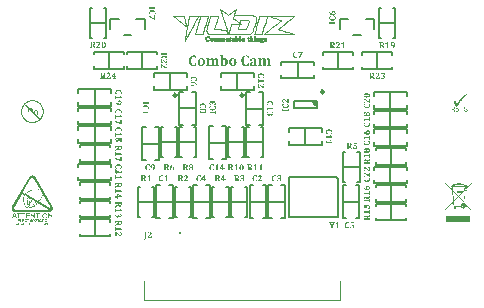
<source format=gto>
G04*
G04 #@! TF.GenerationSoftware,Altium Limited,Altium Designer,19.0.11 (319)*
G04*
G04 Layer_Color=65535*
%FSLAX44Y44*%
%MOMM*%
G71*
G01*
G75*
%ADD10C,0.2000*%
%ADD11C,0.2500*%
%ADD12C,0.1000*%
%ADD13C,0.0640*%
%ADD14C,0.0300*%
%ADD15C,0.1500*%
G36*
X337000Y177250D02*
X333000D01*
Y176454D01*
X333609Y174984D01*
X334734Y173859D01*
X336204Y173250D01*
X337000D01*
D01*
X337000Y177250D01*
D02*
G37*
G36*
X276955Y216089D02*
X277138D01*
X277336Y216075D01*
X277731Y216032D01*
X277759D01*
X277815Y216018D01*
X277928Y216004D01*
X278069Y215976D01*
X278224Y215948D01*
X278407Y215906D01*
X278605Y215849D01*
X278816Y215793D01*
Y213960D01*
X277956D01*
Y213974D01*
Y213988D01*
X277928Y214073D01*
X277885Y214200D01*
X277843Y214369D01*
X277773Y214538D01*
X277688Y214707D01*
X277589Y214876D01*
X277477Y215018D01*
X277463Y215032D01*
X277420Y215074D01*
X277350Y215130D01*
X277251Y215187D01*
X277124Y215243D01*
X276983Y215299D01*
X276814Y215342D01*
X276617Y215356D01*
X276518D01*
X276448Y215342D01*
X276363Y215328D01*
X276278Y215299D01*
X276053Y215243D01*
X275799Y215116D01*
X275672Y215046D01*
X275560Y214947D01*
X275433Y214848D01*
X275306Y214707D01*
X275193Y214566D01*
X275094Y214397D01*
Y214383D01*
X275066Y214355D01*
X275052Y214298D01*
X275010Y214214D01*
X274981Y214115D01*
X274939Y213988D01*
X274883Y213847D01*
X274841Y213678D01*
X274798Y213495D01*
X274742Y213284D01*
X274700Y213044D01*
X274671Y212790D01*
X274629Y212508D01*
X274615Y212212D01*
X274587Y211888D01*
Y211550D01*
Y211535D01*
Y211479D01*
Y211380D01*
X274601Y211268D01*
Y211113D01*
X274615Y210943D01*
X274629Y210760D01*
X274643Y210563D01*
X274700Y210126D01*
X274784Y209689D01*
X274897Y209266D01*
X274967Y209069D01*
X275052Y208885D01*
Y208871D01*
X275080Y208843D01*
X275108Y208801D01*
X275137Y208744D01*
X275249Y208603D01*
X275404Y208434D01*
X275588Y208265D01*
X275827Y208124D01*
X275968Y208068D01*
X276109Y208025D01*
X276264Y207997D01*
X276434Y207983D01*
X276518D01*
X276603Y207997D01*
X276701D01*
X276941Y208053D01*
X277068Y208082D01*
X277181Y208138D01*
X277195Y208152D01*
X277237Y208166D01*
X277279Y208209D01*
X277350Y208251D01*
X277420Y208321D01*
X277505Y208406D01*
X277575Y208491D01*
X277646Y208603D01*
X277660Y208617D01*
X277674Y208660D01*
X277716Y208730D01*
X277759Y208829D01*
X277801Y208956D01*
X277857Y209097D01*
X277914Y209280D01*
X277956Y209477D01*
X278816D01*
Y207560D01*
X278788D01*
X278703Y207532D01*
X278562Y207504D01*
X278393Y207461D01*
X278210Y207433D01*
X277984Y207391D01*
X277547Y207320D01*
X277519D01*
X277449Y207306D01*
X277336Y207292D01*
X277181D01*
X276997Y207278D01*
X276800Y207264D01*
X276574Y207250D01*
X276222D01*
X276123Y207264D01*
X276011D01*
X275884Y207278D01*
X275743Y207292D01*
X275588Y207306D01*
X275235Y207363D01*
X274883Y207447D01*
X274530Y207560D01*
X274192Y207715D01*
X274178D01*
X274150Y207743D01*
X274107Y207772D01*
X274051Y207800D01*
X273910Y207913D01*
X273727Y208082D01*
X273530Y208279D01*
X273318Y208519D01*
X273135Y208815D01*
X272966Y209153D01*
Y209167D01*
X272952Y209195D01*
X272923Y209252D01*
X272909Y209322D01*
X272881Y209421D01*
X272839Y209534D01*
X272811Y209661D01*
X272768Y209816D01*
X272726Y209985D01*
X272698Y210168D01*
X272670Y210365D01*
X272627Y210577D01*
X272613Y210816D01*
X272585Y211056D01*
X272571Y211578D01*
Y211592D01*
Y211634D01*
Y211719D01*
X272585Y211803D01*
Y211930D01*
X272599Y212071D01*
X272613Y212226D01*
X272627Y212395D01*
X272684Y212776D01*
X272768Y213171D01*
X272881Y213580D01*
X273036Y213974D01*
Y213988D01*
X273064Y214017D01*
X273078Y214073D01*
X273121Y214143D01*
X273177Y214228D01*
X273234Y214327D01*
X273389Y214552D01*
X273572Y214806D01*
X273811Y215060D01*
X274079Y215313D01*
X274404Y215539D01*
X274418D01*
X274446Y215567D01*
X274502Y215595D01*
X274573Y215624D01*
X274657Y215666D01*
X274756Y215722D01*
X274883Y215765D01*
X275024Y215821D01*
X275165Y215877D01*
X275334Y215920D01*
X275700Y216018D01*
X276123Y216075D01*
X276574Y216103D01*
X276800D01*
X276955Y216089D01*
D02*
G37*
G36*
X232634D02*
X232817D01*
X233015Y216075D01*
X233410Y216032D01*
X233438D01*
X233494Y216018D01*
X233607Y216004D01*
X233748Y215976D01*
X233903Y215948D01*
X234086Y215906D01*
X234284Y215849D01*
X234495Y215793D01*
Y213960D01*
X233635D01*
Y213974D01*
Y213988D01*
X233607Y214073D01*
X233565Y214200D01*
X233522Y214369D01*
X233452Y214538D01*
X233367Y214707D01*
X233269Y214876D01*
X233156Y215018D01*
X233142Y215032D01*
X233099Y215074D01*
X233029Y215130D01*
X232930Y215187D01*
X232803Y215243D01*
X232662Y215299D01*
X232493Y215342D01*
X232296Y215356D01*
X232197D01*
X232127Y215342D01*
X232042Y215328D01*
X231957Y215299D01*
X231732Y215243D01*
X231478Y215116D01*
X231351Y215046D01*
X231239Y214947D01*
X231112Y214848D01*
X230985Y214707D01*
X230872Y214566D01*
X230773Y214397D01*
Y214383D01*
X230745Y214355D01*
X230731Y214298D01*
X230689Y214214D01*
X230661Y214115D01*
X230618Y213988D01*
X230562Y213847D01*
X230520Y213678D01*
X230477Y213495D01*
X230421Y213284D01*
X230379Y213044D01*
X230350Y212790D01*
X230308Y212508D01*
X230294Y212212D01*
X230266Y211888D01*
Y211550D01*
Y211535D01*
Y211479D01*
Y211380D01*
X230280Y211268D01*
Y211113D01*
X230294Y210943D01*
X230308Y210760D01*
X230322Y210563D01*
X230379Y210126D01*
X230463Y209689D01*
X230576Y209266D01*
X230646Y209069D01*
X230731Y208885D01*
Y208871D01*
X230759Y208843D01*
X230787Y208801D01*
X230816Y208744D01*
X230928Y208603D01*
X231084Y208434D01*
X231267Y208265D01*
X231506Y208124D01*
X231647Y208068D01*
X231788Y208025D01*
X231943Y207997D01*
X232113Y207983D01*
X232197D01*
X232282Y207997D01*
X232380D01*
X232620Y208053D01*
X232747Y208082D01*
X232860Y208138D01*
X232874Y208152D01*
X232916Y208166D01*
X232958Y208209D01*
X233029Y208251D01*
X233099Y208321D01*
X233184Y208406D01*
X233254Y208491D01*
X233325Y208603D01*
X233339Y208617D01*
X233353Y208660D01*
X233395Y208730D01*
X233438Y208829D01*
X233480Y208956D01*
X233536Y209097D01*
X233593Y209280D01*
X233635Y209477D01*
X234495D01*
Y207560D01*
X234467D01*
X234382Y207532D01*
X234241Y207504D01*
X234072Y207461D01*
X233889Y207433D01*
X233663Y207391D01*
X233226Y207320D01*
X233198D01*
X233127Y207306D01*
X233015Y207292D01*
X232860D01*
X232676Y207278D01*
X232479Y207264D01*
X232253Y207250D01*
X231901D01*
X231802Y207264D01*
X231690D01*
X231563Y207278D01*
X231422Y207292D01*
X231267Y207306D01*
X230914Y207363D01*
X230562Y207447D01*
X230210Y207560D01*
X229871Y207715D01*
X229857D01*
X229829Y207743D01*
X229787Y207772D01*
X229730Y207800D01*
X229589Y207913D01*
X229406Y208082D01*
X229209Y208279D01*
X228997Y208519D01*
X228814Y208815D01*
X228645Y209153D01*
Y209167D01*
X228631Y209195D01*
X228602Y209252D01*
X228588Y209322D01*
X228560Y209421D01*
X228518Y209534D01*
X228490Y209661D01*
X228447Y209816D01*
X228405Y209985D01*
X228377Y210168D01*
X228349Y210365D01*
X228306Y210577D01*
X228292Y210816D01*
X228264Y211056D01*
X228250Y211578D01*
Y211592D01*
Y211634D01*
Y211719D01*
X228264Y211803D01*
Y211930D01*
X228278Y212071D01*
X228292Y212226D01*
X228306Y212395D01*
X228363Y212776D01*
X228447Y213171D01*
X228560Y213580D01*
X228715Y213974D01*
Y213988D01*
X228743Y214017D01*
X228757Y214073D01*
X228800Y214143D01*
X228856Y214228D01*
X228913Y214327D01*
X229068Y214552D01*
X229251Y214806D01*
X229491Y215060D01*
X229758Y215313D01*
X230083Y215539D01*
X230097D01*
X230125Y215567D01*
X230181Y215595D01*
X230252Y215624D01*
X230336Y215666D01*
X230435Y215722D01*
X230562Y215765D01*
X230703Y215821D01*
X230844Y215877D01*
X231013Y215920D01*
X231380Y216018D01*
X231802Y216075D01*
X232253Y216103D01*
X232479D01*
X232634Y216089D01*
D02*
G37*
G36*
X295324Y213720D02*
X295450Y213706D01*
X295591Y213678D01*
X295732Y213636D01*
X295859Y213594D01*
X295873D01*
X295916Y213566D01*
X295972Y213537D01*
X296057Y213495D01*
X296240Y213368D01*
X296324Y213284D01*
X296409Y213185D01*
X296423Y213171D01*
X296451Y213129D01*
X296479Y213072D01*
X296536Y212987D01*
X296592Y212889D01*
X296635Y212776D01*
X296691Y212635D01*
X296733Y212480D01*
Y212466D01*
X296747Y212409D01*
X296761Y212325D01*
X296790Y212198D01*
X296804Y212057D01*
X296818Y211888D01*
X296832Y211705D01*
Y211493D01*
Y209167D01*
Y209153D01*
Y209125D01*
Y209069D01*
Y208998D01*
Y208829D01*
Y208646D01*
Y208631D01*
Y208603D01*
Y208561D01*
X296846Y208505D01*
X296860Y208378D01*
X296874Y208251D01*
X296888Y208223D01*
X296902Y208166D01*
X296945Y208096D01*
X296987Y208011D01*
X297001Y207997D01*
X297043Y207955D01*
X297100Y207913D01*
X297170Y207856D01*
X297198Y207842D01*
X297255Y207828D01*
X297353Y207786D01*
X297466Y207757D01*
Y207349D01*
X294407D01*
Y207757D01*
X294421D01*
X294450Y207772D01*
X294506Y207786D01*
X294562Y207814D01*
X294689Y207870D01*
X294760Y207913D01*
X294802Y207955D01*
X294816Y207983D01*
X294858Y208053D01*
X294915Y208166D01*
X294957Y208321D01*
Y208335D01*
X294971Y208364D01*
Y208434D01*
X294985Y208519D01*
Y208631D01*
X294999Y208787D01*
Y208956D01*
Y209167D01*
Y210873D01*
Y210901D01*
Y210972D01*
Y211070D01*
Y211197D01*
X294985Y211338D01*
Y211493D01*
X294971Y211648D01*
X294957Y211789D01*
Y211803D01*
X294943Y211846D01*
Y211916D01*
X294929Y212001D01*
X294872Y212184D01*
X294844Y212269D01*
X294802Y212353D01*
Y212367D01*
X294788Y212381D01*
X294731Y212466D01*
X294647Y212565D01*
X294548Y212649D01*
X294520Y212663D01*
X294450Y212691D01*
X294323Y212720D01*
X294168Y212734D01*
X294069D01*
X293970Y212705D01*
X293857Y212677D01*
X293829Y212663D01*
X293773Y212649D01*
X293674Y212593D01*
X293575Y212522D01*
X293547Y212508D01*
X293491Y212466D01*
X293420Y212395D01*
X293336Y212311D01*
X293322Y212297D01*
X293279Y212240D01*
X293223Y212170D01*
X293167Y212071D01*
X293153Y212043D01*
X293139Y211987D01*
X293110Y211888D01*
X293082Y211775D01*
Y211747D01*
Y211705D01*
Y211648D01*
X293068Y211578D01*
Y211479D01*
Y211366D01*
Y211239D01*
Y209167D01*
Y209153D01*
Y209097D01*
Y209026D01*
Y208927D01*
Y208716D01*
X293082Y208617D01*
Y208519D01*
Y208505D01*
Y208476D01*
X293096Y208392D01*
X293110Y208265D01*
X293139Y208152D01*
X293153Y208124D01*
X293181Y208068D01*
X293237Y207997D01*
X293308Y207913D01*
X293336Y207899D01*
X293392Y207856D01*
X293505Y207814D01*
X293660Y207757D01*
Y207349D01*
X290643D01*
Y207757D01*
X290657D01*
X290686Y207772D01*
X290742Y207786D01*
X290798Y207814D01*
X290925Y207870D01*
X290996Y207913D01*
X291038Y207955D01*
X291052Y207983D01*
X291094Y208053D01*
X291151Y208166D01*
X291179Y208321D01*
Y208335D01*
X291193Y208364D01*
Y208434D01*
X291207Y208519D01*
Y208631D01*
X291221Y208787D01*
Y208956D01*
Y209167D01*
Y210873D01*
Y210887D01*
Y210943D01*
Y211014D01*
Y211113D01*
Y211338D01*
X291207Y211564D01*
Y211578D01*
Y211620D01*
Y211662D01*
X291193Y211733D01*
X291179Y211888D01*
X291151Y212029D01*
Y212043D01*
Y212057D01*
X291123Y212142D01*
X291094Y212240D01*
X291052Y212339D01*
X291038Y212367D01*
X291010Y212424D01*
X290953Y212494D01*
X290897Y212565D01*
X290883Y212579D01*
X290841Y212607D01*
X290784Y212649D01*
X290700Y212691D01*
X290686Y212705D01*
X290615Y212720D01*
X290530Y212734D01*
X290319D01*
X290249Y212720D01*
X290093Y212677D01*
X289910Y212593D01*
X289896D01*
X289868Y212565D01*
X289826Y212536D01*
X289755Y212494D01*
X289614Y212367D01*
X289473Y212184D01*
Y212170D01*
X289445Y212142D01*
X289417Y212085D01*
X289389Y212015D01*
X289332Y211846D01*
X289318Y211747D01*
X289304Y211634D01*
Y209167D01*
Y209139D01*
Y209069D01*
Y208970D01*
Y208843D01*
X289318Y208561D01*
Y208434D01*
X289332Y208335D01*
Y208321D01*
X289346Y208293D01*
Y208251D01*
X289375Y208195D01*
X289417Y208068D01*
X289487Y207955D01*
X289515Y207941D01*
X289586Y207884D01*
X289642Y207856D01*
X289713Y207814D01*
X289797Y207786D01*
X289896Y207757D01*
Y207349D01*
X286851D01*
Y207757D01*
X286865D01*
X286908Y207772D01*
X286950Y207786D01*
X287020Y207814D01*
X287161Y207884D01*
X287218Y207927D01*
X287274Y207969D01*
X287288Y207997D01*
X287330Y208068D01*
X287387Y208180D01*
X287429Y208335D01*
Y208350D01*
X287443Y208378D01*
Y208434D01*
X287457Y208519D01*
Y208631D01*
X287472Y208787D01*
Y208956D01*
Y209167D01*
Y211775D01*
Y211789D01*
Y211846D01*
Y211930D01*
Y212043D01*
Y212269D01*
X287457Y212367D01*
Y212466D01*
Y212480D01*
Y212508D01*
X287443Y212593D01*
X287415Y212705D01*
X287373Y212818D01*
X287359Y212847D01*
X287330Y212903D01*
X287274Y212973D01*
X287190Y213044D01*
X287161Y213058D01*
X287133Y213072D01*
X287091Y213100D01*
X287034Y213129D01*
X286964Y213157D01*
X286879Y213171D01*
X286767Y213199D01*
Y213636D01*
X288515Y213678D01*
X289304D01*
X289205Y212762D01*
X289290Y212748D01*
X289318Y212776D01*
X289389Y212832D01*
X289501Y212931D01*
X289642Y213044D01*
X289797Y213171D01*
X289967Y213298D01*
X290150Y213410D01*
X290319Y213509D01*
X290347Y213523D01*
X290404Y213551D01*
X290488Y213580D01*
X290615Y213622D01*
X290756Y213664D01*
X290925Y213706D01*
X291094Y213720D01*
X291278Y213735D01*
X291447D01*
X291546Y213720D01*
X291672Y213706D01*
X291799Y213678D01*
X291926Y213650D01*
X292053Y213608D01*
X292067D01*
X292109Y213594D01*
X292166Y213566D01*
X292236Y213523D01*
X292405Y213410D01*
X292575Y213255D01*
X292589Y213241D01*
X292617Y213213D01*
X292659Y213171D01*
X292701Y213100D01*
X292758Y213016D01*
X292814Y212903D01*
X292871Y212790D01*
X292927Y212649D01*
X292941Y212663D01*
X292955Y212677D01*
X293040Y212748D01*
X293153Y212861D01*
X293308Y212987D01*
X293477Y213129D01*
X293660Y213255D01*
X293843Y213396D01*
X294027Y213495D01*
X294055Y213509D01*
X294111Y213537D01*
X294210Y213566D01*
X294337Y213622D01*
X294478Y213664D01*
X294647Y213692D01*
X294830Y213720D01*
X295028Y213735D01*
X295211D01*
X295324Y213720D01*
D02*
G37*
G36*
X251440D02*
X251566Y213706D01*
X251707Y213678D01*
X251848Y213636D01*
X251975Y213594D01*
X251989D01*
X252032Y213566D01*
X252088Y213537D01*
X252173Y213495D01*
X252356Y213368D01*
X252440Y213284D01*
X252525Y213185D01*
X252539Y213171D01*
X252567Y213129D01*
X252596Y213072D01*
X252652Y212987D01*
X252708Y212889D01*
X252751Y212776D01*
X252807Y212635D01*
X252849Y212480D01*
Y212466D01*
X252863Y212409D01*
X252877Y212325D01*
X252906Y212198D01*
X252920Y212057D01*
X252934Y211888D01*
X252948Y211705D01*
Y211493D01*
Y209167D01*
Y209153D01*
Y209125D01*
Y209069D01*
Y208998D01*
Y208829D01*
Y208646D01*
Y208631D01*
Y208603D01*
Y208561D01*
X252962Y208505D01*
X252976Y208378D01*
X252990Y208251D01*
X253004Y208223D01*
X253018Y208166D01*
X253061Y208096D01*
X253103Y208011D01*
X253117Y207997D01*
X253159Y207955D01*
X253216Y207913D01*
X253286Y207856D01*
X253314Y207842D01*
X253371Y207828D01*
X253470Y207786D01*
X253582Y207757D01*
Y207349D01*
X250523D01*
Y207757D01*
X250537D01*
X250565Y207772D01*
X250622Y207786D01*
X250678Y207814D01*
X250805Y207870D01*
X250876Y207913D01*
X250918Y207955D01*
X250932Y207983D01*
X250974Y208053D01*
X251031Y208166D01*
X251073Y208321D01*
Y208335D01*
X251087Y208364D01*
Y208434D01*
X251101Y208519D01*
Y208631D01*
X251115Y208787D01*
Y208956D01*
Y209167D01*
Y210873D01*
Y210901D01*
Y210972D01*
Y211070D01*
Y211197D01*
X251101Y211338D01*
Y211493D01*
X251087Y211648D01*
X251073Y211789D01*
Y211803D01*
X251059Y211846D01*
Y211916D01*
X251045Y212001D01*
X250988Y212184D01*
X250960Y212269D01*
X250918Y212353D01*
Y212367D01*
X250904Y212381D01*
X250847Y212466D01*
X250763Y212565D01*
X250664Y212649D01*
X250636Y212663D01*
X250565Y212691D01*
X250439Y212720D01*
X250284Y212734D01*
X250185D01*
X250086Y212705D01*
X249974Y212677D01*
X249945Y212663D01*
X249889Y212649D01*
X249790Y212593D01*
X249692Y212522D01*
X249663Y212508D01*
X249607Y212466D01*
X249536Y212395D01*
X249452Y212311D01*
X249438Y212297D01*
X249396Y212240D01*
X249339Y212170D01*
X249283Y212071D01*
X249269Y212043D01*
X249254Y211987D01*
X249226Y211888D01*
X249198Y211775D01*
Y211747D01*
Y211705D01*
Y211648D01*
X249184Y211578D01*
Y211479D01*
Y211366D01*
Y211239D01*
Y209167D01*
Y209153D01*
Y209097D01*
Y209026D01*
Y208927D01*
Y208716D01*
X249198Y208617D01*
Y208519D01*
Y208505D01*
Y208476D01*
X249212Y208392D01*
X249226Y208265D01*
X249254Y208152D01*
X249269Y208124D01*
X249297Y208068D01*
X249353Y207997D01*
X249424Y207913D01*
X249452Y207899D01*
X249508Y207856D01*
X249621Y207814D01*
X249776Y207757D01*
Y207349D01*
X246759D01*
Y207757D01*
X246773D01*
X246802Y207772D01*
X246858Y207786D01*
X246914Y207814D01*
X247041Y207870D01*
X247112Y207913D01*
X247154Y207955D01*
X247168Y207983D01*
X247211Y208053D01*
X247267Y208166D01*
X247295Y208321D01*
Y208335D01*
X247309Y208364D01*
Y208434D01*
X247323Y208519D01*
Y208631D01*
X247337Y208787D01*
Y208956D01*
Y209167D01*
Y210873D01*
Y210887D01*
Y210943D01*
Y211014D01*
Y211113D01*
Y211338D01*
X247323Y211564D01*
Y211578D01*
Y211620D01*
Y211662D01*
X247309Y211733D01*
X247295Y211888D01*
X247267Y212029D01*
Y212043D01*
Y212057D01*
X247239Y212142D01*
X247211Y212240D01*
X247168Y212339D01*
X247154Y212367D01*
X247126Y212424D01*
X247069Y212494D01*
X247013Y212565D01*
X246999Y212579D01*
X246957Y212607D01*
X246900Y212649D01*
X246816Y212691D01*
X246802Y212705D01*
X246731Y212720D01*
X246647Y212734D01*
X246435D01*
X246365Y212720D01*
X246210Y212677D01*
X246026Y212593D01*
X246012D01*
X245984Y212565D01*
X245942Y212536D01*
X245871Y212494D01*
X245730Y212367D01*
X245589Y212184D01*
Y212170D01*
X245561Y212142D01*
X245533Y212085D01*
X245505Y212015D01*
X245448Y211846D01*
X245434Y211747D01*
X245420Y211634D01*
Y209167D01*
Y209139D01*
Y209069D01*
Y208970D01*
Y208843D01*
X245434Y208561D01*
Y208434D01*
X245448Y208335D01*
Y208321D01*
X245462Y208293D01*
Y208251D01*
X245491Y208195D01*
X245533Y208068D01*
X245603Y207955D01*
X245632Y207941D01*
X245702Y207884D01*
X245758Y207856D01*
X245829Y207814D01*
X245914Y207786D01*
X246012Y207757D01*
Y207349D01*
X242967D01*
Y207757D01*
X242981D01*
X243024Y207772D01*
X243066Y207786D01*
X243136Y207814D01*
X243277Y207884D01*
X243334Y207927D01*
X243390Y207969D01*
X243404Y207997D01*
X243447Y208068D01*
X243503Y208180D01*
X243545Y208335D01*
Y208350D01*
X243559Y208378D01*
Y208434D01*
X243573Y208519D01*
Y208631D01*
X243587Y208787D01*
Y208956D01*
Y209167D01*
Y211775D01*
Y211789D01*
Y211846D01*
Y211930D01*
Y212043D01*
Y212269D01*
X243573Y212367D01*
Y212466D01*
Y212480D01*
Y212508D01*
X243559Y212593D01*
X243531Y212705D01*
X243489Y212818D01*
X243475Y212847D01*
X243447Y212903D01*
X243390Y212973D01*
X243306Y213044D01*
X243277Y213058D01*
X243249Y213072D01*
X243207Y213100D01*
X243151Y213129D01*
X243080Y213157D01*
X242995Y213171D01*
X242883Y213199D01*
Y213636D01*
X244631Y213678D01*
X245420D01*
X245322Y212762D01*
X245406Y212748D01*
X245434Y212776D01*
X245505Y212832D01*
X245618Y212931D01*
X245758Y213044D01*
X245914Y213171D01*
X246083Y213298D01*
X246266Y213410D01*
X246435Y213509D01*
X246463Y213523D01*
X246520Y213551D01*
X246604Y213580D01*
X246731Y213622D01*
X246872Y213664D01*
X247041Y213706D01*
X247211Y213720D01*
X247394Y213735D01*
X247563D01*
X247662Y213720D01*
X247788Y213706D01*
X247915Y213678D01*
X248042Y213650D01*
X248169Y213608D01*
X248183D01*
X248225Y213594D01*
X248282Y213566D01*
X248352Y213523D01*
X248521Y213410D01*
X248691Y213255D01*
X248705Y213241D01*
X248733Y213213D01*
X248775Y213171D01*
X248818Y213100D01*
X248874Y213016D01*
X248930Y212903D01*
X248987Y212790D01*
X249043Y212649D01*
X249057Y212663D01*
X249071Y212677D01*
X249156Y212748D01*
X249269Y212861D01*
X249424Y212987D01*
X249593Y213129D01*
X249776Y213255D01*
X249959Y213396D01*
X250143Y213495D01*
X250171Y213509D01*
X250227Y213537D01*
X250326Y213566D01*
X250453Y213622D01*
X250594Y213664D01*
X250763Y213692D01*
X250946Y213720D01*
X251143Y213735D01*
X251327D01*
X251440Y213720D01*
D02*
G37*
G36*
X283398D02*
X283567Y213706D01*
X283764Y213678D01*
X283961Y213650D01*
X284159Y213594D01*
X284342Y213523D01*
X284356Y213509D01*
X284412Y213481D01*
X284497Y213439D01*
X284610Y213368D01*
X284708Y213269D01*
X284835Y213157D01*
X284934Y213030D01*
X285033Y212861D01*
X285047Y212847D01*
X285075Y212776D01*
X285103Y212677D01*
X285160Y212536D01*
X285202Y212353D01*
X285230Y212142D01*
X285258Y211888D01*
X285272Y211606D01*
Y209139D01*
Y209125D01*
Y209069D01*
Y208998D01*
Y208899D01*
Y208688D01*
X285287Y208589D01*
Y208491D01*
Y208476D01*
Y208448D01*
X285301Y208364D01*
X285315Y208251D01*
X285343Y208152D01*
X285357Y208138D01*
X285371Y208082D01*
X285399Y208025D01*
X285441Y207969D01*
X285456Y207955D01*
X285484Y207941D01*
X285540Y207899D01*
X285597Y207870D01*
X285611Y207856D01*
X285681Y207842D01*
X285794Y207800D01*
X285864Y207786D01*
X285949Y207757D01*
Y207349D01*
X283595D01*
X283651Y208166D01*
X283552Y208209D01*
X283524Y208180D01*
X283468Y208124D01*
X283355Y208039D01*
X283228Y207927D01*
X283073Y207814D01*
X282904Y207687D01*
X282721Y207574D01*
X282537Y207476D01*
X282509Y207461D01*
X282453Y207447D01*
X282354Y207405D01*
X282227Y207363D01*
X282072Y207320D01*
X281903Y207292D01*
X281706Y207264D01*
X281509Y207250D01*
X281410D01*
X281311Y207264D01*
X281184Y207278D01*
X281029Y207292D01*
X280874Y207335D01*
X280705Y207377D01*
X280550Y207447D01*
X280536Y207461D01*
X280479Y207490D01*
X280409Y207532D01*
X280324Y207588D01*
X280226Y207673D01*
X280127Y207757D01*
X280028Y207870D01*
X279944Y207997D01*
X279930Y208011D01*
X279916Y208053D01*
X279873Y208138D01*
X279845Y208237D01*
X279803Y208350D01*
X279760Y208491D01*
X279746Y208646D01*
X279732Y208815D01*
Y208829D01*
Y208857D01*
Y208899D01*
X279746Y208970D01*
X279774Y209139D01*
X279845Y209350D01*
X279958Y209576D01*
X280028Y209703D01*
X280113Y209830D01*
X280226Y209942D01*
X280352Y210069D01*
X280494Y210182D01*
X280648Y210281D01*
X280663D01*
X280691Y210309D01*
X280747Y210337D01*
X280818Y210365D01*
X280916Y210408D01*
X281043Y210464D01*
X281184Y210506D01*
X281339Y210563D01*
X281523Y210619D01*
X281734Y210676D01*
X281960Y210732D01*
X282213Y210788D01*
X282481Y210845D01*
X282777Y210887D01*
X283101Y210929D01*
X283440Y210958D01*
Y211564D01*
Y211592D01*
Y211662D01*
Y211761D01*
X283426Y211888D01*
X283412Y212043D01*
X283383Y212184D01*
X283341Y212339D01*
X283299Y212466D01*
Y212480D01*
X283271Y212522D01*
X283242Y212579D01*
X283214Y212649D01*
X283101Y212790D01*
X283031Y212861D01*
X282960Y212917D01*
X282946D01*
X282918Y212931D01*
X282876Y212959D01*
X282819Y212987D01*
X282664Y213030D01*
X282453Y213044D01*
X282354D01*
X282284Y213030D01*
X282129Y213002D01*
X281960Y212945D01*
X281945D01*
X281917Y212931D01*
X281889Y212903D01*
X281833Y212861D01*
X281776Y212804D01*
X281706Y212748D01*
X281635Y212663D01*
X281565Y212565D01*
Y212551D01*
X281537Y212508D01*
X281509Y212452D01*
X281466Y212367D01*
X281424Y212254D01*
X281382Y212113D01*
X281353Y211958D01*
X281311Y211775D01*
X280113D01*
Y212931D01*
X280141Y212945D01*
X280212Y212973D01*
X280324Y213030D01*
X280451Y213086D01*
X280606Y213143D01*
X280775Y213213D01*
X280931Y213269D01*
X281085Y213326D01*
X281100D01*
X281156Y213354D01*
X281227Y213382D01*
X281325Y213410D01*
X281452Y213439D01*
X281579Y213481D01*
X281847Y213551D01*
X281861D01*
X281917Y213566D01*
X281988Y213580D01*
X282072Y213608D01*
X282298Y213650D01*
X282523Y213692D01*
X282537D01*
X282580Y213706D01*
X282636D01*
X282707Y213720D01*
X282805D01*
X282904Y213735D01*
X283256D01*
X283398Y213720D01*
D02*
G37*
G36*
X265635D02*
X265762Y213706D01*
X265903Y213692D01*
X266072Y213664D01*
X266241Y213636D01*
X266622Y213537D01*
X266819Y213467D01*
X267003Y213396D01*
X267186Y213298D01*
X267369Y213185D01*
X267538Y213058D01*
X267693Y212917D01*
X267708Y212903D01*
X267722Y212875D01*
X267764Y212832D01*
X267820Y212762D01*
X267877Y212677D01*
X267947Y212579D01*
X268018Y212466D01*
X268088Y212325D01*
X268159Y212170D01*
X268229Y211987D01*
X268300Y211803D01*
X268356Y211592D01*
X268412Y211352D01*
X268455Y211113D01*
X268469Y210845D01*
X268483Y210563D01*
Y210549D01*
Y210520D01*
Y210450D01*
Y210380D01*
X268469Y210281D01*
Y210168D01*
X268440Y209914D01*
X268384Y209618D01*
X268314Y209308D01*
X268215Y208998D01*
X268088Y208702D01*
Y208688D01*
X268074Y208674D01*
X268018Y208589D01*
X267933Y208448D01*
X267806Y208293D01*
X267651Y208110D01*
X267468Y207927D01*
X267242Y207757D01*
X266989Y207602D01*
X266974D01*
X266960Y207588D01*
X266918Y207574D01*
X266862Y207546D01*
X266791Y207518D01*
X266707Y207490D01*
X266509Y207433D01*
X266255Y207363D01*
X265959Y207306D01*
X265635Y207264D01*
X265283Y207250D01*
X265128D01*
X265043Y207264D01*
X264959D01*
X264733Y207292D01*
X264479Y207335D01*
X264211Y207391D01*
X263944Y207461D01*
X263676Y207574D01*
X263662D01*
X263648Y207588D01*
X263563Y207631D01*
X263436Y207715D01*
X263295Y207828D01*
X263126Y207969D01*
X262943Y208152D01*
X262773Y208364D01*
X262619Y208617D01*
Y208631D01*
X262604Y208646D01*
X262590Y208688D01*
X262562Y208744D01*
X262534Y208815D01*
X262492Y208899D01*
X262435Y209111D01*
X262365Y209379D01*
X262294Y209689D01*
X262252Y210041D01*
X262238Y210436D01*
Y210450D01*
Y210478D01*
Y210520D01*
Y210577D01*
X262252Y210746D01*
X262266Y210943D01*
X262294Y211169D01*
X262337Y211423D01*
X262393Y211677D01*
X262477Y211916D01*
Y211930D01*
X262492Y211944D01*
X262520Y212015D01*
X262576Y212128D01*
X262647Y212283D01*
X262745Y212438D01*
X262858Y212607D01*
X262985Y212776D01*
X263126Y212931D01*
X263140Y212945D01*
X263197Y213002D01*
X263295Y213072D01*
X263408Y213157D01*
X263563Y213255D01*
X263732Y213354D01*
X263915Y213453D01*
X264127Y213537D01*
X264155Y213551D01*
X264226Y213566D01*
X264352Y213594D01*
X264508Y213636D01*
X264691Y213678D01*
X264902Y213706D01*
X265128Y213720D01*
X265382Y213735D01*
X265522D01*
X265635Y213720D01*
D02*
G37*
G36*
X256825Y212790D02*
Y212776D01*
X256839Y212790D01*
X256895Y212832D01*
X256966Y212903D01*
X257050Y212973D01*
X257262Y213157D01*
X257374Y213241D01*
X257487Y213312D01*
X257501Y213326D01*
X257544Y213340D01*
X257600Y213382D01*
X257670Y213424D01*
X257769Y213481D01*
X257868Y213523D01*
X258107Y213622D01*
X258121D01*
X258164Y213636D01*
X258234Y213664D01*
X258319Y213678D01*
X258418Y213706D01*
X258530Y213720D01*
X258798Y213735D01*
X258911D01*
X258981Y213720D01*
X259080Y213706D01*
X259179Y213692D01*
X259433Y213636D01*
X259700Y213537D01*
X259841Y213481D01*
X259982Y213396D01*
X260123Y213298D01*
X260250Y213199D01*
X260377Y213072D01*
X260490Y212931D01*
Y212917D01*
X260518Y212889D01*
X260546Y212847D01*
X260574Y212790D01*
X260617Y212705D01*
X260673Y212593D01*
X260715Y212480D01*
X260772Y212339D01*
X260828Y212184D01*
X260870Y212001D01*
X260927Y211817D01*
X260969Y211606D01*
X260997Y211366D01*
X261026Y211113D01*
X261054Y210845D01*
Y210563D01*
Y210549D01*
Y210520D01*
Y210450D01*
Y210380D01*
X261040Y210281D01*
Y210182D01*
X261011Y209914D01*
X260969Y209632D01*
X260913Y209322D01*
X260828Y209012D01*
X260715Y208716D01*
Y208702D01*
X260701Y208688D01*
X260659Y208603D01*
X260574Y208462D01*
X260476Y208307D01*
X260335Y208124D01*
X260166Y207941D01*
X259968Y207772D01*
X259729Y207617D01*
X259715D01*
X259700Y207602D01*
X259658Y207588D01*
X259616Y207560D01*
X259475Y207504D01*
X259277Y207433D01*
X259038Y207363D01*
X258770Y207306D01*
X258446Y207264D01*
X258107Y207250D01*
X257938D01*
X257854Y207264D01*
X257741D01*
X257501Y207292D01*
X257219Y207335D01*
X256909Y207405D01*
X256599Y207490D01*
X256275Y207602D01*
X255810Y207250D01*
X254992Y207349D01*
Y214228D01*
Y214242D01*
Y214298D01*
Y214383D01*
Y214496D01*
Y214721D01*
X254978Y214834D01*
Y214933D01*
Y214947D01*
Y214975D01*
Y215018D01*
Y215074D01*
X254964Y215201D01*
X254950Y215342D01*
Y215356D01*
Y215370D01*
X254921Y215440D01*
X254893Y215539D01*
X254851Y215624D01*
X254837Y215638D01*
X254795Y215680D01*
X254738Y215736D01*
X254654Y215779D01*
X254625Y215793D01*
X254569Y215821D01*
X254442Y215863D01*
X254372Y215891D01*
X254273Y215920D01*
Y216329D01*
X256049Y216413D01*
X256825D01*
Y212790D01*
D02*
G37*
G36*
X239006Y213720D02*
X239133Y213706D01*
X239274Y213692D01*
X239443Y213664D01*
X239612Y213636D01*
X239993Y213537D01*
X240190Y213467D01*
X240373Y213396D01*
X240557Y213298D01*
X240740Y213185D01*
X240909Y213058D01*
X241064Y212917D01*
X241078Y212903D01*
X241092Y212875D01*
X241135Y212832D01*
X241191Y212762D01*
X241247Y212677D01*
X241318Y212579D01*
X241388Y212466D01*
X241459Y212325D01*
X241529Y212170D01*
X241600Y211987D01*
X241670Y211803D01*
X241727Y211592D01*
X241783Y211352D01*
X241825Y211113D01*
X241840Y210845D01*
X241854Y210563D01*
Y210549D01*
Y210520D01*
Y210450D01*
Y210380D01*
X241840Y210281D01*
Y210168D01*
X241811Y209914D01*
X241755Y209618D01*
X241684Y209308D01*
X241586Y208998D01*
X241459Y208702D01*
Y208688D01*
X241445Y208674D01*
X241388Y208589D01*
X241304Y208448D01*
X241177Y208293D01*
X241022Y208110D01*
X240839Y207927D01*
X240613Y207757D01*
X240359Y207602D01*
X240345D01*
X240331Y207588D01*
X240289Y207574D01*
X240232Y207546D01*
X240162Y207518D01*
X240077Y207490D01*
X239880Y207433D01*
X239626Y207363D01*
X239330Y207306D01*
X239006Y207264D01*
X238654Y207250D01*
X238498D01*
X238414Y207264D01*
X238329D01*
X238104Y207292D01*
X237850Y207335D01*
X237582Y207391D01*
X237314Y207461D01*
X237047Y207574D01*
X237032D01*
X237018Y207588D01*
X236934Y207631D01*
X236807Y207715D01*
X236666Y207828D01*
X236497Y207969D01*
X236313Y208152D01*
X236144Y208364D01*
X235989Y208617D01*
Y208631D01*
X235975Y208646D01*
X235961Y208688D01*
X235933Y208744D01*
X235905Y208815D01*
X235862Y208899D01*
X235806Y209111D01*
X235735Y209379D01*
X235665Y209689D01*
X235623Y210041D01*
X235609Y210436D01*
Y210450D01*
Y210478D01*
Y210520D01*
Y210577D01*
X235623Y210746D01*
X235637Y210943D01*
X235665Y211169D01*
X235707Y211423D01*
X235764Y211677D01*
X235848Y211916D01*
Y211930D01*
X235862Y211944D01*
X235891Y212015D01*
X235947Y212128D01*
X236017Y212283D01*
X236116Y212438D01*
X236229Y212607D01*
X236356Y212776D01*
X236497Y212931D01*
X236511Y212945D01*
X236567Y213002D01*
X236666Y213072D01*
X236779Y213157D01*
X236934Y213255D01*
X237103Y213354D01*
X237286Y213453D01*
X237498Y213537D01*
X237526Y213551D01*
X237596Y213566D01*
X237723Y213594D01*
X237878Y213636D01*
X238062Y213678D01*
X238273Y213706D01*
X238498Y213720D01*
X238752Y213735D01*
X238893D01*
X239006Y213720D01*
D02*
G37*
G36*
X96066Y178311D02*
X96343Y178288D01*
X96690Y178242D01*
X97084Y178195D01*
X97547Y178103D01*
X98033Y177987D01*
X98541Y177825D01*
X99097Y177640D01*
X99675Y177409D01*
X100231Y177131D01*
X100832Y176807D01*
X101388Y176437D01*
X101966Y175997D01*
X102498Y175488D01*
X102521Y175465D01*
X102614Y175349D01*
X102753Y175210D01*
X102938Y174979D01*
X103169Y174701D01*
X103401Y174377D01*
X103655Y174007D01*
X103933Y173567D01*
X104187Y173081D01*
X104442Y172572D01*
X104697Y171994D01*
X104905Y171392D01*
X105090Y170767D01*
X105229Y170073D01*
X105321Y169379D01*
X105344Y168639D01*
Y168592D01*
Y168454D01*
X105321Y168245D01*
X105298Y167968D01*
X105252Y167621D01*
X105206Y167227D01*
X105113Y166764D01*
X104997Y166278D01*
X104836Y165769D01*
X104650Y165214D01*
X104419Y164636D01*
X104141Y164057D01*
X103817Y163479D01*
X103447Y162900D01*
X103007Y162345D01*
X102498Y161789D01*
X102475Y161766D01*
X102360Y161674D01*
X102221Y161535D01*
X101989Y161350D01*
X101712Y161141D01*
X101388Y160887D01*
X101018Y160632D01*
X100578Y160378D01*
X100115Y160123D01*
X99583Y159869D01*
X99028Y159614D01*
X98426Y159406D01*
X97778Y159221D01*
X97107Y159082D01*
X96413Y158989D01*
X95672Y158966D01*
X95487D01*
X95279Y158989D01*
X95001Y159013D01*
X94654Y159059D01*
X94261Y159105D01*
X93798Y159198D01*
X93312Y159313D01*
X92780Y159475D01*
X92225Y159661D01*
X91669Y159892D01*
X91091Y160170D01*
X90512Y160470D01*
X89934Y160864D01*
X89355Y161304D01*
X88823Y161789D01*
X88800Y161812D01*
X88707Y161928D01*
X88568Y162090D01*
X88383Y162299D01*
X88175Y162576D01*
X87921Y162900D01*
X87666Y163293D01*
X87411Y163710D01*
X87157Y164196D01*
X86902Y164705D01*
X86648Y165283D01*
X86440Y165885D01*
X86255Y166510D01*
X86116Y167204D01*
X86023Y167898D01*
X86000Y168639D01*
Y168662D01*
Y168685D01*
Y168824D01*
X86023Y169032D01*
X86046Y169310D01*
X86093Y169657D01*
X86139Y170050D01*
X86231Y170513D01*
X86347Y170999D01*
X86509Y171531D01*
X86694Y172063D01*
X86926Y172642D01*
X87203Y173220D01*
X87504Y173799D01*
X87897Y174377D01*
X88337Y174933D01*
X88823Y175488D01*
X88846Y175511D01*
X88962Y175604D01*
X89101Y175742D01*
X89332Y175928D01*
X89610Y176159D01*
X89934Y176390D01*
X90304Y176645D01*
X90744Y176923D01*
X91206Y177177D01*
X91739Y177432D01*
X92294Y177686D01*
X92895Y177894D01*
X93543Y178079D01*
X94214Y178218D01*
X94932Y178311D01*
X95672Y178334D01*
X95857D01*
X96066Y178311D01*
D02*
G37*
G36*
X96030Y114467D02*
X96354Y114374D01*
X96724Y114282D01*
X97141Y114096D01*
X97511Y113865D01*
X97928Y113541D01*
X97974Y113495D01*
X98066Y113402D01*
X98298Y113171D01*
X98344Y113125D01*
X98390Y113032D01*
X98575Y112754D01*
X112552Y88551D01*
X112598Y88504D01*
X112644Y88365D01*
X112737Y88088D01*
X112876Y87764D01*
X112968Y87394D01*
X113014Y86931D01*
Y86468D01*
X112968Y85959D01*
Y85913D01*
X112922Y85820D01*
X112876Y85635D01*
X112829Y85450D01*
Y85404D01*
X112783Y85311D01*
X112690Y85172D01*
X112598Y84941D01*
X112552D01*
X112505Y84895D01*
X112413Y84756D01*
X112274Y84524D01*
X112043Y84293D01*
X111765Y84015D01*
X111441Y83738D01*
X111024Y83506D01*
X110562Y83321D01*
X110515D01*
X110377Y83275D01*
X110191Y83229D01*
X110006D01*
X109960Y83182D01*
X109775D01*
X109544Y83136D01*
X81360D01*
X81082Y83182D01*
X80758Y83275D01*
X80342Y83367D01*
X79925Y83553D01*
X79509Y83784D01*
X79092Y84108D01*
X79046Y84154D01*
X78953Y84247D01*
X78722Y84478D01*
X78676Y84524D01*
X78629Y84617D01*
X78444Y84941D01*
X78398Y84987D01*
X78352Y85126D01*
X78259Y85357D01*
X78120Y85681D01*
X78028Y86052D01*
X77981Y86468D01*
Y86931D01*
X78028Y87440D01*
Y87486D01*
X78074Y87625D01*
X78120Y87810D01*
X78166Y87949D01*
Y87995D01*
X78213Y88088D01*
X78305Y88227D01*
X78398Y88412D01*
Y88458D01*
Y88504D01*
X78444D01*
X92374Y112662D01*
Y112708D01*
X92467Y112801D01*
X92652Y113078D01*
X93022Y113495D01*
X93439Y113865D01*
X93531Y113911D01*
X93716Y114004D01*
X93762Y114050D01*
X93855Y114096D01*
X94040Y114189D01*
X94225Y114282D01*
X94503Y114374D01*
X94827Y114420D01*
X95151Y114513D01*
X95752D01*
X96030Y114467D01*
D02*
G37*
G36*
X112552Y78138D02*
X111950D01*
X109636Y81655D01*
Y78138D01*
X109081D01*
Y82581D01*
X109682D01*
X111996Y79110D01*
Y82581D01*
X112552D01*
Y78138D01*
D02*
G37*
G36*
X97789D02*
X97187D01*
X94827Y81655D01*
Y78138D01*
X94271D01*
Y82581D01*
X94873D01*
X97233Y79110D01*
Y82581D01*
X97789D01*
Y78138D01*
D02*
G37*
G36*
X103250D02*
X102648D01*
Y82581D01*
X103250D01*
Y78138D01*
D02*
G37*
G36*
X101954Y82072D02*
X100473D01*
Y78138D01*
X99871D01*
Y82072D01*
X98437D01*
Y82581D01*
X101954D01*
Y82072D01*
D02*
G37*
G36*
X93392D02*
X90754D01*
Y80683D01*
X93207D01*
Y80174D01*
X90754D01*
Y78647D01*
X93485D01*
Y78138D01*
X90153D01*
Y82581D01*
X93392D01*
Y82072D01*
D02*
G37*
G36*
X89551D02*
X88070D01*
Y78138D01*
X87515D01*
Y82072D01*
X86034D01*
Y82581D01*
X89551D01*
Y82072D01*
D02*
G37*
G36*
X85756D02*
X84322D01*
Y78138D01*
X83720D01*
Y82072D01*
X82239D01*
Y82581D01*
X85756D01*
Y82072D01*
D02*
G37*
G36*
X82563Y78138D02*
X81915D01*
X81406Y79480D01*
X79555D01*
X79046Y78138D01*
X78444D01*
X80110Y82581D01*
X80758D01*
X82563Y78138D01*
D02*
G37*
G36*
X106582Y82627D02*
X106952Y82534D01*
X107322Y82349D01*
X107415Y82303D01*
X107600Y82164D01*
X107831Y81887D01*
X108063Y81562D01*
Y81516D01*
X108109Y81470D01*
X108201Y81192D01*
X108294Y80822D01*
X108340Y80359D01*
Y80313D01*
Y80267D01*
X108294Y79943D01*
X108248Y79573D01*
X108063Y79156D01*
X108016Y79064D01*
X107878Y78832D01*
X107600Y78601D01*
X107276Y78369D01*
X107183Y78323D01*
X106952Y78231D01*
X106628Y78138D01*
X106211Y78092D01*
X106119D01*
X105841Y78138D01*
X105471Y78231D01*
X105101Y78369D01*
X105008Y78416D01*
X104823Y78601D01*
X104545Y78832D01*
X104314Y79202D01*
Y79249D01*
X104268Y79295D01*
X104221Y79526D01*
X104129Y79896D01*
X104083Y80313D01*
Y80359D01*
Y80498D01*
X104129Y80683D01*
X104175Y80961D01*
X104360Y81516D01*
X104499Y81794D01*
X104684Y82025D01*
X104731Y82072D01*
X104777Y82118D01*
X104916Y82210D01*
X105101Y82349D01*
X105563Y82581D01*
X105887Y82627D01*
X106211Y82673D01*
X106304D01*
X106582Y82627D01*
D02*
G37*
G36*
X99177Y77397D02*
X99223D01*
X99270Y77351D01*
X99501Y77166D01*
Y77120D01*
X99547Y77073D01*
X99594Y76796D01*
X99316D01*
Y76842D01*
X99270Y76935D01*
X99223Y77027D01*
X99131Y77120D01*
X99038Y77166D01*
X98946Y77212D01*
X98622D01*
X98483Y77166D01*
X98390Y77120D01*
X98344Y77073D01*
X98298Y76981D01*
X98251Y76888D01*
Y76796D01*
X98344Y76657D01*
X98437Y76611D01*
X98575Y76564D01*
X98807Y76518D01*
X98853D01*
X98992Y76472D01*
X99131Y76426D01*
X99270Y76379D01*
X99316D01*
X99362Y76333D01*
X99547Y76148D01*
X99594Y76055D01*
X99640Y75824D01*
Y75731D01*
X99547Y75500D01*
X99455Y75454D01*
X99270Y75315D01*
X99223D01*
X99131Y75269D01*
X98853Y75222D01*
X98668D01*
X98483Y75269D01*
X98344Y75315D01*
X98298D01*
X98251Y75361D01*
X98020Y75546D01*
Y75593D01*
X97974Y75639D01*
X97928Y75778D01*
X97881Y75917D01*
X98159Y75963D01*
Y75870D01*
X98251Y75685D01*
X98298Y75639D01*
X98390Y75593D01*
X98483Y75500D01*
X99131D01*
X99177Y75546D01*
X99316Y75639D01*
X99362Y75685D01*
Y75824D01*
Y75870D01*
X99316Y76009D01*
X99270Y76055D01*
X99131Y76148D01*
X99038D01*
X98899Y76194D01*
X98714Y76241D01*
X98668D01*
X98529Y76287D01*
X98390Y76333D01*
X98298Y76379D01*
X98251D01*
X98205Y76426D01*
X98113Y76518D01*
X98066Y76611D01*
X98020Y76657D01*
X97974Y76842D01*
Y76888D01*
Y76935D01*
X98066Y77166D01*
Y77212D01*
X98159Y77259D01*
X98344Y77397D01*
X98390D01*
X98483Y77444D01*
X98761Y77490D01*
X98899D01*
X99177Y77397D01*
D02*
G37*
G36*
X107646D02*
X107831Y77305D01*
X107878Y77259D01*
X107970Y77166D01*
X108063Y77027D01*
X108155Y76842D01*
X107878Y76750D01*
Y76796D01*
X107831Y76888D01*
X107739Y77027D01*
X107646Y77120D01*
X107600D01*
X107554Y77166D01*
X107276Y77212D01*
X107137D01*
X106813Y77120D01*
Y77073D01*
X106721Y77027D01*
X106582Y76750D01*
Y76703D01*
Y76611D01*
X106535Y76333D01*
Y76287D01*
Y76194D01*
X106582Y75870D01*
Y75824D01*
X106674Y75731D01*
X106721Y75639D01*
X106859Y75546D01*
X106998D01*
X107230Y75500D01*
X107368D01*
X107507Y75546D01*
X107646Y75593D01*
X107692Y75639D01*
X107739Y75685D01*
X107831Y75824D01*
X107878Y76009D01*
X108201Y75917D01*
Y75870D01*
X108109Y75731D01*
X108016Y75546D01*
X107831Y75454D01*
X107785Y75407D01*
X107692Y75361D01*
X107507Y75269D01*
X107276Y75222D01*
X107230D01*
X107044Y75269D01*
X106859Y75315D01*
X106674Y75407D01*
X106628D01*
X106535Y75500D01*
X106443Y75593D01*
X106350Y75731D01*
Y75778D01*
X106304Y75917D01*
X106258Y76102D01*
X106211Y76333D01*
Y76379D01*
Y76564D01*
X106258Y76750D01*
X106350Y76935D01*
X106397Y76981D01*
X106443Y77073D01*
X106582Y77212D01*
X106721Y77351D01*
X106767Y77397D01*
X106906Y77444D01*
X107091Y77490D01*
X107461D01*
X107646Y77397D01*
D02*
G37*
G36*
X90569D02*
X90754Y77305D01*
X90801Y77259D01*
X90847Y77166D01*
X90939Y77027D01*
X91032Y76842D01*
X90754Y76750D01*
Y76796D01*
X90708Y76888D01*
X90662Y77027D01*
X90523Y77120D01*
X90430Y77166D01*
X90199Y77212D01*
X90060D01*
X89736Y77120D01*
Y77073D01*
X89644Y77027D01*
X89505Y76750D01*
Y76703D01*
X89459Y76611D01*
X89412Y76333D01*
Y76287D01*
Y76194D01*
X89505Y75870D01*
Y75824D01*
X89597Y75731D01*
X89644Y75639D01*
X89782Y75546D01*
X89921D01*
X90153Y75500D01*
X90292D01*
X90430Y75546D01*
X90569Y75593D01*
X90616D01*
X90662Y75685D01*
X90708Y75824D01*
X90801Y76009D01*
X91078Y75917D01*
Y75870D01*
X90986Y75731D01*
X90893Y75546D01*
X90754Y75454D01*
X90708Y75407D01*
X90569Y75361D01*
X90384Y75269D01*
X90199Y75222D01*
X90153D01*
X89968Y75269D01*
X89782Y75315D01*
X89597Y75407D01*
X89551D01*
X89459Y75500D01*
X89366Y75593D01*
X89227Y75731D01*
Y75778D01*
X89181Y75917D01*
X89135Y76102D01*
Y76333D01*
Y76379D01*
Y76564D01*
X89181Y76750D01*
X89273Y76935D01*
X89320Y76981D01*
X89366Y77073D01*
X89505Y77212D01*
X89644Y77351D01*
X89690Y77397D01*
X89782Y77444D01*
X89968Y77490D01*
X90384D01*
X90569Y77397D01*
D02*
G37*
G36*
X105795Y75269D02*
X105471D01*
Y77444D01*
X105795D01*
Y75269D01*
D02*
G37*
G36*
X105147Y77166D02*
X104407D01*
Y75269D01*
X104129D01*
Y77166D01*
X103388D01*
Y77444D01*
X105147D01*
Y77166D01*
D02*
G37*
G36*
X103574Y75269D02*
X103203D01*
X102972Y75870D01*
X102046D01*
X101769Y75269D01*
X101491D01*
X102324Y77444D01*
X102648D01*
X103574Y75269D01*
D02*
G37*
G36*
X101630Y77166D02*
X100889D01*
Y75269D01*
X100612D01*
Y77166D01*
X99871D01*
Y77444D01*
X101630D01*
Y77166D01*
D02*
G37*
G36*
X94781Y77397D02*
X94827D01*
X94873Y77351D01*
X94966Y77259D01*
X95012Y77166D01*
Y77120D01*
X95058Y77073D01*
X95105Y76842D01*
Y76796D01*
Y76703D01*
X95058Y76564D01*
X94966Y76426D01*
X94919D01*
X94873Y76333D01*
X94734Y76287D01*
X94503Y76241D01*
X94549Y76194D01*
X94688Y76102D01*
X94734Y76055D01*
X94919Y75824D01*
X95290Y75269D01*
X94919D01*
X94642Y75685D01*
Y75731D01*
X94549Y75824D01*
X94503Y75917D01*
X94410Y76009D01*
X94364Y76055D01*
X94271Y76148D01*
X94225D01*
X94133Y76194D01*
X93670D01*
Y75269D01*
X93346D01*
Y77444D01*
X94503D01*
X94781Y77397D01*
D02*
G37*
G36*
X93068Y77166D02*
X92328D01*
Y75269D01*
X92004D01*
Y77166D01*
X91310D01*
Y77444D01*
X93068D01*
Y77166D01*
D02*
G37*
G36*
X88764D02*
X87469D01*
Y76518D01*
X88672D01*
Y76241D01*
X87469D01*
Y75500D01*
X88811D01*
Y75269D01*
X87145D01*
Y77444D01*
X88764D01*
Y77166D01*
D02*
G37*
G36*
X85710Y75500D02*
X86821D01*
Y75269D01*
X85432D01*
Y77444D01*
X85710D01*
Y75500D01*
D02*
G37*
G36*
X84970Y77166D02*
X83674D01*
Y76518D01*
X84877D01*
Y76241D01*
X83674D01*
Y75500D01*
X85016D01*
Y75269D01*
X83350D01*
Y77444D01*
X84970D01*
Y77166D01*
D02*
G37*
G36*
X96909Y77397D02*
X97094Y77305D01*
X97141D01*
X97233Y77212D01*
X97372Y77120D01*
X97465Y76935D01*
X97511Y76888D01*
X97557Y76750D01*
X97604Y76564D01*
Y76333D01*
Y76287D01*
Y76102D01*
X97557Y75917D01*
X97465Y75731D01*
X97418Y75685D01*
X97372Y75593D01*
X97094Y75361D01*
X97048D01*
X96956Y75315D01*
X96771Y75269D01*
X96539Y75222D01*
X96493D01*
X96354Y75269D01*
X96169Y75315D01*
X95984Y75407D01*
X95938D01*
X95845Y75500D01*
X95706Y75593D01*
X95614Y75731D01*
Y75778D01*
X95567Y75870D01*
X95521Y76055D01*
Y76287D01*
Y76333D01*
Y76379D01*
X95567Y76611D01*
X95660Y76888D01*
X95799Y77166D01*
X95845Y77212D01*
X95984Y77351D01*
X96215Y77444D01*
X96539Y77490D01*
X96724D01*
X96909Y77397D01*
D02*
G37*
G36*
X89227Y74436D02*
X89273D01*
X89320Y74389D01*
X89551Y74204D01*
Y74158D01*
X89597Y74112D01*
X89644Y73834D01*
X89366D01*
Y73880D01*
X89320Y73973D01*
X89273Y74065D01*
X89181Y74158D01*
X89135D01*
X89088Y74204D01*
X88811Y74250D01*
X88672D01*
X88533Y74204D01*
X88440Y74158D01*
X88394Y74112D01*
X88348Y74019D01*
X88302Y73927D01*
Y73834D01*
X88394Y73741D01*
X88487Y73695D01*
X88625Y73649D01*
X88857Y73556D01*
X88903D01*
X88996Y73510D01*
X89320Y73418D01*
X89366D01*
X89412Y73371D01*
X89505Y73325D01*
X89597Y73186D01*
X89644Y73140D01*
X89690Y72908D01*
Y72862D01*
Y72816D01*
X89597Y72538D01*
X89551Y72446D01*
X89320Y72307D01*
X89273D01*
X89181Y72260D01*
X88903Y72214D01*
X88718D01*
X88533Y72260D01*
X88394Y72307D01*
X88348D01*
X88255Y72399D01*
X88163Y72446D01*
X88070Y72584D01*
Y72631D01*
X88024Y72723D01*
X87978Y72862D01*
X87931Y73001D01*
X88209D01*
Y72908D01*
X88302Y72723D01*
X88348Y72677D01*
X88440Y72631D01*
X88533Y72538D01*
X88625D01*
X88857Y72492D01*
X88949D01*
X89181Y72538D01*
X89227Y72584D01*
X89366Y72677D01*
X89412Y72723D01*
Y72862D01*
Y72908D01*
Y72955D01*
X89366Y73047D01*
X89320Y73094D01*
X89135Y73186D01*
X89088D01*
X89042Y73232D01*
X88764Y73279D01*
X88718D01*
X88579Y73325D01*
X88440Y73371D01*
X88348Y73418D01*
X88302D01*
X88255Y73464D01*
X88163Y73556D01*
X88116Y73649D01*
X88070Y73741D01*
X88024Y73927D01*
Y73973D01*
Y74019D01*
X88116Y74204D01*
Y74250D01*
X88209Y74297D01*
X88255Y74389D01*
X88394Y74436D01*
X88440D01*
X88533Y74482D01*
X88811Y74528D01*
X88949D01*
X89227Y74436D01*
D02*
G37*
G36*
X82887D02*
X82933D01*
X82979Y74389D01*
X83165Y74204D01*
Y74158D01*
X83211Y74112D01*
X83257Y73834D01*
X82979D01*
Y73880D01*
Y73973D01*
X82933Y74065D01*
X82841Y74158D01*
X82794D01*
X82748Y74204D01*
X82609Y74250D01*
X82285D01*
X82147Y74204D01*
X82054Y74158D01*
X82008Y74112D01*
X81961Y74019D01*
X81915Y73927D01*
Y73880D01*
X82008Y73741D01*
X82100Y73695D01*
X82239Y73649D01*
X82470Y73556D01*
X82517D01*
X82655Y73510D01*
X82933Y73418D01*
X82979D01*
X83026Y73371D01*
X83165Y73325D01*
X83257Y73186D01*
X83303Y73140D01*
X83350Y72908D01*
Y72862D01*
Y72816D01*
X83257Y72538D01*
X83165Y72446D01*
X82933Y72307D01*
X82887D01*
X82794Y72260D01*
X82517Y72214D01*
X82332D01*
X82008Y72307D01*
X81961D01*
X81915Y72399D01*
X81684Y72584D01*
Y72631D01*
X81637Y72723D01*
X81591Y73001D01*
X81869D01*
Y72955D01*
Y72908D01*
X81961Y72723D01*
X82008Y72677D01*
X82147Y72538D01*
X82285D01*
X82517Y72492D01*
X82609D01*
X82794Y72538D01*
X82841D01*
X82887Y72584D01*
X82979Y72677D01*
X83026Y72723D01*
X83072Y72862D01*
Y72908D01*
X82979Y73047D01*
X82933Y73094D01*
X82794Y73186D01*
X82748D01*
X82655Y73232D01*
X82378Y73279D01*
X82332D01*
X82239Y73325D01*
X82100Y73371D01*
X81961Y73418D01*
X81869Y73464D01*
X81730Y73649D01*
X81684Y73741D01*
X81637Y73927D01*
Y73973D01*
Y74019D01*
X81730Y74204D01*
X81776Y74250D01*
X81823Y74297D01*
X81915Y74389D01*
X82054Y74436D01*
X82100D01*
X82193Y74482D01*
X82424Y74528D01*
X82563D01*
X82887Y74436D01*
D02*
G37*
G36*
X107276D02*
X107461Y74343D01*
X107507Y74297D01*
X107600Y74250D01*
X107692Y74112D01*
X107785Y73880D01*
X107507Y73788D01*
Y73834D01*
X107461Y73927D01*
X107368Y74065D01*
X107276Y74158D01*
X107230Y74204D01*
X107183Y74250D01*
X107044Y74297D01*
X106767D01*
X106628Y74250D01*
X106489Y74158D01*
X106443D01*
X106350Y74065D01*
X106258Y73973D01*
X106211Y73834D01*
Y73788D01*
Y73695D01*
X106165Y73371D01*
Y73325D01*
Y73232D01*
X106258Y72908D01*
Y72862D01*
X106304Y72770D01*
X106397Y72677D01*
X106489Y72584D01*
X106535D01*
X106628Y72538D01*
X106859Y72492D01*
X106998D01*
X107137Y72538D01*
X107276Y72631D01*
X107322Y72677D01*
X107368Y72723D01*
X107461Y72862D01*
X107507Y73047D01*
X107785Y72955D01*
Y72908D01*
X107692Y72770D01*
X107600Y72584D01*
X107461Y72399D01*
X107415Y72353D01*
X107322Y72307D01*
X107137Y72260D01*
X106906Y72214D01*
X106674D01*
X106489Y72260D01*
X106304Y72353D01*
X106258Y72399D01*
X106165Y72492D01*
X106073Y72631D01*
X105980Y72816D01*
Y72862D01*
X105934Y72955D01*
X105887Y73140D01*
X105841Y73371D01*
Y73418D01*
Y73603D01*
X105887Y73788D01*
X105980Y73973D01*
X106026Y74019D01*
X106073Y74112D01*
X106211Y74250D01*
X106350Y74389D01*
X106397Y74436D01*
X106489Y74482D01*
X106674Y74528D01*
X107091D01*
X107276Y74436D01*
D02*
G37*
G36*
X87561Y72260D02*
X87237D01*
X86080Y74019D01*
Y72260D01*
X85802D01*
Y74482D01*
X86080D01*
X87283Y72723D01*
Y74482D01*
X87561D01*
Y72260D01*
D02*
G37*
G36*
X103944D02*
X103666D01*
X102787Y74482D01*
X103111D01*
X103666Y72862D01*
Y72816D01*
X103712Y72723D01*
X103805Y72492D01*
Y72538D01*
Y72631D01*
X103897Y72862D01*
X104499Y74482D01*
X104823D01*
X103944Y72260D01*
D02*
G37*
G36*
X94642D02*
X94364D01*
X93485Y74482D01*
X93809D01*
X94364Y72862D01*
X94410Y72816D01*
X94457Y72677D01*
X94503Y72492D01*
Y72538D01*
X94549Y72631D01*
X94642Y72862D01*
X95197Y74482D01*
X95521D01*
X94642Y72260D01*
D02*
G37*
G36*
X109775Y74204D02*
X108479D01*
Y73556D01*
X109682D01*
Y73279D01*
X108479D01*
Y72538D01*
X109821D01*
Y72260D01*
X108201D01*
Y74482D01*
X109775D01*
Y74204D01*
D02*
G37*
G36*
X105425Y72260D02*
X105147D01*
Y74482D01*
X105425D01*
Y72260D01*
D02*
G37*
G36*
X102555Y74204D02*
X101260D01*
Y73556D01*
X102463D01*
Y73279D01*
X101260D01*
Y72538D01*
X102602D01*
Y72260D01*
X100936D01*
Y74482D01*
X102555D01*
Y74204D01*
D02*
G37*
G36*
X99871Y74436D02*
X99917D01*
X99964Y74389D01*
X100195Y74297D01*
X100241Y74250D01*
X100288Y74204D01*
X100473Y73927D01*
Y73880D01*
X100519Y73788D01*
Y73603D01*
Y73371D01*
Y73325D01*
Y73232D01*
Y73094D01*
X100473Y72955D01*
Y72908D01*
X100427Y72862D01*
X100334Y72631D01*
X100241Y72538D01*
X100149Y72399D01*
X100056Y72353D01*
X99871Y72307D01*
X99779D01*
X99501Y72260D01*
X98714D01*
Y74482D01*
X99594D01*
X99871Y74436D01*
D02*
G37*
G36*
X97372Y74204D02*
X96076D01*
Y73556D01*
X97280D01*
Y73279D01*
X96076D01*
Y72538D01*
X97418D01*
Y72260D01*
X95799D01*
Y74482D01*
X97372D01*
Y74204D01*
D02*
G37*
G36*
X93207Y72260D02*
X92883D01*
Y74482D01*
X93207D01*
Y72260D01*
D02*
G37*
G36*
X92559Y74204D02*
X91819D01*
Y72260D01*
X91541D01*
Y74204D01*
X90801D01*
Y74482D01*
X92559D01*
Y74204D01*
D02*
G37*
G36*
X90430Y72260D02*
X90153D01*
Y74482D01*
X90430D01*
Y72260D01*
D02*
G37*
G36*
X85340Y74204D02*
X84044D01*
Y73556D01*
X85247D01*
Y73279D01*
X84044D01*
Y72538D01*
X85386D01*
Y72260D01*
X83766D01*
Y74482D01*
X85340D01*
Y74204D01*
D02*
G37*
G36*
X463091Y183479D02*
X463128Y183405D01*
X463202Y183293D01*
X463239Y183256D01*
X463276Y183219D01*
X463313Y183182D01*
Y183145D01*
X463202Y183071D01*
X463128Y182960D01*
X462980Y182849D01*
X462795Y182664D01*
X462536Y182405D01*
X462499Y182368D01*
X462388Y182294D01*
X462239Y182146D01*
X462054Y181923D01*
X461573Y181442D01*
X461017Y180886D01*
Y180849D01*
X460943Y180812D01*
X460721Y180590D01*
X460425Y180220D01*
X460018Y179775D01*
X459536Y179220D01*
X459055Y178590D01*
X458536Y177887D01*
X458018Y177146D01*
Y177109D01*
X457981Y177072D01*
X457907Y176961D01*
X457795Y176813D01*
X457573Y176442D01*
X457314Y175998D01*
X457018Y175480D01*
X456722Y174961D01*
X456425Y174405D01*
X456203Y173887D01*
X454463Y172554D01*
Y172591D01*
X454426Y172665D01*
X454351Y172813D01*
X454240Y173072D01*
X454166Y173258D01*
X454055Y173480D01*
X453944Y173702D01*
X453833Y173998D01*
X453685Y174331D01*
X453500Y174702D01*
Y174739D01*
X453463Y174813D01*
X453426Y174887D01*
X453352Y175035D01*
X453166Y175405D01*
X452944Y175776D01*
X452648Y176183D01*
X452389Y176516D01*
X452240Y176665D01*
X452092Y176739D01*
X451944Y176813D01*
X451796D01*
X451870Y176887D01*
X451944Y176961D01*
X452055Y177072D01*
X452203Y177220D01*
X452426Y177405D01*
X452463Y177442D01*
X452537Y177479D01*
X452648Y177590D01*
X452796Y177701D01*
X452944Y177775D01*
X453129Y177850D01*
X453315Y177887D01*
X453463Y177850D01*
X453537Y177813D01*
X453685Y177738D01*
X453870Y177590D01*
X454092Y177368D01*
X454129Y177331D01*
X454166Y177257D01*
X454240Y177109D01*
X454351Y176924D01*
X454611Y176516D01*
X454833Y176035D01*
Y175998D01*
X454870Y175961D01*
X454981Y175739D01*
X455092Y175553D01*
X455129Y175480D01*
Y175442D01*
X455166Y175480D01*
X455203Y175516D01*
X455277Y175628D01*
X455388Y175850D01*
X455611Y176109D01*
X455870Y176516D01*
X456055Y176739D01*
X456240Y177035D01*
Y177072D01*
X456277Y177109D01*
X456462Y177331D01*
X456684Y177627D01*
X457018Y178072D01*
X457425Y178590D01*
X457944Y179146D01*
X458499Y179775D01*
X459092Y180442D01*
X459129Y180479D01*
X459166Y180516D01*
X459388Y180738D01*
X459721Y181071D01*
X460166Y181442D01*
X460647Y181886D01*
X461240Y182368D01*
X461832Y182812D01*
X462462Y183219D01*
X462499D01*
X462536Y183256D01*
X462647Y183330D01*
X462684Y183368D01*
X462795Y183405D01*
X462943Y183479D01*
X463091Y183516D01*
Y183479D01*
D02*
G37*
G36*
X462943Y172665D02*
X463276Y172554D01*
X463573Y172332D01*
X463647Y172295D01*
X463758Y172110D01*
X463869Y171850D01*
X463943Y171443D01*
X463573D01*
Y171480D01*
Y171517D01*
X463536Y171665D01*
X463462Y171887D01*
X463313Y172110D01*
X463276Y172146D01*
X463128Y172221D01*
X462906Y172295D01*
X462573Y172332D01*
X462314D01*
X462091Y172258D01*
X461869Y172183D01*
X461832Y172146D01*
X461758Y172035D01*
X461684Y171813D01*
X461647Y171554D01*
Y171517D01*
X461684Y171406D01*
X461721Y171258D01*
X461795Y171110D01*
X461832Y171073D01*
X461943Y171035D01*
X462091Y170961D01*
X462314Y170887D01*
X462795Y170739D01*
X462832D01*
X462906Y170702D01*
X463017Y170665D01*
X463165Y170628D01*
X463499Y170480D01*
X463758Y170295D01*
X463795Y170221D01*
X463943Y170073D01*
X464054Y169850D01*
X464091Y169554D01*
Y169517D01*
Y169480D01*
X464054Y169258D01*
X463943Y168962D01*
X463721Y168702D01*
X463647Y168665D01*
X463462Y168554D01*
X463128Y168406D01*
X462684Y168369D01*
X462573D01*
X462425Y168406D01*
X462276D01*
X461906Y168517D01*
X461536Y168739D01*
X461462Y168813D01*
X461351Y168999D01*
X461240Y169295D01*
X461166Y169702D01*
Y169739D01*
X461536D01*
Y169702D01*
Y169665D01*
X461573Y169480D01*
X461647Y169221D01*
X461832Y168999D01*
X461906Y168962D01*
X462054Y168850D01*
X462351Y168739D01*
X462684Y168702D01*
X462758D01*
X462943Y168739D01*
X463165Y168813D01*
X463425Y168925D01*
X463462Y168962D01*
X463573Y169073D01*
X463684Y169258D01*
X463721Y169517D01*
Y169591D01*
X463684Y169702D01*
X463647Y169888D01*
X463536Y170036D01*
X463499Y170073D01*
X463350Y170147D01*
X463091Y170258D01*
X462721Y170369D01*
X462351Y170480D01*
X462314D01*
X462239Y170517D01*
X461980Y170591D01*
X461684Y170702D01*
X461573Y170813D01*
X461462Y170887D01*
X461425Y170924D01*
X461351Y171073D01*
X461277Y171295D01*
X461240Y171591D01*
Y171628D01*
Y171665D01*
X461277Y171887D01*
X461388Y172110D01*
X461610Y172369D01*
X461647D01*
X461684Y172406D01*
X461869Y172554D01*
X462202Y172665D01*
X462573Y172702D01*
X462795D01*
X462943Y172665D01*
D02*
G37*
G36*
X460425Y168480D02*
X460055D01*
Y170443D01*
X457721D01*
Y168480D01*
X457351D01*
Y172591D01*
X457721D01*
Y170813D01*
X460055D01*
Y172591D01*
X460425D01*
Y168480D01*
D02*
G37*
G36*
X452463Y172554D02*
X452574D01*
X452685Y172517D01*
X452796Y172480D01*
X452907Y172406D01*
X452944Y172369D01*
X453055Y172295D01*
X453166Y172183D01*
X453278Y172035D01*
X453315Y171998D01*
X453352Y171887D01*
X453389Y171739D01*
X453426Y171517D01*
Y171443D01*
X453389Y171295D01*
X453352Y171073D01*
X453240Y170850D01*
X453203Y170813D01*
X453092Y170702D01*
X452944Y170591D01*
X452759Y170480D01*
X452796D01*
X452907Y170443D01*
X453129Y170258D01*
Y170221D01*
X453166Y170110D01*
X453203Y169888D01*
X453240Y169554D01*
X453315Y168925D01*
Y168888D01*
Y168776D01*
X453352Y168739D01*
Y168702D01*
X453389Y168628D01*
X453463Y168554D01*
Y168480D01*
X453018D01*
Y168517D01*
Y168591D01*
X452981Y168665D01*
Y168702D01*
X452944Y168776D01*
Y168813D01*
Y168925D01*
X452907Y169443D01*
Y169480D01*
Y169517D01*
X452870Y169739D01*
X452796Y169999D01*
X452685Y170184D01*
X452648Y170221D01*
X452574Y170258D01*
X452389Y170295D01*
X450870D01*
Y168480D01*
X450500D01*
Y172591D01*
X452389D01*
X452463Y172554D01*
D02*
G37*
G36*
X455536Y171480D02*
X455685D01*
X456018Y171332D01*
X456166Y171258D01*
X456314Y171110D01*
Y171073D01*
X456351Y171035D01*
X456425Y170924D01*
X456499Y170813D01*
X456610Y170443D01*
X456647Y169961D01*
Y169925D01*
Y169850D01*
Y169702D01*
X456610Y169554D01*
X456499Y169184D01*
X456314Y168813D01*
X456240Y168739D01*
X456055Y168628D01*
X455722Y168480D01*
X455536Y168443D01*
X455314Y168406D01*
X455203D01*
X455092Y168443D01*
X454944D01*
X454611Y168591D01*
X454463Y168665D01*
X454314Y168813D01*
Y168850D01*
X454240Y168888D01*
X454129Y169110D01*
X454018Y169480D01*
X453944Y169961D01*
Y169999D01*
Y170073D01*
X453981Y170221D01*
Y170369D01*
X454092Y170776D01*
X454314Y171110D01*
Y171147D01*
X454389Y171184D01*
X454574Y171332D01*
X454870Y171443D01*
X455092Y171517D01*
X455425D01*
X455536Y171480D01*
D02*
G37*
G36*
X468044Y108395D02*
X463526Y103766D01*
X464007D01*
Y101284D01*
X462230D01*
X461896Y97396D01*
X461415Y92026D01*
X467340Y85878D01*
X466896Y85397D01*
X461341Y91137D01*
X461304Y90804D01*
X461563Y90693D01*
X461859Y90508D01*
X462119Y90248D01*
X462304Y89989D01*
X462452Y89693D01*
X462563Y89397D01*
X462637Y89100D01*
X462674Y88730D01*
X462637Y88397D01*
X462526Y88027D01*
X462341Y87619D01*
X462081Y87249D01*
X461822Y86989D01*
X461489Y86767D01*
X461082Y86619D01*
X460748Y86508D01*
X460304D01*
X459860Y86545D01*
X459378Y86693D01*
X458971Y86989D01*
X458675Y87323D01*
X458452Y87619D01*
X458304Y87915D01*
X453934D01*
Y86397D01*
X452527D01*
Y87915D01*
X452342D01*
X451972Y91878D01*
X445639Y85397D01*
X445194Y85842D01*
X451897Y92767D01*
X451601Y95841D01*
X451194Y100099D01*
X451009Y101877D01*
X444750Y108395D01*
X445194Y108839D01*
X450934Y102877D01*
X450786Y104321D01*
X449823D01*
Y105469D01*
X450712D01*
X450675Y105728D01*
X450749Y105877D01*
X450823Y105988D01*
X450972Y106136D01*
X451194Y106321D01*
X451416Y106469D01*
X451675Y106617D01*
X451934Y106728D01*
X452120Y106839D01*
Y107543D01*
X453638D01*
Y107247D01*
X454119Y107321D01*
X454601Y107395D01*
X455045Y107432D01*
X455341D01*
Y107913D01*
X458897D01*
Y107358D01*
X459341Y107321D01*
X459897Y107210D01*
X460415Y107099D01*
X460933Y106950D01*
X461415Y106765D01*
X461748Y106617D01*
X462007Y106432D01*
X462193Y106284D01*
X462267Y106395D01*
X462452Y106506D01*
X462674Y106580D01*
X462933Y106617D01*
X463192Y106580D01*
X463452Y106469D01*
X463637Y106321D01*
X463785Y106062D01*
X463859Y105913D01*
X463896Y105691D01*
X463859Y105506D01*
X463822Y105358D01*
X463748Y105173D01*
X463637Y105062D01*
X463526Y104951D01*
X463415Y104877D01*
X463341Y104803D01*
Y104469D01*
X467562Y108839D01*
X468044Y108395D01*
D02*
G37*
G36*
X466340Y80287D02*
Y80212D01*
Y80138D01*
Y79990D01*
Y79768D01*
Y79509D01*
Y79472D01*
Y79361D01*
Y79213D01*
Y78990D01*
Y78731D01*
Y78435D01*
Y77768D01*
Y77731D01*
Y77620D01*
Y77435D01*
Y77176D01*
Y76620D01*
Y76028D01*
Y75991D01*
Y75917D01*
Y75657D01*
Y75361D01*
Y75287D01*
Y75250D01*
X446083D01*
Y75361D01*
Y75435D01*
Y75583D01*
Y75768D01*
Y76028D01*
Y76065D01*
Y76176D01*
Y76324D01*
Y76546D01*
Y76805D01*
Y77102D01*
Y77768D01*
Y77805D01*
Y77916D01*
Y78102D01*
Y78361D01*
Y78916D01*
Y79509D01*
Y79546D01*
Y79620D01*
Y79768D01*
Y79916D01*
Y80064D01*
Y80212D01*
Y80287D01*
Y80324D01*
X466340D01*
Y80287D01*
D02*
G37*
G36*
X289788Y123907D02*
Y123857D01*
X289780Y123774D01*
Y123665D01*
X289772Y123516D01*
Y123349D01*
X289764Y123149D01*
Y122924D01*
Y119791D01*
Y119783D01*
Y119758D01*
Y119716D01*
Y119666D01*
X289772Y119558D01*
X289780Y119508D01*
X289788Y119458D01*
Y119450D01*
X289797Y119441D01*
X289805Y119400D01*
X289839Y119341D01*
X289872Y119283D01*
X289888Y119275D01*
X289922Y119242D01*
X289980Y119208D01*
X290055Y119175D01*
X290063D01*
X290080Y119167D01*
X290105Y119158D01*
X290138Y119150D01*
X290230Y119133D01*
X290347Y119108D01*
X290380D01*
X290422Y119100D01*
X290472D01*
X290538Y119092D01*
X290622D01*
X290713Y119083D01*
X290813D01*
Y118750D01*
X287581D01*
Y119083D01*
X287597D01*
X287647Y119092D01*
X287722D01*
X287806Y119100D01*
X287997Y119117D01*
X288089Y119125D01*
X288164Y119133D01*
X288172D01*
X288197Y119142D01*
X288231Y119150D01*
X288264Y119158D01*
X288356Y119192D01*
X288397Y119208D01*
X288439Y119233D01*
X288447D01*
X288456Y119242D01*
X288497Y119283D01*
X288539Y119333D01*
X288580Y119408D01*
Y119417D01*
X288589Y119433D01*
X288597Y119458D01*
X288605Y119500D01*
Y119550D01*
X288614Y119616D01*
X288622Y119700D01*
Y119791D01*
Y122499D01*
Y122507D01*
Y122524D01*
Y122549D01*
X288614Y122591D01*
X288597Y122657D01*
X288580Y122699D01*
X288564Y122724D01*
X288556Y122732D01*
X288522Y122757D01*
X288472Y122782D01*
X288405Y122791D01*
X288389D01*
X288364Y122782D01*
X288339D01*
X288256Y122749D01*
X288197Y122732D01*
X288139Y122699D01*
X288131D01*
X288106Y122682D01*
X288064Y122657D01*
X288006Y122624D01*
X287931Y122574D01*
X287831Y122516D01*
X287714Y122441D01*
X287581Y122349D01*
X287356Y122749D01*
X289305Y123924D01*
X289788D01*
Y123907D01*
D02*
G37*
G36*
X285240D02*
Y123857D01*
X285231Y123774D01*
Y123665D01*
X285223Y123516D01*
Y123349D01*
X285215Y123149D01*
Y122924D01*
Y119791D01*
Y119783D01*
Y119758D01*
Y119716D01*
Y119666D01*
X285223Y119558D01*
X285231Y119508D01*
X285240Y119458D01*
Y119450D01*
X285248Y119441D01*
X285256Y119400D01*
X285290Y119341D01*
X285323Y119283D01*
X285340Y119275D01*
X285373Y119242D01*
X285431Y119208D01*
X285506Y119175D01*
X285515D01*
X285531Y119167D01*
X285556Y119158D01*
X285590Y119150D01*
X285681Y119133D01*
X285798Y119108D01*
X285831D01*
X285873Y119100D01*
X285923D01*
X285989Y119092D01*
X286073D01*
X286164Y119083D01*
X286264D01*
Y118750D01*
X283032D01*
Y119083D01*
X283049D01*
X283099Y119092D01*
X283174D01*
X283257Y119100D01*
X283449Y119117D01*
X283540Y119125D01*
X283615Y119133D01*
X283623D01*
X283648Y119142D01*
X283682Y119150D01*
X283715Y119158D01*
X283807Y119192D01*
X283848Y119208D01*
X283890Y119233D01*
X283898D01*
X283907Y119242D01*
X283948Y119283D01*
X283990Y119333D01*
X284032Y119408D01*
Y119417D01*
X284040Y119433D01*
X284048Y119458D01*
X284057Y119500D01*
Y119550D01*
X284065Y119616D01*
X284073Y119700D01*
Y119791D01*
Y122499D01*
Y122507D01*
Y122524D01*
Y122549D01*
X284065Y122591D01*
X284048Y122657D01*
X284032Y122699D01*
X284015Y122724D01*
X284007Y122732D01*
X283973Y122757D01*
X283923Y122782D01*
X283857Y122791D01*
X283840D01*
X283815Y122782D01*
X283790D01*
X283707Y122749D01*
X283648Y122732D01*
X283590Y122699D01*
X283582D01*
X283557Y122682D01*
X283515Y122657D01*
X283457Y122624D01*
X283382Y122574D01*
X283282Y122516D01*
X283165Y122441D01*
X283032Y122349D01*
X282807Y122749D01*
X284757Y123924D01*
X285240D01*
Y123907D01*
D02*
G37*
G36*
X279941Y123849D02*
X280058Y123840D01*
X280183Y123832D01*
X280316Y123815D01*
X280433Y123799D01*
X280449D01*
X280483Y123790D01*
X280541Y123774D01*
X280616Y123757D01*
X280699Y123724D01*
X280791Y123690D01*
X280974Y123607D01*
X280982Y123599D01*
X281007Y123590D01*
X281041Y123565D01*
X281091Y123540D01*
X281191Y123449D01*
X281299Y123341D01*
X281307Y123332D01*
X281324Y123315D01*
X281349Y123282D01*
X281382Y123232D01*
X281416Y123182D01*
X281449Y123116D01*
X281507Y122974D01*
Y122966D01*
X281516Y122941D01*
X281532Y122891D01*
X281549Y122832D01*
X281557Y122766D01*
X281574Y122682D01*
X281582Y122582D01*
Y122482D01*
Y122466D01*
Y122424D01*
X281574Y122349D01*
X281566Y122266D01*
X281549Y122166D01*
X281524Y122058D01*
X281491Y121949D01*
X281449Y121849D01*
X281441Y121841D01*
X281424Y121808D01*
X281399Y121758D01*
X281357Y121699D01*
X281307Y121633D01*
X281249Y121558D01*
X281182Y121483D01*
X281107Y121416D01*
X281099Y121408D01*
X281066Y121383D01*
X281016Y121349D01*
X280958Y121308D01*
X280874Y121258D01*
X280774Y121208D01*
X280658Y121149D01*
X280524Y121091D01*
Y121049D01*
X280533Y121041D01*
X280574Y121024D01*
X280624Y120999D01*
X280683Y120966D01*
X280758Y120924D01*
X280833Y120866D01*
X280907Y120808D01*
X280974Y120733D01*
X280982Y120724D01*
X281007Y120700D01*
X281041Y120649D01*
X281082Y120591D01*
X281132Y120525D01*
X281191Y120433D01*
X281249Y120333D01*
X281307Y120225D01*
X281541Y119716D01*
X281549Y119700D01*
X281566Y119658D01*
X281599Y119600D01*
X281641Y119525D01*
X281741Y119358D01*
X281799Y119275D01*
X281857Y119200D01*
X281866Y119192D01*
X281882Y119175D01*
X281915Y119142D01*
X281966Y119108D01*
X282015Y119075D01*
X282082Y119042D01*
X282149Y119017D01*
X282224Y118992D01*
Y118750D01*
X280783D01*
X280774Y118767D01*
X280741Y118808D01*
X280699Y118875D01*
X280641Y118975D01*
X280566Y119100D01*
X280483Y119250D01*
X280391Y119433D01*
X280291Y119641D01*
X279999Y120275D01*
X279991Y120291D01*
X279974Y120325D01*
X279949Y120375D01*
X279924Y120433D01*
X279849Y120566D01*
X279808Y120633D01*
X279774Y120683D01*
Y120691D01*
X279758Y120700D01*
X279716Y120750D01*
X279658Y120800D01*
X279583Y120841D01*
X279575D01*
X279566Y120850D01*
X279541Y120858D01*
X279508Y120866D01*
X279466Y120875D01*
X279408Y120883D01*
X279349Y120891D01*
X279058D01*
Y119683D01*
Y119675D01*
Y119641D01*
Y119592D01*
Y119533D01*
X279066Y119400D01*
X279075Y119341D01*
X279083Y119291D01*
Y119283D01*
X279091Y119275D01*
X279108Y119225D01*
X279141Y119167D01*
X279183Y119108D01*
X279200Y119100D01*
X279216Y119083D01*
X279250Y119067D01*
X279283Y119050D01*
X279333Y119033D01*
X279391Y119008D01*
X279466Y118992D01*
Y118750D01*
X277500D01*
Y118992D01*
X277508D01*
X277525Y119000D01*
X277575Y119017D01*
X277650Y119042D01*
X277717Y119075D01*
X277733Y119083D01*
X277767Y119108D01*
X277800Y119142D01*
X277833Y119192D01*
X277842Y119208D01*
X277858Y119242D01*
X277875Y119308D01*
X277883Y119383D01*
Y119391D01*
Y119408D01*
X277892Y119433D01*
Y119466D01*
X277900Y119566D01*
Y119683D01*
Y122916D01*
Y122924D01*
Y122949D01*
Y122974D01*
Y123016D01*
Y123116D01*
X277892Y123207D01*
Y123216D01*
Y123232D01*
X277883Y123282D01*
X277867Y123341D01*
X277842Y123407D01*
X277833Y123424D01*
X277808Y123449D01*
X277775Y123490D01*
X277717Y123524D01*
X277700Y123532D01*
X277658Y123557D01*
X277592Y123582D01*
X277500Y123615D01*
Y123857D01*
X279841D01*
X279941Y123849D01*
D02*
G37*
G36*
X268990Y123907D02*
Y123857D01*
X268981Y123774D01*
Y123665D01*
X268973Y123516D01*
Y123349D01*
X268965Y123149D01*
Y122924D01*
Y119791D01*
Y119783D01*
Y119758D01*
Y119716D01*
Y119666D01*
X268973Y119558D01*
X268981Y119508D01*
X268990Y119458D01*
Y119450D01*
X268998Y119441D01*
X269006Y119400D01*
X269040Y119341D01*
X269073Y119283D01*
X269090Y119275D01*
X269123Y119242D01*
X269181Y119208D01*
X269256Y119175D01*
X269265D01*
X269281Y119167D01*
X269306Y119158D01*
X269340Y119150D01*
X269431Y119133D01*
X269548Y119108D01*
X269581D01*
X269623Y119100D01*
X269673D01*
X269739Y119092D01*
X269823D01*
X269914Y119083D01*
X270014D01*
Y118750D01*
X266782D01*
Y119083D01*
X266799D01*
X266849Y119092D01*
X266924D01*
X267007Y119100D01*
X267199Y119117D01*
X267290Y119125D01*
X267365Y119133D01*
X267373D01*
X267398Y119142D01*
X267432Y119150D01*
X267465Y119158D01*
X267557Y119192D01*
X267598Y119208D01*
X267640Y119233D01*
X267648D01*
X267657Y119242D01*
X267698Y119283D01*
X267740Y119333D01*
X267782Y119408D01*
Y119417D01*
X267790Y119433D01*
X267798Y119458D01*
X267807Y119500D01*
Y119550D01*
X267815Y119616D01*
X267823Y119700D01*
Y119791D01*
Y122499D01*
Y122507D01*
Y122524D01*
Y122549D01*
X267815Y122591D01*
X267798Y122657D01*
X267782Y122699D01*
X267765Y122724D01*
X267757Y122732D01*
X267723Y122757D01*
X267673Y122782D01*
X267607Y122791D01*
X267590D01*
X267565Y122782D01*
X267540D01*
X267457Y122749D01*
X267398Y122732D01*
X267340Y122699D01*
X267332D01*
X267307Y122682D01*
X267265Y122657D01*
X267207Y122624D01*
X267132Y122574D01*
X267032Y122516D01*
X266915Y122441D01*
X266782Y122349D01*
X266557Y122749D01*
X268507Y123924D01*
X268990D01*
Y123907D01*
D02*
G37*
G36*
X263691Y123849D02*
X263808Y123840D01*
X263933Y123832D01*
X264066Y123815D01*
X264183Y123799D01*
X264199D01*
X264233Y123790D01*
X264291Y123774D01*
X264366Y123757D01*
X264449Y123724D01*
X264541Y123690D01*
X264724Y123607D01*
X264732Y123599D01*
X264757Y123590D01*
X264791Y123565D01*
X264841Y123540D01*
X264941Y123449D01*
X265049Y123341D01*
X265057Y123332D01*
X265074Y123315D01*
X265099Y123282D01*
X265132Y123232D01*
X265166Y123182D01*
X265199Y123116D01*
X265257Y122974D01*
Y122966D01*
X265266Y122941D01*
X265282Y122891D01*
X265299Y122832D01*
X265307Y122766D01*
X265324Y122682D01*
X265332Y122582D01*
Y122482D01*
Y122466D01*
Y122424D01*
X265324Y122349D01*
X265316Y122266D01*
X265299Y122166D01*
X265274Y122058D01*
X265241Y121949D01*
X265199Y121849D01*
X265191Y121841D01*
X265174Y121808D01*
X265149Y121758D01*
X265107Y121699D01*
X265057Y121633D01*
X264999Y121558D01*
X264932Y121483D01*
X264857Y121416D01*
X264849Y121408D01*
X264816Y121383D01*
X264766Y121349D01*
X264707Y121308D01*
X264624Y121258D01*
X264524Y121208D01*
X264408Y121149D01*
X264274Y121091D01*
Y121049D01*
X264283Y121041D01*
X264324Y121024D01*
X264374Y120999D01*
X264433Y120966D01*
X264508Y120924D01*
X264583Y120866D01*
X264657Y120808D01*
X264724Y120733D01*
X264732Y120724D01*
X264757Y120700D01*
X264791Y120649D01*
X264832Y120591D01*
X264882Y120525D01*
X264941Y120433D01*
X264999Y120333D01*
X265057Y120225D01*
X265291Y119716D01*
X265299Y119700D01*
X265316Y119658D01*
X265349Y119600D01*
X265391Y119525D01*
X265491Y119358D01*
X265549Y119275D01*
X265607Y119200D01*
X265616Y119192D01*
X265632Y119175D01*
X265665Y119142D01*
X265716Y119108D01*
X265765Y119075D01*
X265832Y119042D01*
X265899Y119017D01*
X265974Y118992D01*
Y118750D01*
X264533D01*
X264524Y118767D01*
X264491Y118808D01*
X264449Y118875D01*
X264391Y118975D01*
X264316Y119100D01*
X264233Y119250D01*
X264141Y119433D01*
X264041Y119641D01*
X263749Y120275D01*
X263741Y120291D01*
X263724Y120325D01*
X263699Y120375D01*
X263674Y120433D01*
X263599Y120566D01*
X263558Y120633D01*
X263524Y120683D01*
Y120691D01*
X263508Y120700D01*
X263466Y120750D01*
X263408Y120800D01*
X263333Y120841D01*
X263325D01*
X263316Y120850D01*
X263291Y120858D01*
X263258Y120866D01*
X263216Y120875D01*
X263158Y120883D01*
X263099Y120891D01*
X262808D01*
Y119683D01*
Y119675D01*
Y119641D01*
Y119592D01*
Y119533D01*
X262816Y119400D01*
X262825Y119341D01*
X262833Y119291D01*
Y119283D01*
X262841Y119275D01*
X262858Y119225D01*
X262891Y119167D01*
X262933Y119108D01*
X262950Y119100D01*
X262966Y119083D01*
X263000Y119067D01*
X263033Y119050D01*
X263083Y119033D01*
X263141Y119008D01*
X263216Y118992D01*
Y118750D01*
X261250D01*
Y118992D01*
X261258D01*
X261275Y119000D01*
X261325Y119017D01*
X261400Y119042D01*
X261467Y119075D01*
X261483Y119083D01*
X261517Y119108D01*
X261550Y119142D01*
X261583Y119192D01*
X261592Y119208D01*
X261608Y119242D01*
X261625Y119308D01*
X261633Y119383D01*
Y119391D01*
Y119408D01*
X261642Y119433D01*
Y119466D01*
X261650Y119566D01*
Y119683D01*
Y122916D01*
Y122924D01*
Y122949D01*
Y122974D01*
Y123016D01*
Y123116D01*
X261642Y123207D01*
Y123216D01*
Y123232D01*
X261633Y123282D01*
X261617Y123341D01*
X261592Y123407D01*
X261583Y123424D01*
X261558Y123449D01*
X261525Y123490D01*
X261467Y123524D01*
X261450Y123532D01*
X261408Y123557D01*
X261342Y123582D01*
X261250Y123615D01*
Y123857D01*
X263591D01*
X263691Y123849D01*
D02*
G37*
G36*
X272955Y123915D02*
X273030Y123907D01*
X273122Y123890D01*
X273214Y123874D01*
X273322Y123849D01*
X273430Y123815D01*
X273538Y123765D01*
X273655Y123715D01*
X273772Y123657D01*
X273880Y123582D01*
X273980Y123499D01*
X274080Y123399D01*
X274172Y123291D01*
X274180Y123282D01*
X274188Y123265D01*
X274213Y123224D01*
X274247Y123174D01*
X274280Y123107D01*
X274313Y123024D01*
X274355Y122932D01*
X274405Y122816D01*
X274447Y122691D01*
X274488Y122549D01*
X274522Y122391D01*
X274555Y122216D01*
X274588Y122032D01*
X274613Y121824D01*
X274622Y121608D01*
X274630Y121374D01*
Y121358D01*
Y121316D01*
Y121249D01*
X274622Y121158D01*
X274613Y121049D01*
X274605Y120916D01*
X274588Y120774D01*
X274572Y120625D01*
X274513Y120300D01*
X274472Y120133D01*
X274430Y119966D01*
X274372Y119808D01*
X274305Y119650D01*
X274230Y119500D01*
X274147Y119367D01*
X274138Y119358D01*
X274122Y119341D01*
X274097Y119308D01*
X274055Y119258D01*
X274005Y119208D01*
X273947Y119150D01*
X273872Y119092D01*
X273797Y119033D01*
X273697Y118967D01*
X273597Y118908D01*
X273480Y118850D01*
X273355Y118800D01*
X273214Y118758D01*
X273064Y118725D01*
X272905Y118700D01*
X272739Y118692D01*
X272680D01*
X272639Y118700D01*
X272589D01*
X272530Y118708D01*
X272397Y118725D01*
X272239Y118750D01*
X272072Y118800D01*
X271914Y118858D01*
X271756Y118942D01*
X271747D01*
X271739Y118950D01*
X271689Y118992D01*
X271622Y119050D01*
X271531Y119142D01*
X271439Y119258D01*
X271331Y119400D01*
X271239Y119575D01*
X271147Y119775D01*
Y119783D01*
X271139Y119800D01*
X271131Y119833D01*
X271114Y119883D01*
X271098Y119933D01*
X271081Y120008D01*
X271056Y120083D01*
X271039Y120175D01*
X271022Y120275D01*
X270998Y120391D01*
X270981Y120508D01*
X270964Y120641D01*
X270947Y120783D01*
X270939Y120933D01*
X270931Y121091D01*
Y121258D01*
Y121266D01*
Y121299D01*
Y121341D01*
Y121399D01*
X270939Y121474D01*
Y121558D01*
X270947Y121658D01*
X270956Y121758D01*
X270981Y121991D01*
X271022Y122232D01*
X271073Y122474D01*
X271147Y122707D01*
Y122716D01*
X271156Y122732D01*
X271173Y122766D01*
X271189Y122807D01*
X271214Y122857D01*
X271239Y122907D01*
X271306Y123041D01*
X271397Y123190D01*
X271506Y123341D01*
X271639Y123482D01*
X271789Y123607D01*
X271797D01*
X271806Y123624D01*
X271831Y123640D01*
X271864Y123657D01*
X271906Y123682D01*
X271956Y123707D01*
X272072Y123765D01*
X272222Y123824D01*
X272397Y123874D01*
X272589Y123907D01*
X272805Y123924D01*
X272897D01*
X272955Y123915D01*
D02*
G37*
G36*
X249475Y177381D02*
X249575Y177364D01*
X249700Y177339D01*
X249825Y177297D01*
X249958Y177247D01*
X250092Y177172D01*
X250109Y177164D01*
X250150Y177131D01*
X250208Y177081D01*
X250283Y177014D01*
X250367Y176922D01*
X250450Y176814D01*
X250542Y176681D01*
X250617Y176531D01*
Y176523D01*
X250625Y176514D01*
X250633Y176489D01*
X250650Y176456D01*
X250658Y176414D01*
X250675Y176364D01*
X250708Y176239D01*
X250750Y176089D01*
X250775Y175914D01*
X250800Y175714D01*
X250808Y175489D01*
Y175415D01*
X250800Y175331D01*
Y175223D01*
X250792Y175098D01*
X250775Y174956D01*
X250758Y174806D01*
X250733Y174656D01*
Y174640D01*
X250717Y174590D01*
X250700Y174515D01*
X250675Y174415D01*
X250650Y174306D01*
X250617Y174190D01*
X250575Y174065D01*
X250525Y173948D01*
X249584D01*
Y174623D01*
X249592D01*
X249600Y174631D01*
X249650Y174640D01*
X249725Y174665D01*
X249817Y174698D01*
X249917Y174748D01*
X250025Y174798D01*
X250117Y174856D01*
X250200Y174923D01*
X250208Y174931D01*
X250233Y174956D01*
X250259Y175006D01*
X250292Y175065D01*
X250333Y175140D01*
X250358Y175231D01*
X250383Y175331D01*
X250392Y175448D01*
Y175481D01*
X250383Y175523D01*
X250375Y175573D01*
X250358Y175631D01*
X250342Y175698D01*
X250308Y175773D01*
X250267Y175848D01*
X250217Y175914D01*
X250150Y175989D01*
X250075Y176056D01*
X249975Y176114D01*
X249867Y176164D01*
X249734Y176206D01*
X249584Y176231D01*
X249409Y176239D01*
X249400D01*
X249384D01*
X249359D01*
X249325D01*
X249225Y176223D01*
X249117Y176206D01*
X248984Y176173D01*
X248859Y176123D01*
X248734Y176048D01*
X248626Y175956D01*
X248617Y175939D01*
X248584Y175906D01*
X248542Y175839D01*
X248492Y175748D01*
X248451Y175631D01*
X248409Y175489D01*
X248376Y175315D01*
X248367Y175114D01*
Y174815D01*
X247942D01*
Y174848D01*
X247934Y174881D01*
Y174923D01*
X247926Y174981D01*
X247917Y175040D01*
X247892Y175189D01*
X247859Y175348D01*
X247809Y175514D01*
X247734Y175664D01*
X247642Y175806D01*
X247626Y175823D01*
X247593Y175856D01*
X247526Y175914D01*
X247434Y175981D01*
X247318Y176039D01*
X247176Y176098D01*
X247018Y176131D01*
X246826Y176148D01*
X246818D01*
X246809D01*
X246759D01*
X246684Y176139D01*
X246593Y176123D01*
X246493Y176106D01*
X246384Y176073D01*
X246285Y176031D01*
X246201Y175973D01*
X246193Y175964D01*
X246168Y175939D01*
X246134Y175906D01*
X246093Y175848D01*
X246051Y175781D01*
X246018Y175698D01*
X245993Y175598D01*
X245984Y175481D01*
Y175415D01*
X245993Y175373D01*
X246018Y175256D01*
X246068Y175140D01*
Y175131D01*
X246084Y175114D01*
X246101Y175089D01*
X246134Y175048D01*
X246176Y175006D01*
X246226Y174965D01*
X246285Y174915D01*
X246351Y174865D01*
X246360Y174856D01*
X246384Y174848D01*
X246434Y174823D01*
X246493Y174798D01*
X246568Y174773D01*
X246659Y174740D01*
X246759Y174715D01*
X246876Y174690D01*
Y174015D01*
X245984D01*
X245976Y174023D01*
X245968Y174056D01*
X245943Y174107D01*
X245918Y174173D01*
X245893Y174256D01*
X245851Y174356D01*
X245818Y174465D01*
X245776Y174590D01*
X245743Y174715D01*
X245701Y174856D01*
X245643Y175140D01*
X245593Y175439D01*
X245585Y175589D01*
X245576Y175739D01*
Y175814D01*
X245585Y175906D01*
X245593Y176014D01*
X245610Y176139D01*
X245635Y176273D01*
X245668Y176414D01*
X245710Y176548D01*
Y176556D01*
X245718Y176564D01*
X245735Y176606D01*
X245760Y176672D01*
X245801Y176747D01*
X245860Y176839D01*
X245918Y176931D01*
X245993Y177022D01*
X246084Y177097D01*
X246093Y177106D01*
X246126Y177131D01*
X246176Y177156D01*
X246251Y177197D01*
X246334Y177231D01*
X246434Y177256D01*
X246551Y177281D01*
X246676Y177289D01*
X246693D01*
X246726D01*
X246793Y177281D01*
X246868Y177272D01*
X246951Y177256D01*
X247043Y177239D01*
X247143Y177206D01*
X247234Y177164D01*
X247243Y177156D01*
X247276Y177139D01*
X247318Y177114D01*
X247376Y177072D01*
X247442Y177022D01*
X247518Y176964D01*
X247584Y176889D01*
X247659Y176806D01*
X247667Y176797D01*
X247692Y176764D01*
X247726Y176714D01*
X247767Y176647D01*
X247817Y176556D01*
X247884Y176456D01*
X247942Y176339D01*
X248009Y176206D01*
X248042D01*
Y176223D01*
X248051Y176264D01*
X248067Y176323D01*
X248092Y176406D01*
X248117Y176497D01*
X248159Y176589D01*
X248201Y176698D01*
X248259Y176797D01*
X248267Y176806D01*
X248284Y176839D01*
X248326Y176889D01*
X248376Y176956D01*
X248434Y177022D01*
X248509Y177097D01*
X248592Y177164D01*
X248692Y177231D01*
X248701Y177239D01*
X248742Y177256D01*
X248792Y177281D01*
X248867Y177314D01*
X248959Y177339D01*
X249067Y177364D01*
X249184Y177381D01*
X249317Y177389D01*
X249325D01*
X249334D01*
X249359D01*
X249392D01*
X249475Y177381D01*
D02*
G37*
G36*
X250625Y173132D02*
X250642Y173082D01*
X250658Y172998D01*
X250683Y172898D01*
X250700Y172790D01*
X250725Y172657D01*
X250767Y172399D01*
Y172382D01*
X250775Y172340D01*
X250783Y172274D01*
Y172182D01*
X250792Y172074D01*
X250800Y171957D01*
X250808Y171824D01*
Y171615D01*
X250800Y171557D01*
Y171490D01*
X250792Y171416D01*
X250783Y171332D01*
X250775Y171241D01*
X250742Y171032D01*
X250692Y170824D01*
X250625Y170616D01*
X250533Y170416D01*
Y170407D01*
X250517Y170391D01*
X250500Y170366D01*
X250483Y170332D01*
X250417Y170249D01*
X250317Y170141D01*
X250200Y170024D01*
X250058Y169899D01*
X249883Y169791D01*
X249684Y169691D01*
X249675D01*
X249659Y169683D01*
X249625Y169666D01*
X249584Y169658D01*
X249525Y169641D01*
X249459Y169616D01*
X249384Y169599D01*
X249292Y169574D01*
X249192Y169549D01*
X249084Y169533D01*
X248967Y169516D01*
X248842Y169491D01*
X248701Y169483D01*
X248559Y169466D01*
X248251Y169458D01*
X248242D01*
X248217D01*
X248167D01*
X248117Y169466D01*
X248042D01*
X247959Y169474D01*
X247867Y169483D01*
X247767Y169491D01*
X247542Y169524D01*
X247309Y169574D01*
X247068Y169641D01*
X246834Y169733D01*
X246826D01*
X246809Y169749D01*
X246776Y169758D01*
X246734Y169783D01*
X246684Y169816D01*
X246626Y169849D01*
X246493Y169941D01*
X246343Y170049D01*
X246193Y170191D01*
X246043Y170349D01*
X245910Y170541D01*
Y170549D01*
X245893Y170566D01*
X245876Y170599D01*
X245860Y170641D01*
X245835Y170691D01*
X245801Y170749D01*
X245776Y170824D01*
X245743Y170907D01*
X245710Y170991D01*
X245685Y171091D01*
X245626Y171307D01*
X245593Y171557D01*
X245576Y171824D01*
Y171957D01*
X245585Y172049D01*
Y172157D01*
X245593Y172274D01*
X245618Y172507D01*
Y172523D01*
X245626Y172557D01*
X245635Y172624D01*
X245651Y172707D01*
X245668Y172799D01*
X245693Y172907D01*
X245726Y173023D01*
X245760Y173148D01*
X246843D01*
Y172640D01*
X246834D01*
X246826D01*
X246776Y172624D01*
X246701Y172598D01*
X246601Y172574D01*
X246501Y172532D01*
X246401Y172482D01*
X246301Y172424D01*
X246218Y172357D01*
X246210Y172349D01*
X246185Y172324D01*
X246151Y172282D01*
X246118Y172224D01*
X246084Y172149D01*
X246051Y172065D01*
X246026Y171965D01*
X246018Y171849D01*
Y171790D01*
X246026Y171749D01*
X246035Y171699D01*
X246051Y171649D01*
X246084Y171516D01*
X246159Y171366D01*
X246201Y171290D01*
X246259Y171224D01*
X246318Y171149D01*
X246401Y171074D01*
X246484Y171007D01*
X246584Y170949D01*
X246593D01*
X246609Y170932D01*
X246643Y170924D01*
X246693Y170899D01*
X246751Y170882D01*
X246826Y170857D01*
X246909Y170824D01*
X247009Y170799D01*
X247118Y170774D01*
X247243Y170741D01*
X247384Y170716D01*
X247534Y170699D01*
X247701Y170674D01*
X247876Y170666D01*
X248067Y170649D01*
X248267D01*
X248276D01*
X248309D01*
X248367D01*
X248434Y170657D01*
X248526D01*
X248626Y170666D01*
X248734Y170674D01*
X248850Y170682D01*
X249109Y170716D01*
X249367Y170766D01*
X249617Y170832D01*
X249734Y170874D01*
X249842Y170924D01*
X249850D01*
X249867Y170941D01*
X249892Y170957D01*
X249925Y170974D01*
X250009Y171041D01*
X250109Y171132D01*
X250208Y171241D01*
X250292Y171382D01*
X250325Y171465D01*
X250350Y171549D01*
X250367Y171640D01*
X250375Y171740D01*
Y171790D01*
X250367Y171840D01*
Y171899D01*
X250333Y172040D01*
X250317Y172115D01*
X250283Y172182D01*
X250275Y172190D01*
X250267Y172215D01*
X250242Y172240D01*
X250217Y172282D01*
X250175Y172324D01*
X250125Y172374D01*
X250075Y172415D01*
X250009Y172457D01*
X250000Y172465D01*
X249975Y172474D01*
X249933Y172498D01*
X249875Y172523D01*
X249800Y172549D01*
X249717Y172582D01*
X249609Y172615D01*
X249492Y172640D01*
Y173148D01*
X250625D01*
Y173132D01*
D02*
G37*
G36*
X250750Y166750D02*
X250508D01*
Y166758D01*
X250500Y166775D01*
X250483Y166825D01*
X250458Y166900D01*
X250425Y166967D01*
X250417Y166983D01*
X250392Y167017D01*
X250358Y167050D01*
X250308Y167083D01*
X250292Y167092D01*
X250259Y167108D01*
X250192Y167125D01*
X250117Y167133D01*
X250109D01*
X250092D01*
X250067Y167142D01*
X250033D01*
X249933Y167150D01*
X249817D01*
X246584D01*
X246576D01*
X246551D01*
X246518D01*
X246476D01*
X246376D01*
X246285Y167142D01*
X246276D01*
X246268D01*
X246218Y167133D01*
X246151Y167117D01*
X246093Y167092D01*
X246076Y167083D01*
X246051Y167058D01*
X246010Y167025D01*
X245976Y166967D01*
X245968Y166950D01*
X245943Y166908D01*
X245918Y166842D01*
X245885Y166750D01*
X245643D01*
Y168716D01*
X245885D01*
Y168708D01*
X245893Y168691D01*
X245901Y168666D01*
X245910Y168624D01*
X245943Y168549D01*
X245976Y168483D01*
X245984Y168475D01*
X246010Y168441D01*
X246043Y168408D01*
X246093Y168375D01*
X246101Y168366D01*
X246143Y168358D01*
X246193Y168341D01*
X246268Y168325D01*
X246276D01*
X246285D01*
X246310Y168316D01*
X246351D01*
X246393D01*
X246443Y168308D01*
X246509D01*
X246584D01*
X249817D01*
X249825D01*
X249842D01*
X249859D01*
X249892D01*
X249975D01*
X250058Y168316D01*
X250067D01*
X250075D01*
X250125Y168325D01*
X250184Y168333D01*
X250242Y168341D01*
X250250Y168350D01*
X250283Y168358D01*
X250317Y168383D01*
X250358Y168408D01*
X250367Y168416D01*
X250392Y168441D01*
X250417Y168483D01*
X250450Y168533D01*
X250458Y168549D01*
X250467Y168583D01*
X250492Y168641D01*
X250508Y168716D01*
X250750D01*
Y166750D01*
D02*
G37*
G36*
X225856Y114665D02*
X225907D01*
X226031Y114657D01*
X226173Y114640D01*
X226323Y114607D01*
X226473Y114574D01*
X226615Y114524D01*
X226631Y114515D01*
X226673Y114499D01*
X226731Y114465D01*
X226806Y114415D01*
X226890Y114357D01*
X226973Y114290D01*
X227048Y114207D01*
X227115Y114115D01*
X227123Y114107D01*
X227139Y114074D01*
X227164Y114016D01*
X227198Y113949D01*
X227223Y113866D01*
X227248Y113766D01*
X227264Y113657D01*
X227273Y113532D01*
Y113516D01*
Y113482D01*
X227264Y113424D01*
X227256Y113349D01*
X227248Y113266D01*
X227231Y113174D01*
X227198Y113074D01*
X227164Y112974D01*
X227156Y112966D01*
X227139Y112933D01*
X227115Y112874D01*
X227073Y112808D01*
X227023Y112724D01*
X226956Y112624D01*
X226873Y112516D01*
X226781Y112399D01*
X226773Y112383D01*
X226731Y112341D01*
X226665Y112266D01*
X226565Y112158D01*
X226440Y112033D01*
X226281Y111866D01*
X226190Y111774D01*
X226090Y111683D01*
X225982Y111574D01*
X225865Y111466D01*
X225856Y111458D01*
X225815Y111416D01*
X225765Y111358D01*
X225690Y111291D01*
X225607Y111200D01*
X225515Y111108D01*
X225323Y110900D01*
X225315Y110891D01*
X225282Y110850D01*
X225240Y110800D01*
X225182Y110741D01*
X225065Y110591D01*
X225007Y110516D01*
X224957Y110450D01*
Y110416D01*
X226373D01*
X226423Y110425D01*
X226540Y110433D01*
X226598Y110441D01*
X226648Y110450D01*
X226656D01*
X226673Y110458D01*
X226723Y110475D01*
X226781Y110516D01*
X226840Y110566D01*
Y110575D01*
X226848Y110583D01*
X226865Y110608D01*
X226881Y110633D01*
X226898Y110675D01*
X226915Y110725D01*
X226940Y110775D01*
X226956Y110841D01*
X227381D01*
X227298Y109500D01*
X223865D01*
Y109742D01*
Y109750D01*
X223874Y109758D01*
X223899Y109808D01*
X223932Y109875D01*
X223982Y109975D01*
X224049Y110091D01*
X224124Y110225D01*
X224215Y110366D01*
X224315Y110525D01*
Y110533D01*
X224332Y110541D01*
X224349Y110566D01*
X224365Y110600D01*
X224432Y110683D01*
X224524Y110800D01*
X224624Y110941D01*
X224748Y111091D01*
X224890Y111266D01*
X225048Y111449D01*
X225057Y111458D01*
X225065Y111475D01*
X225090Y111500D01*
X225115Y111533D01*
X225190Y111616D01*
X225273Y111724D01*
X225373Y111849D01*
X225473Y111983D01*
X225573Y112108D01*
X225657Y112233D01*
X225665Y112249D01*
X225690Y112283D01*
X225732Y112341D01*
X225781Y112424D01*
X225832Y112508D01*
X225882Y112607D01*
X225931Y112716D01*
X225973Y112816D01*
X225982Y112832D01*
X225990Y112866D01*
X226007Y112916D01*
X226031Y112991D01*
X226048Y113074D01*
X226065Y113174D01*
X226073Y113274D01*
X226082Y113382D01*
Y113391D01*
Y113399D01*
Y113449D01*
X226073Y113524D01*
X226056Y113616D01*
X226040Y113716D01*
X226007Y113824D01*
X225956Y113932D01*
X225898Y114024D01*
X225890Y114032D01*
X225865Y114066D01*
X225823Y114099D01*
X225765Y114149D01*
X225698Y114191D01*
X225607Y114232D01*
X225515Y114257D01*
X225398Y114265D01*
X225348D01*
X225290Y114257D01*
X225223Y114241D01*
X225148Y114215D01*
X225065Y114174D01*
X224982Y114124D01*
X224898Y114049D01*
X224890Y114040D01*
X224865Y114007D01*
X224832Y113957D01*
X224790Y113891D01*
X224748Y113799D01*
X224699Y113682D01*
X224657Y113541D01*
X224615Y113382D01*
X223940D01*
Y114265D01*
X223949D01*
X223957Y114274D01*
X223982Y114282D01*
X224015Y114299D01*
X224099Y114324D01*
X224199Y114365D01*
X224315Y114407D01*
X224440Y114449D01*
X224548Y114490D01*
X224657Y114524D01*
X224665D01*
X224699Y114540D01*
X224748Y114549D01*
X224815Y114565D01*
X224898Y114582D01*
X224982Y114599D01*
X225165Y114632D01*
X225173D01*
X225207Y114640D01*
X225265Y114649D01*
X225332Y114657D01*
X225415D01*
X225507Y114665D01*
X225607Y114674D01*
X225807D01*
X225856Y114665D01*
D02*
G37*
G36*
X221191Y114599D02*
X221308Y114590D01*
X221433Y114582D01*
X221566Y114565D01*
X221683Y114549D01*
X221699D01*
X221733Y114540D01*
X221791Y114524D01*
X221866Y114507D01*
X221949Y114474D01*
X222041Y114440D01*
X222224Y114357D01*
X222232Y114349D01*
X222257Y114340D01*
X222291Y114315D01*
X222341Y114290D01*
X222441Y114199D01*
X222549Y114090D01*
X222557Y114082D01*
X222574Y114066D01*
X222599Y114032D01*
X222632Y113982D01*
X222666Y113932D01*
X222699Y113866D01*
X222757Y113724D01*
Y113716D01*
X222766Y113691D01*
X222782Y113641D01*
X222799Y113582D01*
X222807Y113516D01*
X222824Y113432D01*
X222832Y113332D01*
Y113232D01*
Y113216D01*
Y113174D01*
X222824Y113099D01*
X222816Y113016D01*
X222799Y112916D01*
X222774Y112808D01*
X222741Y112699D01*
X222699Y112599D01*
X222691Y112591D01*
X222674Y112558D01*
X222649Y112508D01*
X222607Y112449D01*
X222557Y112383D01*
X222499Y112308D01*
X222432Y112233D01*
X222357Y112166D01*
X222349Y112158D01*
X222316Y112133D01*
X222266Y112099D01*
X222208Y112058D01*
X222124Y112008D01*
X222024Y111958D01*
X221908Y111899D01*
X221774Y111841D01*
Y111799D01*
X221783Y111791D01*
X221824Y111774D01*
X221874Y111749D01*
X221933Y111716D01*
X222008Y111674D01*
X222083Y111616D01*
X222157Y111558D01*
X222224Y111483D01*
X222232Y111475D01*
X222257Y111449D01*
X222291Y111399D01*
X222332Y111341D01*
X222382Y111275D01*
X222441Y111183D01*
X222499Y111083D01*
X222557Y110975D01*
X222791Y110466D01*
X222799Y110450D01*
X222816Y110408D01*
X222849Y110350D01*
X222891Y110275D01*
X222991Y110108D01*
X223049Y110025D01*
X223107Y109950D01*
X223116Y109942D01*
X223132Y109925D01*
X223165Y109892D01*
X223216Y109858D01*
X223265Y109825D01*
X223332Y109792D01*
X223399Y109767D01*
X223474Y109742D01*
Y109500D01*
X222033D01*
X222024Y109517D01*
X221991Y109558D01*
X221949Y109625D01*
X221891Y109725D01*
X221816Y109850D01*
X221733Y110000D01*
X221641Y110183D01*
X221541Y110391D01*
X221249Y111025D01*
X221241Y111041D01*
X221224Y111075D01*
X221199Y111125D01*
X221174Y111183D01*
X221099Y111316D01*
X221058Y111383D01*
X221024Y111433D01*
Y111441D01*
X221008Y111449D01*
X220966Y111500D01*
X220908Y111550D01*
X220833Y111591D01*
X220825D01*
X220816Y111600D01*
X220791Y111608D01*
X220758Y111616D01*
X220716Y111624D01*
X220658Y111633D01*
X220599Y111641D01*
X220308D01*
Y110433D01*
Y110425D01*
Y110391D01*
Y110342D01*
Y110283D01*
X220316Y110150D01*
X220325Y110091D01*
X220333Y110042D01*
Y110033D01*
X220341Y110025D01*
X220358Y109975D01*
X220391Y109917D01*
X220433Y109858D01*
X220450Y109850D01*
X220466Y109833D01*
X220500Y109817D01*
X220533Y109800D01*
X220583Y109783D01*
X220641Y109758D01*
X220716Y109742D01*
Y109500D01*
X218750D01*
Y109742D01*
X218758D01*
X218775Y109750D01*
X218825Y109767D01*
X218900Y109792D01*
X218967Y109825D01*
X218983Y109833D01*
X219017Y109858D01*
X219050Y109892D01*
X219083Y109942D01*
X219092Y109958D01*
X219108Y109992D01*
X219125Y110058D01*
X219133Y110133D01*
Y110141D01*
Y110158D01*
X219142Y110183D01*
Y110217D01*
X219150Y110316D01*
Y110433D01*
Y113666D01*
Y113674D01*
Y113699D01*
Y113724D01*
Y113766D01*
Y113866D01*
X219142Y113957D01*
Y113966D01*
Y113982D01*
X219133Y114032D01*
X219117Y114090D01*
X219092Y114157D01*
X219083Y114174D01*
X219058Y114199D01*
X219025Y114241D01*
X218967Y114274D01*
X218950Y114282D01*
X218908Y114307D01*
X218842Y114332D01*
X218750Y114365D01*
Y114607D01*
X221091D01*
X221191Y114599D01*
D02*
G37*
G36*
X195240Y114657D02*
Y114607D01*
X195231Y114524D01*
Y114415D01*
X195223Y114265D01*
Y114099D01*
X195215Y113899D01*
Y113674D01*
Y110541D01*
Y110533D01*
Y110508D01*
Y110466D01*
Y110416D01*
X195223Y110308D01*
X195231Y110258D01*
X195240Y110208D01*
Y110200D01*
X195248Y110191D01*
X195256Y110150D01*
X195290Y110091D01*
X195323Y110033D01*
X195340Y110025D01*
X195373Y109992D01*
X195431Y109958D01*
X195506Y109925D01*
X195515D01*
X195531Y109917D01*
X195556Y109908D01*
X195590Y109900D01*
X195681Y109883D01*
X195798Y109858D01*
X195831D01*
X195873Y109850D01*
X195923D01*
X195989Y109842D01*
X196073D01*
X196164Y109833D01*
X196264D01*
Y109500D01*
X193032D01*
Y109833D01*
X193049D01*
X193099Y109842D01*
X193174D01*
X193257Y109850D01*
X193449Y109867D01*
X193540Y109875D01*
X193615Y109883D01*
X193623D01*
X193648Y109892D01*
X193682Y109900D01*
X193715Y109908D01*
X193807Y109942D01*
X193848Y109958D01*
X193890Y109983D01*
X193898D01*
X193907Y109992D01*
X193948Y110033D01*
X193990Y110083D01*
X194032Y110158D01*
Y110167D01*
X194040Y110183D01*
X194048Y110208D01*
X194057Y110250D01*
Y110300D01*
X194065Y110366D01*
X194073Y110450D01*
Y110541D01*
Y113249D01*
Y113257D01*
Y113274D01*
Y113299D01*
X194065Y113341D01*
X194048Y113407D01*
X194032Y113449D01*
X194015Y113474D01*
X194007Y113482D01*
X193973Y113507D01*
X193923Y113532D01*
X193857Y113541D01*
X193840D01*
X193815Y113532D01*
X193790D01*
X193707Y113499D01*
X193648Y113482D01*
X193590Y113449D01*
X193582D01*
X193557Y113432D01*
X193515Y113407D01*
X193457Y113374D01*
X193382Y113324D01*
X193282Y113266D01*
X193165Y113191D01*
X193032Y113099D01*
X192807Y113499D01*
X194757Y114674D01*
X195240D01*
Y114657D01*
D02*
G37*
G36*
X189941Y114599D02*
X190058Y114590D01*
X190183Y114582D01*
X190316Y114565D01*
X190433Y114549D01*
X190449D01*
X190483Y114540D01*
X190541Y114524D01*
X190616Y114507D01*
X190699Y114474D01*
X190791Y114440D01*
X190974Y114357D01*
X190982Y114349D01*
X191007Y114340D01*
X191041Y114315D01*
X191091Y114290D01*
X191191Y114199D01*
X191299Y114090D01*
X191307Y114082D01*
X191324Y114066D01*
X191349Y114032D01*
X191382Y113982D01*
X191416Y113932D01*
X191449Y113866D01*
X191507Y113724D01*
Y113716D01*
X191516Y113691D01*
X191532Y113641D01*
X191549Y113582D01*
X191557Y113516D01*
X191574Y113432D01*
X191582Y113332D01*
Y113232D01*
Y113216D01*
Y113174D01*
X191574Y113099D01*
X191566Y113016D01*
X191549Y112916D01*
X191524Y112808D01*
X191491Y112699D01*
X191449Y112599D01*
X191441Y112591D01*
X191424Y112558D01*
X191399Y112508D01*
X191357Y112449D01*
X191307Y112383D01*
X191249Y112308D01*
X191182Y112233D01*
X191107Y112166D01*
X191099Y112158D01*
X191066Y112133D01*
X191016Y112099D01*
X190958Y112058D01*
X190874Y112008D01*
X190774Y111958D01*
X190658Y111899D01*
X190524Y111841D01*
Y111799D01*
X190533Y111791D01*
X190574Y111774D01*
X190624Y111749D01*
X190683Y111716D01*
X190758Y111674D01*
X190833Y111616D01*
X190907Y111558D01*
X190974Y111483D01*
X190982Y111475D01*
X191007Y111449D01*
X191041Y111399D01*
X191082Y111341D01*
X191132Y111275D01*
X191191Y111183D01*
X191249Y111083D01*
X191307Y110975D01*
X191541Y110466D01*
X191549Y110450D01*
X191566Y110408D01*
X191599Y110350D01*
X191641Y110275D01*
X191741Y110108D01*
X191799Y110025D01*
X191857Y109950D01*
X191866Y109942D01*
X191882Y109925D01*
X191915Y109892D01*
X191966Y109858D01*
X192015Y109825D01*
X192082Y109792D01*
X192149Y109767D01*
X192224Y109742D01*
Y109500D01*
X190783D01*
X190774Y109517D01*
X190741Y109558D01*
X190699Y109625D01*
X190641Y109725D01*
X190566Y109850D01*
X190483Y110000D01*
X190391Y110183D01*
X190291Y110391D01*
X189999Y111025D01*
X189991Y111041D01*
X189974Y111075D01*
X189949Y111125D01*
X189924Y111183D01*
X189849Y111316D01*
X189808Y111383D01*
X189774Y111433D01*
Y111441D01*
X189758Y111449D01*
X189716Y111500D01*
X189658Y111550D01*
X189583Y111591D01*
X189575D01*
X189566Y111600D01*
X189541Y111608D01*
X189508Y111616D01*
X189466Y111624D01*
X189408Y111633D01*
X189349Y111641D01*
X189058D01*
Y110433D01*
Y110425D01*
Y110391D01*
Y110342D01*
Y110283D01*
X189066Y110150D01*
X189075Y110091D01*
X189083Y110042D01*
Y110033D01*
X189091Y110025D01*
X189108Y109975D01*
X189141Y109917D01*
X189183Y109858D01*
X189200Y109850D01*
X189216Y109833D01*
X189250Y109817D01*
X189283Y109800D01*
X189333Y109783D01*
X189391Y109758D01*
X189466Y109742D01*
Y109500D01*
X187500D01*
Y109742D01*
X187508D01*
X187525Y109750D01*
X187575Y109767D01*
X187650Y109792D01*
X187717Y109825D01*
X187733Y109833D01*
X187767Y109858D01*
X187800Y109892D01*
X187833Y109942D01*
X187842Y109958D01*
X187858Y109992D01*
X187875Y110058D01*
X187883Y110133D01*
Y110141D01*
Y110158D01*
X187892Y110183D01*
Y110217D01*
X187900Y110316D01*
Y110433D01*
Y113666D01*
Y113674D01*
Y113699D01*
Y113724D01*
Y113766D01*
Y113866D01*
X187892Y113957D01*
Y113966D01*
Y113982D01*
X187883Y114032D01*
X187867Y114090D01*
X187842Y114157D01*
X187833Y114174D01*
X187808Y114199D01*
X187775Y114241D01*
X187717Y114274D01*
X187700Y114282D01*
X187658Y114307D01*
X187592Y114332D01*
X187500Y114365D01*
Y114607D01*
X189841D01*
X189941Y114599D01*
D02*
G37*
G36*
X273648Y114665D02*
X273757Y114657D01*
X273881Y114640D01*
X274015Y114615D01*
X274156Y114582D01*
X274290Y114540D01*
X274298D01*
X274306Y114532D01*
X274348Y114515D01*
X274415Y114490D01*
X274490Y114449D01*
X274581Y114390D01*
X274673Y114332D01*
X274764Y114257D01*
X274839Y114165D01*
X274848Y114157D01*
X274873Y114124D01*
X274898Y114074D01*
X274939Y113999D01*
X274973Y113916D01*
X274998Y113816D01*
X275023Y113699D01*
X275031Y113574D01*
Y113557D01*
Y113524D01*
X275023Y113457D01*
X275014Y113382D01*
X274998Y113299D01*
X274981Y113207D01*
X274948Y113107D01*
X274906Y113016D01*
X274898Y113007D01*
X274881Y112974D01*
X274856Y112933D01*
X274814Y112874D01*
X274764Y112808D01*
X274706Y112732D01*
X274631Y112666D01*
X274548Y112591D01*
X274540Y112583D01*
X274506Y112558D01*
X274456Y112524D01*
X274390Y112483D01*
X274298Y112433D01*
X274198Y112366D01*
X274081Y112308D01*
X273948Y112241D01*
Y112208D01*
X273965D01*
X274006Y112199D01*
X274065Y112183D01*
X274148Y112158D01*
X274240Y112133D01*
X274331Y112091D01*
X274440Y112049D01*
X274540Y111991D01*
X274548Y111983D01*
X274581Y111966D01*
X274631Y111924D01*
X274698Y111874D01*
X274764Y111816D01*
X274839Y111741D01*
X274906Y111658D01*
X274973Y111558D01*
X274981Y111550D01*
X274998Y111508D01*
X275023Y111458D01*
X275056Y111383D01*
X275081Y111291D01*
X275106Y111183D01*
X275123Y111066D01*
X275131Y110933D01*
Y110925D01*
Y110916D01*
Y110891D01*
Y110858D01*
X275123Y110775D01*
X275106Y110675D01*
X275081Y110550D01*
X275040Y110425D01*
X274989Y110292D01*
X274914Y110158D01*
X274906Y110141D01*
X274873Y110100D01*
X274823Y110042D01*
X274756Y109967D01*
X274665Y109883D01*
X274556Y109800D01*
X274423Y109708D01*
X274273Y109633D01*
X274265D01*
X274256Y109625D01*
X274231Y109617D01*
X274198Y109600D01*
X274156Y109592D01*
X274106Y109575D01*
X273981Y109542D01*
X273831Y109500D01*
X273657Y109475D01*
X273456Y109450D01*
X273232Y109442D01*
X273157D01*
X273073Y109450D01*
X272965D01*
X272840Y109458D01*
X272698Y109475D01*
X272548Y109492D01*
X272398Y109517D01*
X272382D01*
X272332Y109533D01*
X272257Y109550D01*
X272157Y109575D01*
X272049Y109600D01*
X271932Y109633D01*
X271807Y109675D01*
X271690Y109725D01*
Y110666D01*
X272365D01*
Y110658D01*
X272374Y110650D01*
X272382Y110600D01*
X272407Y110525D01*
X272440Y110433D01*
X272490Y110333D01*
X272540Y110225D01*
X272598Y110133D01*
X272665Y110050D01*
X272673Y110042D01*
X272698Y110016D01*
X272748Y109992D01*
X272807Y109958D01*
X272882Y109917D01*
X272973Y109892D01*
X273073Y109867D01*
X273190Y109858D01*
X273223D01*
X273265Y109867D01*
X273315Y109875D01*
X273373Y109892D01*
X273440Y109908D01*
X273515Y109942D01*
X273590Y109983D01*
X273657Y110033D01*
X273731Y110100D01*
X273798Y110175D01*
X273856Y110275D01*
X273906Y110383D01*
X273948Y110516D01*
X273973Y110666D01*
X273981Y110841D01*
Y110850D01*
Y110866D01*
Y110891D01*
Y110925D01*
X273965Y111025D01*
X273948Y111133D01*
X273915Y111266D01*
X273865Y111391D01*
X273790Y111516D01*
X273698Y111624D01*
X273682Y111633D01*
X273648Y111666D01*
X273582Y111708D01*
X273490Y111758D01*
X273373Y111799D01*
X273232Y111841D01*
X273057Y111874D01*
X272857Y111883D01*
X272557D01*
Y112308D01*
X272590D01*
X272623Y112316D01*
X272665D01*
X272723Y112324D01*
X272782Y112333D01*
X272932Y112358D01*
X273090Y112391D01*
X273257Y112441D01*
X273407Y112516D01*
X273548Y112607D01*
X273565Y112624D01*
X273598Y112657D01*
X273657Y112724D01*
X273723Y112816D01*
X273781Y112933D01*
X273840Y113074D01*
X273873Y113232D01*
X273890Y113424D01*
Y113432D01*
Y113441D01*
Y113491D01*
X273881Y113566D01*
X273865Y113657D01*
X273848Y113757D01*
X273815Y113866D01*
X273773Y113966D01*
X273715Y114049D01*
X273706Y114057D01*
X273682Y114082D01*
X273648Y114115D01*
X273590Y114157D01*
X273523Y114199D01*
X273440Y114232D01*
X273340Y114257D01*
X273223Y114265D01*
X273157D01*
X273115Y114257D01*
X272998Y114232D01*
X272882Y114182D01*
X272873D01*
X272857Y114165D01*
X272832Y114149D01*
X272790Y114115D01*
X272748Y114074D01*
X272707Y114024D01*
X272657Y113966D01*
X272607Y113899D01*
X272598Y113891D01*
X272590Y113866D01*
X272565Y113816D01*
X272540Y113757D01*
X272515Y113682D01*
X272482Y113591D01*
X272457Y113491D01*
X272432Y113374D01*
X271757D01*
Y114265D01*
X271765Y114274D01*
X271799Y114282D01*
X271849Y114307D01*
X271915Y114332D01*
X271999Y114357D01*
X272099Y114399D01*
X272207Y114432D01*
X272332Y114474D01*
X272457Y114507D01*
X272598Y114549D01*
X272882Y114607D01*
X273182Y114657D01*
X273332Y114665D01*
X273482Y114674D01*
X273556D01*
X273648Y114665D01*
D02*
G37*
G36*
X268941Y114599D02*
X269058Y114590D01*
X269183Y114582D01*
X269316Y114565D01*
X269433Y114549D01*
X269449D01*
X269482Y114540D01*
X269541Y114524D01*
X269616Y114507D01*
X269699Y114474D01*
X269791Y114440D01*
X269974Y114357D01*
X269982Y114349D01*
X270007Y114340D01*
X270041Y114315D01*
X270091Y114290D01*
X270191Y114199D01*
X270299Y114090D01*
X270307Y114082D01*
X270324Y114066D01*
X270349Y114032D01*
X270382Y113982D01*
X270416Y113932D01*
X270449Y113866D01*
X270507Y113724D01*
Y113716D01*
X270516Y113691D01*
X270532Y113641D01*
X270549Y113582D01*
X270557Y113516D01*
X270574Y113432D01*
X270582Y113332D01*
Y113232D01*
Y113216D01*
Y113174D01*
X270574Y113099D01*
X270566Y113016D01*
X270549Y112916D01*
X270524Y112808D01*
X270491Y112699D01*
X270449Y112599D01*
X270441Y112591D01*
X270424Y112558D01*
X270399Y112508D01*
X270357Y112449D01*
X270307Y112383D01*
X270249Y112308D01*
X270182Y112233D01*
X270107Y112166D01*
X270099Y112158D01*
X270066Y112133D01*
X270016Y112099D01*
X269957Y112058D01*
X269874Y112008D01*
X269774Y111958D01*
X269657Y111899D01*
X269524Y111841D01*
Y111799D01*
X269533Y111791D01*
X269574Y111774D01*
X269624Y111749D01*
X269683Y111716D01*
X269757Y111674D01*
X269832Y111616D01*
X269907Y111558D01*
X269974Y111483D01*
X269982Y111475D01*
X270007Y111449D01*
X270041Y111399D01*
X270082Y111341D01*
X270132Y111275D01*
X270191Y111183D01*
X270249Y111083D01*
X270307Y110975D01*
X270541Y110466D01*
X270549Y110450D01*
X270566Y110408D01*
X270599Y110350D01*
X270641Y110275D01*
X270741Y110108D01*
X270799Y110025D01*
X270857Y109950D01*
X270865Y109942D01*
X270882Y109925D01*
X270916Y109892D01*
X270965Y109858D01*
X271015Y109825D01*
X271082Y109792D01*
X271149Y109767D01*
X271224Y109742D01*
Y109500D01*
X269783D01*
X269774Y109517D01*
X269741Y109558D01*
X269699Y109625D01*
X269641Y109725D01*
X269566Y109850D01*
X269482Y110000D01*
X269391Y110183D01*
X269291Y110391D01*
X268999Y111025D01*
X268991Y111041D01*
X268974Y111075D01*
X268949Y111125D01*
X268924Y111183D01*
X268849Y111316D01*
X268808Y111383D01*
X268774Y111433D01*
Y111441D01*
X268758Y111449D01*
X268716Y111500D01*
X268658Y111550D01*
X268583Y111591D01*
X268574D01*
X268566Y111600D01*
X268541Y111608D01*
X268508Y111616D01*
X268466Y111624D01*
X268408Y111633D01*
X268349Y111641D01*
X268058D01*
Y110433D01*
Y110425D01*
Y110391D01*
Y110342D01*
Y110283D01*
X268066Y110150D01*
X268075Y110091D01*
X268083Y110042D01*
Y110033D01*
X268091Y110025D01*
X268108Y109975D01*
X268141Y109917D01*
X268183Y109858D01*
X268200Y109850D01*
X268216Y109833D01*
X268249Y109817D01*
X268283Y109800D01*
X268333Y109783D01*
X268391Y109758D01*
X268466Y109742D01*
Y109500D01*
X266500D01*
Y109742D01*
X266508D01*
X266525Y109750D01*
X266575Y109767D01*
X266650Y109792D01*
X266717Y109825D01*
X266733Y109833D01*
X266767Y109858D01*
X266800Y109892D01*
X266833Y109942D01*
X266842Y109958D01*
X266858Y109992D01*
X266875Y110058D01*
X266883Y110133D01*
Y110141D01*
Y110158D01*
X266891Y110183D01*
Y110217D01*
X266900Y110316D01*
Y110433D01*
Y113666D01*
Y113674D01*
Y113699D01*
Y113724D01*
Y113766D01*
Y113866D01*
X266891Y113957D01*
Y113966D01*
Y113982D01*
X266883Y114032D01*
X266866Y114090D01*
X266842Y114157D01*
X266833Y114174D01*
X266808Y114199D01*
X266775Y114241D01*
X266717Y114274D01*
X266700Y114282D01*
X266658Y114307D01*
X266592Y114332D01*
X266500Y114365D01*
Y114607D01*
X268841D01*
X268941Y114599D01*
D02*
G37*
G36*
X258273Y111449D02*
X258490D01*
X258573Y111458D01*
X258615Y111466D01*
X258648Y111475D01*
X258664Y111483D01*
X258689Y111500D01*
X258731Y111524D01*
X258773Y111566D01*
X258781Y111583D01*
X258806Y111624D01*
X258823Y111658D01*
X258839Y111699D01*
X258864Y111749D01*
X258881Y111808D01*
X259273D01*
X259231Y110983D01*
X258273D01*
Y110425D01*
Y110416D01*
Y110391D01*
Y110358D01*
Y110308D01*
X258281Y110200D01*
X258290Y110100D01*
Y110091D01*
X258298Y110083D01*
X258306Y110033D01*
X258331Y109975D01*
X258356Y109917D01*
X258365Y109908D01*
X258390Y109875D01*
X258423Y109842D01*
X258473Y109808D01*
X258490Y109800D01*
X258531Y109792D01*
X258598Y109767D01*
X258681Y109742D01*
Y109500D01*
X256765D01*
Y109742D01*
X256773D01*
X256790Y109750D01*
X256840Y109767D01*
X256907Y109792D01*
X256973Y109825D01*
X256990Y109833D01*
X257023Y109858D01*
X257065Y109892D01*
X257098Y109942D01*
X257107Y109958D01*
X257123Y109992D01*
X257140Y110050D01*
X257148Y110125D01*
Y110133D01*
Y110150D01*
X257157Y110175D01*
Y110208D01*
Y110250D01*
X257165Y110300D01*
Y110425D01*
Y110983D01*
X255157D01*
Y111383D01*
X257432Y114640D01*
X258273D01*
Y111449D01*
D02*
G37*
G36*
X252691Y114599D02*
X252808Y114590D01*
X252933Y114582D01*
X253066Y114565D01*
X253183Y114549D01*
X253199D01*
X253233Y114540D01*
X253291Y114524D01*
X253366Y114507D01*
X253449Y114474D01*
X253541Y114440D01*
X253724Y114357D01*
X253732Y114349D01*
X253757Y114340D01*
X253791Y114315D01*
X253841Y114290D01*
X253941Y114199D01*
X254049Y114090D01*
X254057Y114082D01*
X254074Y114066D01*
X254099Y114032D01*
X254132Y113982D01*
X254166Y113932D01*
X254199Y113866D01*
X254257Y113724D01*
Y113716D01*
X254266Y113691D01*
X254282Y113641D01*
X254299Y113582D01*
X254307Y113516D01*
X254324Y113432D01*
X254332Y113332D01*
Y113232D01*
Y113216D01*
Y113174D01*
X254324Y113099D01*
X254316Y113016D01*
X254299Y112916D01*
X254274Y112808D01*
X254241Y112699D01*
X254199Y112599D01*
X254191Y112591D01*
X254174Y112558D01*
X254149Y112508D01*
X254107Y112449D01*
X254057Y112383D01*
X253999Y112308D01*
X253932Y112233D01*
X253857Y112166D01*
X253849Y112158D01*
X253816Y112133D01*
X253766Y112099D01*
X253707Y112058D01*
X253624Y112008D01*
X253524Y111958D01*
X253407Y111899D01*
X253274Y111841D01*
Y111799D01*
X253283Y111791D01*
X253324Y111774D01*
X253374Y111749D01*
X253433Y111716D01*
X253507Y111674D01*
X253582Y111616D01*
X253657Y111558D01*
X253724Y111483D01*
X253732Y111475D01*
X253757Y111449D01*
X253791Y111399D01*
X253832Y111341D01*
X253882Y111275D01*
X253941Y111183D01*
X253999Y111083D01*
X254057Y110975D01*
X254291Y110466D01*
X254299Y110450D01*
X254316Y110408D01*
X254349Y110350D01*
X254391Y110275D01*
X254491Y110108D01*
X254549Y110025D01*
X254607Y109950D01*
X254615Y109942D01*
X254632Y109925D01*
X254666Y109892D01*
X254715Y109858D01*
X254765Y109825D01*
X254832Y109792D01*
X254899Y109767D01*
X254974Y109742D01*
Y109500D01*
X253533D01*
X253524Y109517D01*
X253491Y109558D01*
X253449Y109625D01*
X253391Y109725D01*
X253316Y109850D01*
X253233Y110000D01*
X253141Y110183D01*
X253041Y110391D01*
X252749Y111025D01*
X252741Y111041D01*
X252724Y111075D01*
X252699Y111125D01*
X252674Y111183D01*
X252599Y111316D01*
X252558Y111383D01*
X252524Y111433D01*
Y111441D01*
X252508Y111449D01*
X252466Y111500D01*
X252408Y111550D01*
X252333Y111591D01*
X252325D01*
X252316Y111600D01*
X252291Y111608D01*
X252258Y111616D01*
X252216Y111624D01*
X252158Y111633D01*
X252099Y111641D01*
X251808D01*
Y110433D01*
Y110425D01*
Y110391D01*
Y110342D01*
Y110283D01*
X251816Y110150D01*
X251825Y110091D01*
X251833Y110042D01*
Y110033D01*
X251841Y110025D01*
X251858Y109975D01*
X251891Y109917D01*
X251933Y109858D01*
X251950Y109850D01*
X251966Y109833D01*
X251999Y109817D01*
X252033Y109800D01*
X252083Y109783D01*
X252141Y109758D01*
X252216Y109742D01*
Y109500D01*
X250250D01*
Y109742D01*
X250258D01*
X250275Y109750D01*
X250325Y109767D01*
X250400Y109792D01*
X250467Y109825D01*
X250483Y109833D01*
X250517Y109858D01*
X250550Y109892D01*
X250583Y109942D01*
X250592Y109958D01*
X250608Y109992D01*
X250625Y110058D01*
X250633Y110133D01*
Y110141D01*
Y110158D01*
X250642Y110183D01*
Y110217D01*
X250650Y110316D01*
Y110433D01*
Y113666D01*
Y113674D01*
Y113699D01*
Y113724D01*
Y113766D01*
Y113866D01*
X250642Y113957D01*
Y113966D01*
Y113982D01*
X250633Y114032D01*
X250617Y114090D01*
X250592Y114157D01*
X250583Y114174D01*
X250558Y114199D01*
X250525Y114241D01*
X250467Y114274D01*
X250450Y114282D01*
X250408Y114307D01*
X250342Y114332D01*
X250250Y114365D01*
Y114607D01*
X252591D01*
X252691Y114599D01*
D02*
G37*
G36*
X351607Y74615D02*
X351590Y74607D01*
X351549Y74599D01*
X351499Y74574D01*
X351441Y74549D01*
X351432Y74540D01*
X351399Y74524D01*
X351349Y74482D01*
X351291Y74424D01*
X351274Y74407D01*
X351241Y74366D01*
X351182Y74282D01*
X351107Y74174D01*
X351099Y74166D01*
X351091Y74141D01*
X351066Y74107D01*
X351032Y74057D01*
X350999Y73991D01*
X350957Y73916D01*
X350907Y73832D01*
X350857Y73732D01*
X349783Y71716D01*
Y70683D01*
Y70675D01*
Y70650D01*
Y70616D01*
Y70575D01*
Y70475D01*
X349791Y70383D01*
Y70367D01*
X349799Y70325D01*
X349816Y70275D01*
X349833Y70216D01*
X349841Y70208D01*
X349858Y70183D01*
X349908Y70117D01*
X349916Y70108D01*
X349941Y70092D01*
X349974Y70067D01*
X350024Y70042D01*
X350041Y70033D01*
X350083Y70025D01*
X350149Y70008D01*
X350241Y69992D01*
Y69750D01*
X348166D01*
Y69992D01*
X348175D01*
X348191Y70000D01*
X348225D01*
X348258Y70008D01*
X348341Y70033D01*
X348416Y70058D01*
X348425D01*
X348433Y70067D01*
X348466Y70092D01*
X348508Y70125D01*
X348550Y70175D01*
X348558Y70192D01*
X348575Y70233D01*
X348600Y70292D01*
X348608Y70375D01*
Y70383D01*
Y70400D01*
X348616Y70425D01*
Y70458D01*
Y70508D01*
X348625Y70558D01*
Y70683D01*
Y71716D01*
X347608Y73857D01*
X347600Y73866D01*
X347583Y73899D01*
X347558Y73949D01*
X347533Y74007D01*
X347467Y74141D01*
X347433Y74207D01*
X347400Y74257D01*
Y74265D01*
X347383Y74282D01*
X347367Y74307D01*
X347350Y74349D01*
X347300Y74415D01*
X347275Y74457D01*
X347250Y74482D01*
X347242Y74490D01*
X347217Y74515D01*
X347175Y74549D01*
X347133Y74574D01*
X347125Y74582D01*
X347100Y74590D01*
X347050Y74599D01*
X346992Y74615D01*
Y74857D01*
X348991D01*
Y74615D01*
X348983D01*
X348950Y74607D01*
X348899Y74590D01*
X348849Y74565D01*
X348791Y74524D01*
X348750Y74474D01*
X348716Y74407D01*
X348700Y74324D01*
Y74307D01*
X348708Y74257D01*
X348716Y74191D01*
X348741Y74091D01*
Y74082D01*
X348750Y74066D01*
X348766Y74041D01*
X348783Y73999D01*
X348800Y73949D01*
X348833Y73882D01*
X348858Y73816D01*
X348899Y73732D01*
X349533Y72324D01*
X350216Y73699D01*
X350224Y73707D01*
X350233Y73732D01*
X350249Y73774D01*
X350274Y73824D01*
X350316Y73932D01*
X350358Y74041D01*
Y74049D01*
X350366Y74066D01*
X350374Y74091D01*
X350382Y74132D01*
X350391Y74215D01*
X350399Y74316D01*
Y74324D01*
Y74341D01*
X350391Y74391D01*
X350366Y74457D01*
X350316Y74524D01*
X350299Y74540D01*
X350266Y74565D01*
X350199Y74599D01*
X350107Y74615D01*
Y74857D01*
X351607D01*
Y74615D01*
D02*
G37*
G36*
X354598Y74907D02*
Y74857D01*
X354590Y74774D01*
Y74665D01*
X354581Y74515D01*
Y74349D01*
X354573Y74149D01*
Y73924D01*
Y70791D01*
Y70783D01*
Y70758D01*
Y70716D01*
Y70666D01*
X354581Y70558D01*
X354590Y70508D01*
X354598Y70458D01*
Y70450D01*
X354606Y70441D01*
X354615Y70400D01*
X354648Y70342D01*
X354681Y70283D01*
X354698Y70275D01*
X354731Y70241D01*
X354790Y70208D01*
X354865Y70175D01*
X354873D01*
X354890Y70167D01*
X354915Y70158D01*
X354948Y70150D01*
X355040Y70133D01*
X355156Y70108D01*
X355190D01*
X355231Y70100D01*
X355281D01*
X355348Y70092D01*
X355431D01*
X355523Y70083D01*
X355623D01*
Y69750D01*
X352390D01*
Y70083D01*
X352407D01*
X352457Y70092D01*
X352532D01*
X352615Y70100D01*
X352807Y70117D01*
X352898Y70125D01*
X352974Y70133D01*
X352982D01*
X353007Y70142D01*
X353040Y70150D01*
X353073Y70158D01*
X353165Y70192D01*
X353207Y70208D01*
X353248Y70233D01*
X353257D01*
X353265Y70241D01*
X353307Y70283D01*
X353348Y70333D01*
X353390Y70408D01*
Y70416D01*
X353398Y70433D01*
X353407Y70458D01*
X353415Y70500D01*
Y70550D01*
X353423Y70616D01*
X353432Y70700D01*
Y70791D01*
Y73499D01*
Y73507D01*
Y73524D01*
Y73549D01*
X353423Y73591D01*
X353407Y73657D01*
X353390Y73699D01*
X353373Y73724D01*
X353365Y73732D01*
X353332Y73757D01*
X353282Y73782D01*
X353215Y73791D01*
X353198D01*
X353173Y73782D01*
X353148D01*
X353065Y73749D01*
X353007Y73732D01*
X352948Y73699D01*
X352940D01*
X352915Y73682D01*
X352873Y73657D01*
X352815Y73624D01*
X352740Y73574D01*
X352640Y73516D01*
X352524Y73441D01*
X352390Y73349D01*
X352165Y73749D01*
X354115Y74924D01*
X354598D01*
Y74907D01*
D02*
G37*
G36*
X165822Y198449D02*
X166038D01*
X166122Y198458D01*
X166163Y198466D01*
X166197Y198475D01*
X166213Y198483D01*
X166238Y198500D01*
X166280Y198524D01*
X166322Y198566D01*
X166330Y198583D01*
X166355Y198624D01*
X166372Y198658D01*
X166388Y198699D01*
X166413Y198749D01*
X166430Y198808D01*
X166821D01*
X166780Y197983D01*
X165822D01*
Y197425D01*
Y197416D01*
Y197391D01*
Y197358D01*
Y197308D01*
X165830Y197200D01*
X165838Y197100D01*
Y197092D01*
X165847Y197083D01*
X165855Y197033D01*
X165880Y196975D01*
X165905Y196917D01*
X165913Y196908D01*
X165938Y196875D01*
X165972Y196842D01*
X166022Y196808D01*
X166038Y196800D01*
X166080Y196792D01*
X166147Y196767D01*
X166230Y196742D01*
Y196500D01*
X164314D01*
Y196742D01*
X164322D01*
X164339Y196750D01*
X164389Y196767D01*
X164455Y196792D01*
X164522Y196825D01*
X164539Y196833D01*
X164572Y196858D01*
X164614Y196892D01*
X164647Y196942D01*
X164655Y196958D01*
X164672Y196992D01*
X164689Y197050D01*
X164697Y197125D01*
Y197133D01*
Y197150D01*
X164705Y197175D01*
Y197208D01*
Y197250D01*
X164714Y197300D01*
Y197425D01*
Y197983D01*
X162706D01*
Y198383D01*
X164980Y201640D01*
X165822D01*
Y198449D01*
D02*
G37*
G36*
X160357Y201665D02*
X160406D01*
X160532Y201657D01*
X160673Y201640D01*
X160823Y201607D01*
X160973Y201574D01*
X161115Y201524D01*
X161131Y201515D01*
X161173Y201499D01*
X161231Y201465D01*
X161306Y201415D01*
X161390Y201357D01*
X161473Y201290D01*
X161548Y201207D01*
X161614Y201115D01*
X161623Y201107D01*
X161639Y201074D01*
X161665Y201015D01*
X161698Y200949D01*
X161723Y200866D01*
X161748Y200766D01*
X161765Y200657D01*
X161773Y200532D01*
Y200516D01*
Y200482D01*
X161765Y200424D01*
X161756Y200349D01*
X161748Y200266D01*
X161731Y200174D01*
X161698Y200074D01*
X161665Y199974D01*
X161656Y199966D01*
X161639Y199932D01*
X161614Y199874D01*
X161573Y199807D01*
X161523Y199724D01*
X161456Y199624D01*
X161373Y199516D01*
X161281Y199399D01*
X161273Y199383D01*
X161231Y199341D01*
X161165Y199266D01*
X161065Y199158D01*
X160940Y199033D01*
X160781Y198866D01*
X160690Y198774D01*
X160590Y198683D01*
X160481Y198575D01*
X160365Y198466D01*
X160357Y198458D01*
X160315Y198416D01*
X160265Y198358D01*
X160190Y198291D01*
X160107Y198200D01*
X160015Y198108D01*
X159823Y197900D01*
X159815Y197891D01*
X159782Y197850D01*
X159740Y197800D01*
X159682Y197741D01*
X159565Y197591D01*
X159507Y197516D01*
X159457Y197450D01*
Y197416D01*
X160873D01*
X160923Y197425D01*
X161040Y197433D01*
X161098Y197441D01*
X161148Y197450D01*
X161156D01*
X161173Y197458D01*
X161223Y197475D01*
X161281Y197516D01*
X161340Y197566D01*
Y197575D01*
X161348Y197583D01*
X161365Y197608D01*
X161381Y197633D01*
X161398Y197675D01*
X161415Y197725D01*
X161440Y197775D01*
X161456Y197841D01*
X161881D01*
X161798Y196500D01*
X158365D01*
Y196742D01*
Y196750D01*
X158374Y196758D01*
X158399Y196808D01*
X158432Y196875D01*
X158482Y196975D01*
X158549Y197092D01*
X158624Y197225D01*
X158715Y197367D01*
X158815Y197525D01*
Y197533D01*
X158832Y197541D01*
X158849Y197566D01*
X158865Y197600D01*
X158932Y197683D01*
X159024Y197800D01*
X159123Y197941D01*
X159248Y198091D01*
X159390Y198266D01*
X159548Y198449D01*
X159557Y198458D01*
X159565Y198475D01*
X159590Y198500D01*
X159615Y198533D01*
X159690Y198616D01*
X159773Y198724D01*
X159873Y198849D01*
X159973Y198983D01*
X160073Y199108D01*
X160157Y199233D01*
X160165Y199249D01*
X160190Y199283D01*
X160231Y199341D01*
X160282Y199424D01*
X160331Y199508D01*
X160382Y199608D01*
X160431Y199716D01*
X160473Y199816D01*
X160481Y199832D01*
X160490Y199866D01*
X160506Y199916D01*
X160532Y199991D01*
X160548Y200074D01*
X160565Y200174D01*
X160573Y200274D01*
X160581Y200382D01*
Y200391D01*
Y200399D01*
Y200449D01*
X160573Y200524D01*
X160556Y200616D01*
X160540Y200716D01*
X160506Y200824D01*
X160457Y200932D01*
X160398Y201024D01*
X160390Y201032D01*
X160365Y201066D01*
X160323Y201099D01*
X160265Y201149D01*
X160198Y201190D01*
X160107Y201232D01*
X160015Y201257D01*
X159898Y201266D01*
X159848D01*
X159790Y201257D01*
X159723Y201241D01*
X159648Y201215D01*
X159565Y201174D01*
X159482Y201124D01*
X159398Y201049D01*
X159390Y201040D01*
X159365Y201007D01*
X159332Y200957D01*
X159290Y200891D01*
X159248Y200799D01*
X159199Y200682D01*
X159157Y200541D01*
X159115Y200382D01*
X158440D01*
Y201266D01*
X158449D01*
X158457Y201274D01*
X158482Y201282D01*
X158515Y201299D01*
X158599Y201324D01*
X158699Y201365D01*
X158815Y201407D01*
X158940Y201449D01*
X159049Y201490D01*
X159157Y201524D01*
X159165D01*
X159199Y201540D01*
X159248Y201549D01*
X159315Y201565D01*
X159398Y201582D01*
X159482Y201599D01*
X159665Y201632D01*
X159673D01*
X159707Y201640D01*
X159765Y201649D01*
X159832Y201657D01*
X159915D01*
X160007Y201665D01*
X160107Y201674D01*
X160306D01*
X160357Y201665D01*
D02*
G37*
G36*
X155691Y201599D02*
X155808Y201590D01*
X155933Y201582D01*
X156066Y201565D01*
X156183Y201549D01*
X156199D01*
X156233Y201540D01*
X156291Y201524D01*
X156366Y201507D01*
X156449Y201474D01*
X156541Y201440D01*
X156724Y201357D01*
X156732Y201349D01*
X156757Y201340D01*
X156791Y201315D01*
X156841Y201290D01*
X156941Y201199D01*
X157049Y201091D01*
X157057Y201082D01*
X157074Y201066D01*
X157099Y201032D01*
X157132Y200982D01*
X157166Y200932D01*
X157199Y200866D01*
X157257Y200724D01*
Y200716D01*
X157266Y200691D01*
X157282Y200641D01*
X157299Y200582D01*
X157307Y200516D01*
X157324Y200432D01*
X157332Y200332D01*
Y200232D01*
Y200216D01*
Y200174D01*
X157324Y200099D01*
X157316Y200016D01*
X157299Y199916D01*
X157274Y199807D01*
X157241Y199699D01*
X157199Y199599D01*
X157191Y199591D01*
X157174Y199558D01*
X157149Y199508D01*
X157107Y199449D01*
X157057Y199383D01*
X156999Y199308D01*
X156932Y199233D01*
X156857Y199166D01*
X156849Y199158D01*
X156816Y199133D01*
X156766Y199099D01*
X156707Y199058D01*
X156624Y199008D01*
X156524Y198958D01*
X156407Y198899D01*
X156274Y198841D01*
Y198799D01*
X156283Y198791D01*
X156324Y198774D01*
X156374Y198749D01*
X156433Y198716D01*
X156508Y198675D01*
X156582Y198616D01*
X156657Y198558D01*
X156724Y198483D01*
X156732Y198475D01*
X156757Y198449D01*
X156791Y198400D01*
X156832Y198341D01*
X156882Y198275D01*
X156941Y198183D01*
X156999Y198083D01*
X157057Y197975D01*
X157291Y197466D01*
X157299Y197450D01*
X157316Y197408D01*
X157349Y197350D01*
X157391Y197275D01*
X157491Y197108D01*
X157549Y197025D01*
X157607Y196950D01*
X157615Y196942D01*
X157632Y196925D01*
X157666Y196892D01*
X157716Y196858D01*
X157766Y196825D01*
X157832Y196792D01*
X157899Y196767D01*
X157974Y196742D01*
Y196500D01*
X156532D01*
X156524Y196517D01*
X156491Y196558D01*
X156449Y196625D01*
X156391Y196725D01*
X156316Y196850D01*
X156233Y197000D01*
X156141Y197183D01*
X156041Y197391D01*
X155749Y198025D01*
X155741Y198041D01*
X155724Y198075D01*
X155699Y198125D01*
X155674Y198183D01*
X155599Y198316D01*
X155558Y198383D01*
X155524Y198433D01*
Y198441D01*
X155508Y198449D01*
X155466Y198500D01*
X155408Y198549D01*
X155333Y198591D01*
X155324D01*
X155316Y198599D01*
X155291Y198608D01*
X155258Y198616D01*
X155216Y198624D01*
X155158Y198633D01*
X155099Y198641D01*
X154808D01*
Y197433D01*
Y197425D01*
Y197391D01*
Y197341D01*
Y197283D01*
X154816Y197150D01*
X154825Y197092D01*
X154833Y197041D01*
Y197033D01*
X154841Y197025D01*
X154858Y196975D01*
X154891Y196917D01*
X154933Y196858D01*
X154950Y196850D01*
X154966Y196833D01*
X155000Y196817D01*
X155033Y196800D01*
X155083Y196783D01*
X155141Y196758D01*
X155216Y196742D01*
Y196500D01*
X153250D01*
Y196742D01*
X153258D01*
X153275Y196750D01*
X153325Y196767D01*
X153400Y196792D01*
X153467Y196825D01*
X153483Y196833D01*
X153517Y196858D01*
X153550Y196892D01*
X153583Y196942D01*
X153592Y196958D01*
X153608Y196992D01*
X153625Y197058D01*
X153633Y197133D01*
Y197141D01*
Y197158D01*
X153642Y197183D01*
Y197216D01*
X153650Y197316D01*
Y197433D01*
Y200666D01*
Y200674D01*
Y200699D01*
Y200724D01*
Y200766D01*
Y200866D01*
X153642Y200957D01*
Y200965D01*
Y200982D01*
X153633Y201032D01*
X153617Y201091D01*
X153592Y201157D01*
X153583Y201174D01*
X153558Y201199D01*
X153525Y201241D01*
X153467Y201274D01*
X153450Y201282D01*
X153408Y201307D01*
X153342Y201332D01*
X153250Y201365D01*
Y201607D01*
X155591D01*
X155691Y201599D01*
D02*
G37*
G36*
X392697Y201415D02*
X392805Y201407D01*
X392930Y201390D01*
X393064Y201365D01*
X393205Y201332D01*
X393339Y201290D01*
X393347D01*
X393355Y201282D01*
X393397Y201265D01*
X393464Y201240D01*
X393539Y201199D01*
X393630Y201140D01*
X393722Y201082D01*
X393813Y201007D01*
X393888Y200916D01*
X393897Y200907D01*
X393922Y200874D01*
X393947Y200824D01*
X393988Y200749D01*
X394022Y200666D01*
X394047Y200566D01*
X394072Y200449D01*
X394080Y200324D01*
Y200307D01*
Y200274D01*
X394072Y200207D01*
X394063Y200132D01*
X394047Y200049D01*
X394030Y199957D01*
X393997Y199857D01*
X393955Y199766D01*
X393947Y199757D01*
X393930Y199724D01*
X393905Y199683D01*
X393863Y199624D01*
X393813Y199557D01*
X393755Y199482D01*
X393680Y199416D01*
X393597Y199341D01*
X393588Y199333D01*
X393555Y199308D01*
X393505Y199274D01*
X393438Y199233D01*
X393347Y199183D01*
X393247Y199116D01*
X393130Y199058D01*
X392997Y198991D01*
Y198958D01*
X393014D01*
X393055Y198949D01*
X393114Y198933D01*
X393197Y198908D01*
X393288Y198883D01*
X393380Y198841D01*
X393489Y198799D01*
X393588Y198741D01*
X393597Y198733D01*
X393630Y198716D01*
X393680Y198674D01*
X393747Y198624D01*
X393813Y198566D01*
X393888Y198491D01*
X393955Y198408D01*
X394022Y198308D01*
X394030Y198300D01*
X394047Y198258D01*
X394072Y198208D01*
X394105Y198133D01*
X394130Y198041D01*
X394155Y197933D01*
X394172Y197816D01*
X394180Y197683D01*
Y197675D01*
Y197666D01*
Y197641D01*
Y197608D01*
X394172Y197525D01*
X394155Y197425D01*
X394130Y197300D01*
X394088Y197175D01*
X394038Y197041D01*
X393963Y196908D01*
X393955Y196891D01*
X393922Y196850D01*
X393872Y196792D01*
X393805Y196717D01*
X393713Y196633D01*
X393605Y196550D01*
X393472Y196458D01*
X393322Y196383D01*
X393313D01*
X393305Y196375D01*
X393280Y196367D01*
X393247Y196350D01*
X393205Y196342D01*
X393155Y196325D01*
X393030Y196292D01*
X392880Y196250D01*
X392705Y196225D01*
X392505Y196200D01*
X392280Y196192D01*
X392206D01*
X392122Y196200D01*
X392014D01*
X391889Y196208D01*
X391747Y196225D01*
X391597Y196242D01*
X391447Y196267D01*
X391431D01*
X391381Y196283D01*
X391306Y196300D01*
X391206Y196325D01*
X391097Y196350D01*
X390981Y196383D01*
X390856Y196425D01*
X390739Y196475D01*
Y197416D01*
X391414D01*
Y197408D01*
X391422Y197400D01*
X391431Y197350D01*
X391456Y197275D01*
X391489Y197183D01*
X391539Y197083D01*
X391589Y196975D01*
X391647Y196883D01*
X391714Y196800D01*
X391722Y196792D01*
X391747Y196767D01*
X391797Y196742D01*
X391856Y196708D01*
X391931Y196667D01*
X392022Y196642D01*
X392122Y196617D01*
X392239Y196608D01*
X392272D01*
X392314Y196617D01*
X392364Y196625D01*
X392422Y196642D01*
X392489Y196658D01*
X392564Y196692D01*
X392639Y196733D01*
X392705Y196783D01*
X392780Y196850D01*
X392847Y196925D01*
X392905Y197025D01*
X392955Y197133D01*
X392997Y197266D01*
X393022Y197416D01*
X393030Y197591D01*
Y197600D01*
Y197616D01*
Y197641D01*
Y197675D01*
X393014Y197775D01*
X392997Y197883D01*
X392964Y198016D01*
X392914Y198141D01*
X392839Y198266D01*
X392747Y198375D01*
X392730Y198383D01*
X392697Y198416D01*
X392630Y198458D01*
X392539Y198508D01*
X392422Y198549D01*
X392280Y198591D01*
X392105Y198624D01*
X391906Y198633D01*
X391606D01*
Y199058D01*
X391639D01*
X391672Y199066D01*
X391714D01*
X391772Y199074D01*
X391831Y199083D01*
X391981Y199108D01*
X392139Y199141D01*
X392305Y199191D01*
X392455Y199266D01*
X392597Y199358D01*
X392614Y199374D01*
X392647Y199408D01*
X392705Y199474D01*
X392772Y199566D01*
X392830Y199683D01*
X392889Y199824D01*
X392922Y199982D01*
X392939Y200174D01*
Y200182D01*
Y200191D01*
Y200241D01*
X392930Y200316D01*
X392914Y200407D01*
X392897Y200507D01*
X392864Y200616D01*
X392822Y200716D01*
X392764Y200799D01*
X392755Y200807D01*
X392730Y200832D01*
X392697Y200865D01*
X392639Y200907D01*
X392572Y200949D01*
X392489Y200982D01*
X392389Y201007D01*
X392272Y201015D01*
X392206D01*
X392164Y201007D01*
X392047Y200982D01*
X391931Y200932D01*
X391922D01*
X391906Y200916D01*
X391880Y200899D01*
X391839Y200865D01*
X391797Y200824D01*
X391756Y200774D01*
X391706Y200716D01*
X391656Y200649D01*
X391647Y200641D01*
X391639Y200616D01*
X391614Y200566D01*
X391589Y200507D01*
X391564Y200432D01*
X391531Y200341D01*
X391506Y200241D01*
X391481Y200124D01*
X390806D01*
Y201015D01*
X390814Y201024D01*
X390848Y201032D01*
X390897Y201057D01*
X390964Y201082D01*
X391047Y201107D01*
X391147Y201149D01*
X391256Y201182D01*
X391381Y201224D01*
X391506Y201257D01*
X391647Y201299D01*
X391931Y201357D01*
X392230Y201407D01*
X392380Y201415D01*
X392530Y201424D01*
X392605D01*
X392697Y201415D01*
D02*
G37*
G36*
X388106D02*
X388157D01*
X388282Y201407D01*
X388423Y201390D01*
X388573Y201357D01*
X388723Y201324D01*
X388865Y201274D01*
X388881Y201265D01*
X388923Y201249D01*
X388981Y201215D01*
X389056Y201165D01*
X389140Y201107D01*
X389223Y201040D01*
X389298Y200957D01*
X389365Y200865D01*
X389373Y200857D01*
X389389Y200824D01*
X389414Y200765D01*
X389448Y200699D01*
X389473Y200616D01*
X389498Y200516D01*
X389515Y200407D01*
X389523Y200282D01*
Y200266D01*
Y200232D01*
X389515Y200174D01*
X389506Y200099D01*
X389498Y200016D01*
X389481Y199924D01*
X389448Y199824D01*
X389414Y199724D01*
X389406Y199716D01*
X389389Y199683D01*
X389365Y199624D01*
X389323Y199557D01*
X389273Y199474D01*
X389206Y199374D01*
X389123Y199266D01*
X389031Y199149D01*
X389023Y199133D01*
X388981Y199091D01*
X388915Y199016D01*
X388815Y198908D01*
X388690Y198783D01*
X388531Y198616D01*
X388440Y198524D01*
X388340Y198433D01*
X388232Y198325D01*
X388115Y198216D01*
X388106Y198208D01*
X388065Y198166D01*
X388015Y198108D01*
X387940Y198041D01*
X387857Y197950D01*
X387765Y197858D01*
X387573Y197650D01*
X387565Y197641D01*
X387532Y197600D01*
X387490Y197550D01*
X387432Y197491D01*
X387315Y197341D01*
X387257Y197266D01*
X387207Y197200D01*
Y197167D01*
X388623D01*
X388673Y197175D01*
X388790Y197183D01*
X388848Y197192D01*
X388898Y197200D01*
X388906D01*
X388923Y197208D01*
X388973Y197225D01*
X389031Y197266D01*
X389090Y197316D01*
Y197325D01*
X389098Y197333D01*
X389115Y197358D01*
X389131Y197383D01*
X389148Y197425D01*
X389165Y197475D01*
X389190Y197525D01*
X389206Y197591D01*
X389631D01*
X389548Y196250D01*
X386115D01*
Y196492D01*
Y196500D01*
X386124Y196508D01*
X386149Y196558D01*
X386182Y196625D01*
X386232Y196725D01*
X386299Y196842D01*
X386374Y196975D01*
X386465Y197117D01*
X386565Y197275D01*
Y197283D01*
X386582Y197291D01*
X386599Y197316D01*
X386615Y197350D01*
X386682Y197433D01*
X386773Y197550D01*
X386874Y197691D01*
X386998Y197841D01*
X387140Y198016D01*
X387298Y198200D01*
X387307Y198208D01*
X387315Y198225D01*
X387340Y198249D01*
X387365Y198283D01*
X387440Y198366D01*
X387523Y198475D01*
X387623Y198599D01*
X387723Y198733D01*
X387823Y198858D01*
X387907Y198983D01*
X387915Y198999D01*
X387940Y199033D01*
X387981Y199091D01*
X388032Y199174D01*
X388082Y199258D01*
X388131Y199358D01*
X388181Y199466D01*
X388223Y199566D01*
X388232Y199583D01*
X388240Y199616D01*
X388256Y199666D01*
X388282Y199741D01*
X388298Y199824D01*
X388315Y199924D01*
X388323Y200024D01*
X388331Y200132D01*
Y200141D01*
Y200149D01*
Y200199D01*
X388323Y200274D01*
X388307Y200366D01*
X388290Y200466D01*
X388256Y200574D01*
X388206Y200682D01*
X388148Y200774D01*
X388140Y200782D01*
X388115Y200816D01*
X388073Y200849D01*
X388015Y200899D01*
X387948Y200940D01*
X387857Y200982D01*
X387765Y201007D01*
X387648Y201015D01*
X387598D01*
X387540Y201007D01*
X387473Y200991D01*
X387398Y200965D01*
X387315Y200924D01*
X387232Y200874D01*
X387148Y200799D01*
X387140Y200791D01*
X387115Y200757D01*
X387082Y200707D01*
X387040Y200641D01*
X386998Y200549D01*
X386949Y200432D01*
X386907Y200291D01*
X386865Y200132D01*
X386190D01*
Y201015D01*
X386199D01*
X386207Y201024D01*
X386232Y201032D01*
X386265Y201049D01*
X386349Y201074D01*
X386449Y201115D01*
X386565Y201157D01*
X386690Y201199D01*
X386799Y201240D01*
X386907Y201274D01*
X386915D01*
X386949Y201290D01*
X386998Y201299D01*
X387065Y201315D01*
X387148Y201332D01*
X387232Y201349D01*
X387415Y201382D01*
X387423D01*
X387457Y201390D01*
X387515Y201399D01*
X387582Y201407D01*
X387665D01*
X387757Y201415D01*
X387857Y201424D01*
X388056D01*
X388106Y201415D01*
D02*
G37*
G36*
X383441Y201349D02*
X383558Y201340D01*
X383683Y201332D01*
X383816Y201315D01*
X383933Y201299D01*
X383949D01*
X383983Y201290D01*
X384041Y201274D01*
X384116Y201257D01*
X384199Y201224D01*
X384291Y201190D01*
X384474Y201107D01*
X384482Y201099D01*
X384507Y201091D01*
X384541Y201066D01*
X384591Y201040D01*
X384691Y200949D01*
X384799Y200840D01*
X384807Y200832D01*
X384824Y200816D01*
X384849Y200782D01*
X384882Y200732D01*
X384916Y200682D01*
X384949Y200616D01*
X385007Y200474D01*
Y200466D01*
X385016Y200441D01*
X385032Y200391D01*
X385049Y200332D01*
X385057Y200266D01*
X385074Y200182D01*
X385082Y200082D01*
Y199982D01*
Y199966D01*
Y199924D01*
X385074Y199849D01*
X385066Y199766D01*
X385049Y199666D01*
X385024Y199557D01*
X384991Y199449D01*
X384949Y199349D01*
X384941Y199341D01*
X384924Y199308D01*
X384899Y199258D01*
X384857Y199199D01*
X384807Y199133D01*
X384749Y199058D01*
X384682Y198983D01*
X384607Y198916D01*
X384599Y198908D01*
X384566Y198883D01*
X384516Y198849D01*
X384457Y198808D01*
X384374Y198758D01*
X384274Y198708D01*
X384157Y198649D01*
X384024Y198591D01*
Y198549D01*
X384033Y198541D01*
X384074Y198524D01*
X384124Y198500D01*
X384183Y198466D01*
X384258Y198424D01*
X384333Y198366D01*
X384408Y198308D01*
X384474Y198233D01*
X384482Y198225D01*
X384507Y198200D01*
X384541Y198150D01*
X384582Y198091D01*
X384632Y198025D01*
X384691Y197933D01*
X384749Y197833D01*
X384807Y197725D01*
X385041Y197216D01*
X385049Y197200D01*
X385066Y197158D01*
X385099Y197100D01*
X385141Y197025D01*
X385241Y196858D01*
X385299Y196775D01*
X385357Y196700D01*
X385365Y196692D01*
X385382Y196675D01*
X385415Y196642D01*
X385466Y196608D01*
X385516Y196575D01*
X385582Y196542D01*
X385649Y196517D01*
X385724Y196492D01*
Y196250D01*
X384282D01*
X384274Y196267D01*
X384241Y196308D01*
X384199Y196375D01*
X384141Y196475D01*
X384066Y196600D01*
X383983Y196750D01*
X383891Y196933D01*
X383791Y197141D01*
X383499Y197775D01*
X383491Y197791D01*
X383474Y197825D01*
X383449Y197875D01*
X383424Y197933D01*
X383349Y198066D01*
X383308Y198133D01*
X383274Y198183D01*
Y198191D01*
X383258Y198200D01*
X383216Y198249D01*
X383158Y198300D01*
X383083Y198341D01*
X383074D01*
X383066Y198349D01*
X383041Y198358D01*
X383008Y198366D01*
X382966Y198375D01*
X382908Y198383D01*
X382850Y198391D01*
X382558D01*
Y197183D01*
Y197175D01*
Y197141D01*
Y197092D01*
Y197033D01*
X382566Y196900D01*
X382575Y196842D01*
X382583Y196792D01*
Y196783D01*
X382591Y196775D01*
X382608Y196725D01*
X382641Y196667D01*
X382683Y196608D01*
X382700Y196600D01*
X382716Y196583D01*
X382750Y196567D01*
X382783Y196550D01*
X382833Y196533D01*
X382891Y196508D01*
X382966Y196492D01*
Y196250D01*
X381000D01*
Y196492D01*
X381008D01*
X381025Y196500D01*
X381075Y196517D01*
X381150Y196542D01*
X381217Y196575D01*
X381233Y196583D01*
X381267Y196608D01*
X381300Y196642D01*
X381333Y196692D01*
X381342Y196708D01*
X381358Y196742D01*
X381375Y196808D01*
X381383Y196883D01*
Y196891D01*
Y196908D01*
X381392Y196933D01*
Y196966D01*
X381400Y197066D01*
Y197183D01*
Y200416D01*
Y200424D01*
Y200449D01*
Y200474D01*
Y200516D01*
Y200616D01*
X381392Y200707D01*
Y200716D01*
Y200732D01*
X381383Y200782D01*
X381367Y200840D01*
X381342Y200907D01*
X381333Y200924D01*
X381308Y200949D01*
X381275Y200991D01*
X381217Y201024D01*
X381200Y201032D01*
X381158Y201057D01*
X381092Y201082D01*
X381000Y201115D01*
Y201357D01*
X383341D01*
X383441Y201349D01*
D02*
G37*
G36*
X209857Y215909D02*
X209849Y215809D01*
X209840Y215692D01*
X209832Y215567D01*
X209815Y215434D01*
X209799Y215317D01*
Y215301D01*
X209790Y215267D01*
X209774Y215209D01*
X209757Y215134D01*
X209724Y215051D01*
X209690Y214959D01*
X209607Y214776D01*
X209599Y214768D01*
X209590Y214743D01*
X209565Y214709D01*
X209540Y214659D01*
X209449Y214559D01*
X209340Y214451D01*
X209332Y214443D01*
X209315Y214426D01*
X209282Y214401D01*
X209232Y214368D01*
X209182Y214334D01*
X209116Y214301D01*
X208974Y214243D01*
X208966D01*
X208941Y214234D01*
X208891Y214218D01*
X208832Y214201D01*
X208766Y214193D01*
X208682Y214176D01*
X208582Y214168D01*
X208482D01*
X208466D01*
X208424D01*
X208349Y214176D01*
X208266Y214184D01*
X208166Y214201D01*
X208057Y214226D01*
X207949Y214259D01*
X207849Y214301D01*
X207841Y214309D01*
X207808Y214326D01*
X207757Y214351D01*
X207699Y214393D01*
X207633Y214443D01*
X207558Y214501D01*
X207483Y214568D01*
X207416Y214643D01*
X207408Y214651D01*
X207383Y214684D01*
X207349Y214734D01*
X207308Y214793D01*
X207258Y214876D01*
X207208Y214976D01*
X207149Y215093D01*
X207091Y215226D01*
X207049D01*
X207041Y215217D01*
X207024Y215176D01*
X206999Y215126D01*
X206966Y215068D01*
X206924Y214993D01*
X206866Y214918D01*
X206808Y214842D01*
X206733Y214776D01*
X206724Y214768D01*
X206700Y214743D01*
X206649Y214709D01*
X206591Y214668D01*
X206525Y214618D01*
X206433Y214559D01*
X206333Y214501D01*
X206225Y214443D01*
X205716Y214209D01*
X205700Y214201D01*
X205658Y214184D01*
X205600Y214151D01*
X205525Y214109D01*
X205358Y214009D01*
X205275Y213951D01*
X205200Y213893D01*
X205191Y213885D01*
X205175Y213868D01*
X205142Y213834D01*
X205108Y213785D01*
X205075Y213734D01*
X205042Y213668D01*
X205017Y213601D01*
X204992Y213526D01*
X204750D01*
Y214967D01*
X204767Y214976D01*
X204808Y215009D01*
X204875Y215051D01*
X204975Y215109D01*
X205100Y215184D01*
X205250Y215267D01*
X205433Y215359D01*
X205641Y215459D01*
X206275Y215751D01*
X206291Y215759D01*
X206325Y215776D01*
X206375Y215801D01*
X206433Y215826D01*
X206566Y215901D01*
X206633Y215942D01*
X206683Y215976D01*
X206691D01*
X206700Y215992D01*
X206749Y216034D01*
X206800Y216092D01*
X206841Y216167D01*
Y216175D01*
X206849Y216184D01*
X206858Y216209D01*
X206866Y216242D01*
X206874Y216284D01*
X206883Y216342D01*
X206891Y216401D01*
Y216692D01*
X205683D01*
X205675D01*
X205641D01*
X205591D01*
X205533D01*
X205400Y216684D01*
X205341Y216675D01*
X205292Y216667D01*
X205283D01*
X205275Y216659D01*
X205225Y216642D01*
X205166Y216609D01*
X205108Y216567D01*
X205100Y216550D01*
X205083Y216534D01*
X205067Y216500D01*
X205050Y216467D01*
X205033Y216417D01*
X205008Y216359D01*
X204992Y216284D01*
X204750D01*
Y218250D01*
X204992D01*
Y218242D01*
X205000Y218225D01*
X205017Y218175D01*
X205042Y218100D01*
X205075Y218033D01*
X205083Y218017D01*
X205108Y217983D01*
X205142Y217950D01*
X205191Y217917D01*
X205208Y217908D01*
X205242Y217892D01*
X205308Y217875D01*
X205383Y217867D01*
X205392D01*
X205408D01*
X205433Y217858D01*
X205466D01*
X205566Y217850D01*
X205683D01*
X208916D01*
X208924D01*
X208949D01*
X208974D01*
X209016D01*
X209116D01*
X209207Y217858D01*
X209216D01*
X209232D01*
X209282Y217867D01*
X209340Y217883D01*
X209407Y217908D01*
X209424Y217917D01*
X209449Y217942D01*
X209490Y217975D01*
X209524Y218033D01*
X209532Y218050D01*
X209557Y218092D01*
X209582Y218158D01*
X209615Y218250D01*
X209857D01*
Y215909D01*
D02*
G37*
G36*
X205008Y213126D02*
X205058Y213101D01*
X205125Y213068D01*
X205225Y213018D01*
X205341Y212951D01*
X205475Y212876D01*
X205616Y212785D01*
X205775Y212685D01*
X205783D01*
X205791Y212668D01*
X205816Y212651D01*
X205850Y212635D01*
X205933Y212568D01*
X206050Y212477D01*
X206191Y212376D01*
X206341Y212251D01*
X206516Y212110D01*
X206700Y211952D01*
X206708Y211943D01*
X206724Y211935D01*
X206749Y211910D01*
X206783Y211885D01*
X206866Y211810D01*
X206974Y211727D01*
X207099Y211627D01*
X207233Y211527D01*
X207358Y211427D01*
X207483Y211343D01*
X207499Y211335D01*
X207533Y211310D01*
X207591Y211269D01*
X207674Y211218D01*
X207757Y211168D01*
X207857Y211119D01*
X207966Y211068D01*
X208066Y211027D01*
X208083Y211019D01*
X208116Y211010D01*
X208166Y210993D01*
X208241Y210968D01*
X208324Y210952D01*
X208424Y210935D01*
X208524Y210927D01*
X208632Y210919D01*
X208641D01*
X208649D01*
X208699D01*
X208774Y210927D01*
X208866Y210944D01*
X208966Y210960D01*
X209074Y210993D01*
X209182Y211043D01*
X209274Y211102D01*
X209282Y211110D01*
X209315Y211135D01*
X209349Y211177D01*
X209399Y211235D01*
X209440Y211302D01*
X209482Y211393D01*
X209507Y211485D01*
X209515Y211602D01*
Y211652D01*
X209507Y211710D01*
X209490Y211777D01*
X209465Y211852D01*
X209424Y211935D01*
X209374Y212018D01*
X209299Y212102D01*
X209291Y212110D01*
X209257Y212135D01*
X209207Y212168D01*
X209140Y212210D01*
X209049Y212251D01*
X208932Y212302D01*
X208791Y212343D01*
X208632Y212385D01*
Y213060D01*
X209515D01*
Y213051D01*
X209524Y213043D01*
X209532Y213018D01*
X209549Y212985D01*
X209574Y212901D01*
X209615Y212801D01*
X209657Y212685D01*
X209699Y212560D01*
X209740Y212451D01*
X209774Y212343D01*
Y212335D01*
X209790Y212302D01*
X209799Y212251D01*
X209815Y212185D01*
X209832Y212102D01*
X209849Y212018D01*
X209882Y211835D01*
Y211827D01*
X209890Y211793D01*
X209899Y211735D01*
X209907Y211668D01*
Y211585D01*
X209915Y211493D01*
X209924Y211393D01*
Y211194D01*
X209915Y211143D01*
Y211094D01*
X209907Y210968D01*
X209890Y210827D01*
X209857Y210677D01*
X209824Y210527D01*
X209774Y210385D01*
X209765Y210369D01*
X209749Y210327D01*
X209715Y210269D01*
X209665Y210194D01*
X209607Y210110D01*
X209540Y210027D01*
X209457Y209952D01*
X209366Y209886D01*
X209357Y209877D01*
X209324Y209860D01*
X209265Y209835D01*
X209199Y209802D01*
X209116Y209777D01*
X209016Y209752D01*
X208907Y209736D01*
X208782Y209727D01*
X208766D01*
X208732D01*
X208674Y209736D01*
X208599Y209744D01*
X208516Y209752D01*
X208424Y209769D01*
X208324Y209802D01*
X208224Y209835D01*
X208216Y209844D01*
X208182Y209860D01*
X208124Y209886D01*
X208057Y209927D01*
X207974Y209977D01*
X207874Y210044D01*
X207766Y210127D01*
X207649Y210219D01*
X207633Y210227D01*
X207591Y210269D01*
X207516Y210335D01*
X207408Y210435D01*
X207283Y210560D01*
X207116Y210719D01*
X207024Y210810D01*
X206933Y210910D01*
X206824Y211019D01*
X206716Y211135D01*
X206708Y211143D01*
X206666Y211185D01*
X206608Y211235D01*
X206541Y211310D01*
X206450Y211393D01*
X206358Y211485D01*
X206150Y211677D01*
X206141Y211685D01*
X206100Y211718D01*
X206050Y211760D01*
X205991Y211818D01*
X205841Y211935D01*
X205766Y211993D01*
X205700Y212043D01*
X205666D01*
Y210627D01*
X205675Y210577D01*
X205683Y210460D01*
X205691Y210402D01*
X205700Y210352D01*
Y210344D01*
X205708Y210327D01*
X205725Y210277D01*
X205766Y210219D01*
X205816Y210160D01*
X205825D01*
X205833Y210152D01*
X205858Y210135D01*
X205883Y210119D01*
X205925Y210102D01*
X205975Y210085D01*
X206025Y210060D01*
X206091Y210044D01*
Y209619D01*
X204750Y209702D01*
Y213135D01*
X204992D01*
X205000D01*
X205008Y213126D01*
D02*
G37*
G36*
Y208577D02*
X205058Y208552D01*
X205125Y208519D01*
X205225Y208469D01*
X205341Y208403D01*
X205475Y208328D01*
X205616Y208236D01*
X205775Y208136D01*
X205783D01*
X205791Y208119D01*
X205816Y208103D01*
X205850Y208086D01*
X205933Y208019D01*
X206050Y207928D01*
X206191Y207828D01*
X206341Y207703D01*
X206516Y207561D01*
X206700Y207403D01*
X206708Y207395D01*
X206724Y207386D01*
X206749Y207361D01*
X206783Y207336D01*
X206866Y207261D01*
X206974Y207178D01*
X207099Y207078D01*
X207233Y206978D01*
X207358Y206878D01*
X207483Y206795D01*
X207499Y206786D01*
X207533Y206761D01*
X207591Y206720D01*
X207674Y206670D01*
X207757Y206620D01*
X207857Y206570D01*
X207966Y206520D01*
X208066Y206478D01*
X208083Y206470D01*
X208116Y206461D01*
X208166Y206445D01*
X208241Y206420D01*
X208324Y206403D01*
X208424Y206386D01*
X208524Y206378D01*
X208632Y206370D01*
X208641D01*
X208649D01*
X208699D01*
X208774Y206378D01*
X208866Y206395D01*
X208966Y206411D01*
X209074Y206445D01*
X209182Y206495D01*
X209274Y206553D01*
X209282Y206561D01*
X209315Y206586D01*
X209349Y206628D01*
X209399Y206686D01*
X209440Y206753D01*
X209482Y206845D01*
X209507Y206936D01*
X209515Y207053D01*
Y207103D01*
X209507Y207161D01*
X209490Y207228D01*
X209465Y207303D01*
X209424Y207386D01*
X209374Y207469D01*
X209299Y207553D01*
X209291Y207561D01*
X209257Y207586D01*
X209207Y207619D01*
X209140Y207661D01*
X209049Y207703D01*
X208932Y207753D01*
X208791Y207794D01*
X208632Y207836D01*
Y208511D01*
X209515D01*
Y208503D01*
X209524Y208494D01*
X209532Y208469D01*
X209549Y208436D01*
X209574Y208353D01*
X209615Y208253D01*
X209657Y208136D01*
X209699Y208011D01*
X209740Y207903D01*
X209774Y207794D01*
Y207786D01*
X209790Y207753D01*
X209799Y207703D01*
X209815Y207636D01*
X209832Y207553D01*
X209849Y207469D01*
X209882Y207286D01*
Y207278D01*
X209890Y207244D01*
X209899Y207186D01*
X209907Y207120D01*
Y207036D01*
X209915Y206945D01*
X209924Y206845D01*
Y206645D01*
X209915Y206595D01*
Y206545D01*
X209907Y206420D01*
X209890Y206278D01*
X209857Y206128D01*
X209824Y205978D01*
X209774Y205837D01*
X209765Y205820D01*
X209749Y205778D01*
X209715Y205720D01*
X209665Y205645D01*
X209607Y205562D01*
X209540Y205478D01*
X209457Y205403D01*
X209366Y205337D01*
X209357Y205328D01*
X209324Y205312D01*
X209265Y205287D01*
X209199Y205253D01*
X209116Y205228D01*
X209016Y205203D01*
X208907Y205187D01*
X208782Y205178D01*
X208766D01*
X208732D01*
X208674Y205187D01*
X208599Y205195D01*
X208516Y205203D01*
X208424Y205220D01*
X208324Y205253D01*
X208224Y205287D01*
X208216Y205295D01*
X208182Y205312D01*
X208124Y205337D01*
X208057Y205378D01*
X207974Y205428D01*
X207874Y205495D01*
X207766Y205578D01*
X207649Y205670D01*
X207633Y205678D01*
X207591Y205720D01*
X207516Y205786D01*
X207408Y205886D01*
X207283Y206012D01*
X207116Y206170D01*
X207024Y206261D01*
X206933Y206361D01*
X206824Y206470D01*
X206716Y206586D01*
X206708Y206595D01*
X206666Y206636D01*
X206608Y206686D01*
X206541Y206761D01*
X206450Y206845D01*
X206358Y206936D01*
X206150Y207128D01*
X206141Y207136D01*
X206100Y207169D01*
X206050Y207211D01*
X205991Y207269D01*
X205841Y207386D01*
X205766Y207444D01*
X205700Y207494D01*
X205666D01*
Y206078D01*
X205675Y206028D01*
X205683Y205912D01*
X205691Y205853D01*
X205700Y205803D01*
Y205795D01*
X205708Y205778D01*
X205725Y205728D01*
X205766Y205670D01*
X205816Y205612D01*
X205825D01*
X205833Y205603D01*
X205858Y205587D01*
X205883Y205570D01*
X205925Y205553D01*
X205975Y205537D01*
X206025Y205512D01*
X206091Y205495D01*
Y205070D01*
X204750Y205153D01*
Y208586D01*
X204992D01*
X205000D01*
X205008Y208577D01*
D02*
G37*
G36*
X359789Y227407D02*
Y227357D01*
X359780Y227274D01*
Y227165D01*
X359772Y227015D01*
Y226849D01*
X359763Y226649D01*
Y226424D01*
Y223291D01*
Y223283D01*
Y223258D01*
Y223216D01*
Y223166D01*
X359772Y223058D01*
X359780Y223008D01*
X359789Y222958D01*
Y222950D01*
X359797Y222941D01*
X359805Y222900D01*
X359838Y222841D01*
X359872Y222783D01*
X359888Y222775D01*
X359922Y222742D01*
X359980Y222708D01*
X360055Y222675D01*
X360064D01*
X360080Y222667D01*
X360105Y222658D01*
X360138Y222650D01*
X360230Y222633D01*
X360347Y222608D01*
X360380D01*
X360422Y222600D01*
X360472D01*
X360538Y222592D01*
X360622D01*
X360713Y222583D01*
X360813D01*
Y222250D01*
X357581D01*
Y222583D01*
X357597D01*
X357647Y222592D01*
X357722D01*
X357806Y222600D01*
X357997Y222617D01*
X358089Y222625D01*
X358164Y222633D01*
X358172D01*
X358197Y222642D01*
X358231Y222650D01*
X358264Y222658D01*
X358356Y222692D01*
X358397Y222708D01*
X358439Y222733D01*
X358447D01*
X358456Y222742D01*
X358497Y222783D01*
X358539Y222833D01*
X358581Y222908D01*
Y222917D01*
X358589Y222933D01*
X358597Y222958D01*
X358605Y223000D01*
Y223050D01*
X358614Y223116D01*
X358622Y223200D01*
Y223291D01*
Y225999D01*
Y226007D01*
Y226024D01*
Y226049D01*
X358614Y226091D01*
X358597Y226157D01*
X358581Y226199D01*
X358564Y226224D01*
X358555Y226232D01*
X358522Y226257D01*
X358472Y226282D01*
X358406Y226291D01*
X358389D01*
X358364Y226282D01*
X358339D01*
X358256Y226249D01*
X358197Y226232D01*
X358139Y226199D01*
X358131D01*
X358106Y226182D01*
X358064Y226157D01*
X358006Y226124D01*
X357931Y226074D01*
X357831Y226016D01*
X357714Y225941D01*
X357581Y225849D01*
X357356Y226249D01*
X359305Y227424D01*
X359789D01*
Y227407D01*
D02*
G37*
G36*
X354607Y227415D02*
X354656D01*
X354781Y227407D01*
X354923Y227390D01*
X355073Y227357D01*
X355223Y227324D01*
X355365Y227274D01*
X355381Y227265D01*
X355423Y227249D01*
X355481Y227215D01*
X355556Y227165D01*
X355640Y227107D01*
X355723Y227040D01*
X355798Y226957D01*
X355864Y226866D01*
X355873Y226857D01*
X355890Y226824D01*
X355914Y226765D01*
X355948Y226699D01*
X355973Y226616D01*
X355998Y226516D01*
X356015Y226407D01*
X356023Y226282D01*
Y226266D01*
Y226232D01*
X356015Y226174D01*
X356006Y226099D01*
X355998Y226016D01*
X355981Y225924D01*
X355948Y225824D01*
X355914Y225724D01*
X355906Y225716D01*
X355890Y225683D01*
X355864Y225624D01*
X355823Y225557D01*
X355773Y225474D01*
X355706Y225374D01*
X355623Y225266D01*
X355531Y225149D01*
X355523Y225133D01*
X355481Y225091D01*
X355415Y225016D01*
X355315Y224908D01*
X355190Y224783D01*
X355031Y224616D01*
X354940Y224524D01*
X354840Y224433D01*
X354731Y224324D01*
X354615Y224216D01*
X354607Y224208D01*
X354565Y224166D01*
X354515Y224108D01*
X354440Y224041D01*
X354357Y223950D01*
X354265Y223858D01*
X354073Y223650D01*
X354065Y223641D01*
X354032Y223600D01*
X353990Y223550D01*
X353932Y223491D01*
X353815Y223341D01*
X353757Y223266D01*
X353707Y223200D01*
Y223166D01*
X355123D01*
X355173Y223175D01*
X355290Y223183D01*
X355348Y223191D01*
X355398Y223200D01*
X355406D01*
X355423Y223208D01*
X355473Y223225D01*
X355531Y223266D01*
X355590Y223316D01*
Y223325D01*
X355598Y223333D01*
X355615Y223358D01*
X355631Y223383D01*
X355648Y223425D01*
X355665Y223475D01*
X355690Y223525D01*
X355706Y223591D01*
X356131D01*
X356048Y222250D01*
X352615D01*
Y222492D01*
Y222500D01*
X352624Y222508D01*
X352649Y222558D01*
X352682Y222625D01*
X352732Y222725D01*
X352799Y222841D01*
X352874Y222975D01*
X352965Y223116D01*
X353065Y223275D01*
Y223283D01*
X353082Y223291D01*
X353099Y223316D01*
X353115Y223350D01*
X353182Y223433D01*
X353274Y223550D01*
X353373Y223691D01*
X353498Y223841D01*
X353640Y224016D01*
X353798Y224200D01*
X353807Y224208D01*
X353815Y224224D01*
X353840Y224249D01*
X353865Y224283D01*
X353940Y224366D01*
X354023Y224474D01*
X354123Y224599D01*
X354223Y224733D01*
X354323Y224858D01*
X354407Y224983D01*
X354415Y224999D01*
X354440Y225033D01*
X354482Y225091D01*
X354532Y225174D01*
X354581Y225258D01*
X354632Y225357D01*
X354682Y225466D01*
X354723Y225566D01*
X354731Y225583D01*
X354740Y225616D01*
X354757Y225666D01*
X354781Y225741D01*
X354798Y225824D01*
X354815Y225924D01*
X354823Y226024D01*
X354832Y226132D01*
Y226141D01*
Y226149D01*
Y226199D01*
X354823Y226274D01*
X354807Y226366D01*
X354790Y226466D01*
X354757Y226574D01*
X354706Y226682D01*
X354648Y226774D01*
X354640Y226782D01*
X354615Y226815D01*
X354573Y226849D01*
X354515Y226899D01*
X354448Y226940D01*
X354357Y226982D01*
X354265Y227007D01*
X354148Y227015D01*
X354098D01*
X354040Y227007D01*
X353973Y226991D01*
X353898Y226966D01*
X353815Y226924D01*
X353732Y226874D01*
X353648Y226799D01*
X353640Y226791D01*
X353615Y226757D01*
X353582Y226707D01*
X353540Y226640D01*
X353498Y226549D01*
X353448Y226432D01*
X353407Y226291D01*
X353365Y226132D01*
X352690D01*
Y227015D01*
X352699D01*
X352707Y227024D01*
X352732Y227032D01*
X352765Y227049D01*
X352849Y227074D01*
X352949Y227115D01*
X353065Y227157D01*
X353190Y227199D01*
X353298Y227240D01*
X353407Y227274D01*
X353415D01*
X353448Y227290D01*
X353498Y227299D01*
X353565Y227315D01*
X353648Y227332D01*
X353732Y227349D01*
X353915Y227382D01*
X353923D01*
X353957Y227390D01*
X354015Y227399D01*
X354082Y227407D01*
X354165D01*
X354257Y227415D01*
X354357Y227424D01*
X354557D01*
X354607Y227415D01*
D02*
G37*
G36*
X349941Y227349D02*
X350058Y227340D01*
X350183Y227332D01*
X350316Y227315D01*
X350433Y227299D01*
X350449D01*
X350483Y227290D01*
X350541Y227274D01*
X350616Y227257D01*
X350699Y227224D01*
X350791Y227190D01*
X350974Y227107D01*
X350983Y227099D01*
X351007Y227090D01*
X351041Y227065D01*
X351091Y227040D01*
X351191Y226949D01*
X351299Y226840D01*
X351307Y226832D01*
X351324Y226815D01*
X351349Y226782D01*
X351382Y226732D01*
X351416Y226682D01*
X351449Y226616D01*
X351507Y226474D01*
Y226466D01*
X351516Y226441D01*
X351532Y226391D01*
X351549Y226332D01*
X351557Y226266D01*
X351574Y226182D01*
X351582Y226082D01*
Y225982D01*
Y225966D01*
Y225924D01*
X351574Y225849D01*
X351566Y225766D01*
X351549Y225666D01*
X351524Y225557D01*
X351491Y225449D01*
X351449Y225349D01*
X351441Y225341D01*
X351424Y225308D01*
X351399Y225258D01*
X351357Y225199D01*
X351307Y225133D01*
X351249Y225058D01*
X351182Y224983D01*
X351107Y224916D01*
X351099Y224908D01*
X351066Y224883D01*
X351016Y224849D01*
X350957Y224808D01*
X350874Y224758D01*
X350774Y224708D01*
X350658Y224649D01*
X350524Y224591D01*
Y224549D01*
X350533Y224541D01*
X350574Y224524D01*
X350624Y224499D01*
X350682Y224466D01*
X350757Y224424D01*
X350832Y224366D01*
X350908Y224308D01*
X350974Y224233D01*
X350983Y224224D01*
X351007Y224200D01*
X351041Y224149D01*
X351082Y224091D01*
X351132Y224025D01*
X351191Y223933D01*
X351249Y223833D01*
X351307Y223725D01*
X351541Y223216D01*
X351549Y223200D01*
X351566Y223158D01*
X351599Y223100D01*
X351641Y223025D01*
X351741Y222858D01*
X351799Y222775D01*
X351857Y222700D01*
X351866Y222692D01*
X351882Y222675D01*
X351916Y222642D01*
X351965Y222608D01*
X352015Y222575D01*
X352082Y222542D01*
X352149Y222517D01*
X352224Y222492D01*
Y222250D01*
X350783D01*
X350774Y222267D01*
X350741Y222308D01*
X350699Y222375D01*
X350641Y222475D01*
X350566Y222600D01*
X350483Y222750D01*
X350391Y222933D01*
X350291Y223141D01*
X349999Y223775D01*
X349991Y223791D01*
X349974Y223825D01*
X349949Y223875D01*
X349924Y223933D01*
X349849Y224066D01*
X349808Y224133D01*
X349774Y224183D01*
Y224191D01*
X349758Y224200D01*
X349716Y224249D01*
X349658Y224300D01*
X349583Y224341D01*
X349575D01*
X349566Y224349D01*
X349541Y224358D01*
X349508Y224366D01*
X349466Y224375D01*
X349408Y224383D01*
X349350Y224391D01*
X349058D01*
Y223183D01*
Y223175D01*
Y223141D01*
Y223092D01*
Y223033D01*
X349066Y222900D01*
X349075Y222841D01*
X349083Y222792D01*
Y222783D01*
X349091Y222775D01*
X349108Y222725D01*
X349141Y222667D01*
X349183Y222608D01*
X349200Y222600D01*
X349216Y222583D01*
X349250Y222567D01*
X349283Y222550D01*
X349333Y222533D01*
X349391Y222508D01*
X349466Y222492D01*
Y222250D01*
X347500D01*
Y222492D01*
X347508D01*
X347525Y222500D01*
X347575Y222517D01*
X347650Y222542D01*
X347717Y222575D01*
X347733Y222583D01*
X347767Y222608D01*
X347800Y222642D01*
X347833Y222692D01*
X347842Y222708D01*
X347858Y222742D01*
X347875Y222808D01*
X347883Y222883D01*
Y222892D01*
Y222908D01*
X347892Y222933D01*
Y222966D01*
X347900Y223067D01*
Y223183D01*
Y226416D01*
Y226424D01*
Y226449D01*
Y226474D01*
Y226516D01*
Y226616D01*
X347892Y226707D01*
Y226716D01*
Y226732D01*
X347883Y226782D01*
X347867Y226840D01*
X347842Y226907D01*
X347833Y226924D01*
X347808Y226949D01*
X347775Y226991D01*
X347717Y227024D01*
X347700Y227032D01*
X347658Y227057D01*
X347592Y227082D01*
X347500Y227115D01*
Y227357D01*
X349841D01*
X349941Y227349D01*
D02*
G37*
G36*
X151607Y227665D02*
X151657D01*
X151782Y227657D01*
X151923Y227640D01*
X152073Y227607D01*
X152223Y227574D01*
X152365Y227524D01*
X152381Y227515D01*
X152423Y227499D01*
X152481Y227465D01*
X152556Y227415D01*
X152640Y227357D01*
X152723Y227290D01*
X152798Y227207D01*
X152865Y227115D01*
X152873Y227107D01*
X152889Y227074D01*
X152914Y227015D01*
X152948Y226949D01*
X152973Y226866D01*
X152998Y226766D01*
X153014Y226657D01*
X153023Y226532D01*
Y226516D01*
Y226482D01*
X153014Y226424D01*
X153006Y226349D01*
X152998Y226266D01*
X152981Y226174D01*
X152948Y226074D01*
X152914Y225974D01*
X152906Y225966D01*
X152889Y225933D01*
X152865Y225874D01*
X152823Y225807D01*
X152773Y225724D01*
X152706Y225624D01*
X152623Y225516D01*
X152531Y225399D01*
X152523Y225383D01*
X152481Y225341D01*
X152415Y225266D01*
X152315Y225158D01*
X152190Y225033D01*
X152031Y224866D01*
X151940Y224774D01*
X151840Y224683D01*
X151732Y224575D01*
X151615Y224466D01*
X151607Y224458D01*
X151565Y224416D01*
X151515Y224358D01*
X151440Y224291D01*
X151357Y224200D01*
X151265Y224108D01*
X151073Y223900D01*
X151065Y223891D01*
X151032Y223850D01*
X150990Y223800D01*
X150932Y223741D01*
X150815Y223591D01*
X150757Y223516D01*
X150707Y223450D01*
Y223416D01*
X152123D01*
X152173Y223425D01*
X152290Y223433D01*
X152348Y223441D01*
X152398Y223450D01*
X152406D01*
X152423Y223458D01*
X152473Y223475D01*
X152531Y223516D01*
X152590Y223566D01*
Y223575D01*
X152598Y223583D01*
X152615Y223608D01*
X152631Y223633D01*
X152648Y223675D01*
X152665Y223725D01*
X152690Y223775D01*
X152706Y223841D01*
X153131D01*
X153048Y222500D01*
X149615D01*
Y222742D01*
Y222750D01*
X149624Y222758D01*
X149649Y222808D01*
X149682Y222875D01*
X149732Y222975D01*
X149799Y223092D01*
X149874Y223225D01*
X149965Y223367D01*
X150065Y223525D01*
Y223533D01*
X150082Y223541D01*
X150099Y223566D01*
X150115Y223600D01*
X150182Y223683D01*
X150274Y223800D01*
X150373Y223941D01*
X150499Y224091D01*
X150640Y224266D01*
X150798Y224450D01*
X150807Y224458D01*
X150815Y224475D01*
X150840Y224499D01*
X150865Y224533D01*
X150940Y224616D01*
X151023Y224724D01*
X151123Y224849D01*
X151223Y224983D01*
X151323Y225108D01*
X151407Y225233D01*
X151415Y225249D01*
X151440Y225283D01*
X151482Y225341D01*
X151531Y225424D01*
X151581Y225508D01*
X151631Y225607D01*
X151681Y225716D01*
X151723Y225816D01*
X151732Y225833D01*
X151740Y225866D01*
X151756Y225916D01*
X151782Y225991D01*
X151798Y226074D01*
X151815Y226174D01*
X151823Y226274D01*
X151831Y226382D01*
Y226391D01*
Y226399D01*
Y226449D01*
X151823Y226524D01*
X151806Y226616D01*
X151790Y226716D01*
X151756Y226824D01*
X151706Y226932D01*
X151648Y227024D01*
X151640Y227032D01*
X151615Y227066D01*
X151573Y227099D01*
X151515Y227149D01*
X151448Y227190D01*
X151357Y227232D01*
X151265Y227257D01*
X151148Y227265D01*
X151098D01*
X151040Y227257D01*
X150973Y227241D01*
X150898Y227215D01*
X150815Y227174D01*
X150732Y227124D01*
X150648Y227049D01*
X150640Y227041D01*
X150615Y227007D01*
X150582Y226957D01*
X150540Y226891D01*
X150499Y226799D01*
X150449Y226682D01*
X150407Y226541D01*
X150365Y226382D01*
X149690D01*
Y227265D01*
X149699D01*
X149707Y227274D01*
X149732Y227282D01*
X149765Y227299D01*
X149849Y227324D01*
X149949Y227365D01*
X150065Y227407D01*
X150190Y227449D01*
X150299Y227490D01*
X150407Y227524D01*
X150415D01*
X150449Y227540D01*
X150499Y227549D01*
X150565Y227565D01*
X150648Y227582D01*
X150732Y227599D01*
X150915Y227632D01*
X150923D01*
X150957Y227640D01*
X151015Y227649D01*
X151082Y227657D01*
X151165D01*
X151257Y227665D01*
X151357Y227674D01*
X151557D01*
X151607Y227665D01*
D02*
G37*
G36*
X146941Y227599D02*
X147058Y227590D01*
X147183Y227582D01*
X147316Y227565D01*
X147433Y227549D01*
X147449D01*
X147483Y227540D01*
X147541Y227524D01*
X147616Y227507D01*
X147699Y227474D01*
X147791Y227440D01*
X147974Y227357D01*
X147982Y227349D01*
X148007Y227340D01*
X148041Y227315D01*
X148091Y227290D01*
X148191Y227199D01*
X148299Y227090D01*
X148307Y227082D01*
X148324Y227066D01*
X148349Y227032D01*
X148382Y226982D01*
X148416Y226932D01*
X148449Y226866D01*
X148507Y226724D01*
Y226716D01*
X148516Y226691D01*
X148532Y226641D01*
X148549Y226582D01*
X148557Y226516D01*
X148574Y226432D01*
X148582Y226332D01*
Y226232D01*
Y226216D01*
Y226174D01*
X148574Y226099D01*
X148566Y226016D01*
X148549Y225916D01*
X148524Y225807D01*
X148491Y225699D01*
X148449Y225599D01*
X148441Y225591D01*
X148424Y225558D01*
X148399Y225508D01*
X148357Y225449D01*
X148307Y225383D01*
X148249Y225308D01*
X148182Y225233D01*
X148107Y225166D01*
X148099Y225158D01*
X148066Y225133D01*
X148016Y225099D01*
X147957Y225058D01*
X147874Y225008D01*
X147774Y224958D01*
X147657Y224899D01*
X147524Y224841D01*
Y224799D01*
X147533Y224791D01*
X147574Y224774D01*
X147624Y224749D01*
X147683Y224716D01*
X147758Y224674D01*
X147832Y224616D01*
X147907Y224558D01*
X147974Y224483D01*
X147982Y224475D01*
X148007Y224450D01*
X148041Y224400D01*
X148082Y224341D01*
X148132Y224275D01*
X148191Y224183D01*
X148249Y224083D01*
X148307Y223975D01*
X148541Y223466D01*
X148549Y223450D01*
X148566Y223408D01*
X148599Y223350D01*
X148641Y223275D01*
X148741Y223108D01*
X148799Y223025D01*
X148857Y222950D01*
X148865Y222942D01*
X148882Y222925D01*
X148916Y222892D01*
X148966Y222858D01*
X149016Y222825D01*
X149082Y222792D01*
X149149Y222767D01*
X149224Y222742D01*
Y222500D01*
X147782D01*
X147774Y222517D01*
X147741Y222558D01*
X147699Y222625D01*
X147641Y222725D01*
X147566Y222850D01*
X147483Y223000D01*
X147391Y223183D01*
X147291Y223391D01*
X146999Y224025D01*
X146991Y224041D01*
X146974Y224075D01*
X146949Y224125D01*
X146924Y224183D01*
X146849Y224316D01*
X146808Y224383D01*
X146774Y224433D01*
Y224441D01*
X146758Y224450D01*
X146716Y224499D01*
X146658Y224550D01*
X146583Y224591D01*
X146574D01*
X146566Y224599D01*
X146541Y224608D01*
X146508Y224616D01*
X146466Y224625D01*
X146408Y224633D01*
X146349Y224641D01*
X146058D01*
Y223433D01*
Y223425D01*
Y223391D01*
Y223342D01*
Y223283D01*
X146066Y223150D01*
X146075Y223092D01*
X146083Y223041D01*
Y223033D01*
X146091Y223025D01*
X146108Y222975D01*
X146141Y222917D01*
X146183Y222858D01*
X146200Y222850D01*
X146216Y222833D01*
X146250Y222817D01*
X146283Y222800D01*
X146333Y222783D01*
X146391Y222758D01*
X146466Y222742D01*
Y222500D01*
X144500D01*
Y222742D01*
X144508D01*
X144525Y222750D01*
X144575Y222767D01*
X144650Y222792D01*
X144717Y222825D01*
X144733Y222833D01*
X144767Y222858D01*
X144800Y222892D01*
X144833Y222942D01*
X144842Y222958D01*
X144858Y222992D01*
X144875Y223058D01*
X144883Y223133D01*
Y223141D01*
Y223158D01*
X144892Y223183D01*
Y223216D01*
X144900Y223316D01*
Y223433D01*
Y226666D01*
Y226674D01*
Y226699D01*
Y226724D01*
Y226766D01*
Y226866D01*
X144892Y226957D01*
Y226966D01*
Y226982D01*
X144883Y227032D01*
X144867Y227090D01*
X144842Y227157D01*
X144833Y227174D01*
X144808Y227199D01*
X144775Y227241D01*
X144717Y227274D01*
X144700Y227282D01*
X144658Y227307D01*
X144592Y227332D01*
X144500Y227365D01*
Y227607D01*
X146841D01*
X146941Y227599D01*
D02*
G37*
G36*
X156205Y227665D02*
X156280Y227657D01*
X156372Y227640D01*
X156464Y227624D01*
X156572Y227599D01*
X156680Y227565D01*
X156789Y227515D01*
X156905Y227465D01*
X157022Y227407D01*
X157130Y227332D01*
X157230Y227249D01*
X157330Y227149D01*
X157422Y227041D01*
X157430Y227032D01*
X157438Y227015D01*
X157463Y226974D01*
X157497Y226924D01*
X157530Y226857D01*
X157563Y226774D01*
X157605Y226682D01*
X157655Y226566D01*
X157697Y226441D01*
X157738Y226299D01*
X157772Y226141D01*
X157805Y225966D01*
X157838Y225783D01*
X157863Y225574D01*
X157872Y225358D01*
X157880Y225124D01*
Y225108D01*
Y225066D01*
Y224999D01*
X157872Y224908D01*
X157863Y224799D01*
X157855Y224666D01*
X157838Y224524D01*
X157822Y224375D01*
X157763Y224050D01*
X157722Y223883D01*
X157680Y223716D01*
X157622Y223558D01*
X157555Y223400D01*
X157480Y223250D01*
X157397Y223116D01*
X157388Y223108D01*
X157372Y223092D01*
X157347Y223058D01*
X157305Y223008D01*
X157255Y222958D01*
X157197Y222900D01*
X157122Y222842D01*
X157047Y222783D01*
X156947Y222717D01*
X156847Y222658D01*
X156730Y222600D01*
X156605Y222550D01*
X156464Y222508D01*
X156314Y222475D01*
X156155Y222450D01*
X155989Y222442D01*
X155930D01*
X155889Y222450D01*
X155839D01*
X155780Y222458D01*
X155647Y222475D01*
X155489Y222500D01*
X155322Y222550D01*
X155164Y222608D01*
X155006Y222692D01*
X154997D01*
X154989Y222700D01*
X154939Y222742D01*
X154872Y222800D01*
X154781Y222892D01*
X154689Y223008D01*
X154581Y223150D01*
X154489Y223325D01*
X154397Y223525D01*
Y223533D01*
X154389Y223550D01*
X154381Y223583D01*
X154364Y223633D01*
X154347Y223683D01*
X154331Y223758D01*
X154306Y223833D01*
X154289Y223925D01*
X154272Y224025D01*
X154248Y224141D01*
X154231Y224258D01*
X154214Y224391D01*
X154198Y224533D01*
X154189Y224683D01*
X154181Y224841D01*
Y225008D01*
Y225016D01*
Y225049D01*
Y225091D01*
Y225149D01*
X154189Y225224D01*
Y225308D01*
X154198Y225408D01*
X154206Y225508D01*
X154231Y225741D01*
X154272Y225982D01*
X154323Y226224D01*
X154397Y226457D01*
Y226466D01*
X154406Y226482D01*
X154422Y226516D01*
X154439Y226557D01*
X154464Y226607D01*
X154489Y226657D01*
X154556Y226791D01*
X154647Y226940D01*
X154756Y227090D01*
X154889Y227232D01*
X155039Y227357D01*
X155047D01*
X155056Y227374D01*
X155081Y227390D01*
X155114Y227407D01*
X155156Y227432D01*
X155206Y227457D01*
X155322Y227515D01*
X155472Y227574D01*
X155647Y227624D01*
X155839Y227657D01*
X156055Y227674D01*
X156147D01*
X156205Y227665D01*
D02*
G37*
G36*
X396990Y227407D02*
Y227357D01*
X396981Y227274D01*
Y227165D01*
X396973Y227015D01*
Y226849D01*
X396965Y226649D01*
Y226424D01*
Y223291D01*
Y223283D01*
Y223258D01*
Y223216D01*
Y223166D01*
X396973Y223058D01*
X396981Y223008D01*
X396990Y222958D01*
Y222950D01*
X396998Y222941D01*
X397006Y222900D01*
X397040Y222841D01*
X397073Y222783D01*
X397090Y222775D01*
X397123Y222742D01*
X397181Y222708D01*
X397256Y222675D01*
X397265D01*
X397281Y222667D01*
X397306Y222658D01*
X397340Y222650D01*
X397431Y222633D01*
X397548Y222608D01*
X397581D01*
X397623Y222600D01*
X397673D01*
X397739Y222592D01*
X397823D01*
X397914Y222583D01*
X398014D01*
Y222250D01*
X394782D01*
Y222583D01*
X394799D01*
X394849Y222592D01*
X394924D01*
X395007Y222600D01*
X395199Y222617D01*
X395290Y222625D01*
X395365Y222633D01*
X395373D01*
X395398Y222642D01*
X395432Y222650D01*
X395465Y222658D01*
X395557Y222692D01*
X395598Y222708D01*
X395640Y222733D01*
X395648D01*
X395657Y222742D01*
X395698Y222783D01*
X395740Y222833D01*
X395782Y222908D01*
Y222917D01*
X395790Y222933D01*
X395798Y222958D01*
X395807Y223000D01*
Y223050D01*
X395815Y223116D01*
X395823Y223200D01*
Y223291D01*
Y225999D01*
Y226007D01*
Y226024D01*
Y226049D01*
X395815Y226091D01*
X395798Y226157D01*
X395782Y226199D01*
X395765Y226224D01*
X395757Y226232D01*
X395723Y226257D01*
X395673Y226282D01*
X395607Y226291D01*
X395590D01*
X395565Y226282D01*
X395540D01*
X395457Y226249D01*
X395398Y226232D01*
X395340Y226199D01*
X395332D01*
X395307Y226182D01*
X395265Y226157D01*
X395207Y226124D01*
X395132Y226074D01*
X395032Y226016D01*
X394915Y225941D01*
X394782Y225849D01*
X394557Y226249D01*
X396507Y227424D01*
X396990D01*
Y227407D01*
D02*
G37*
G36*
X391691Y227349D02*
X391808Y227340D01*
X391933Y227332D01*
X392066Y227315D01*
X392183Y227299D01*
X392199D01*
X392233Y227290D01*
X392291Y227274D01*
X392366Y227257D01*
X392449Y227224D01*
X392541Y227190D01*
X392724Y227107D01*
X392732Y227099D01*
X392757Y227090D01*
X392791Y227065D01*
X392841Y227040D01*
X392941Y226949D01*
X393049Y226840D01*
X393057Y226832D01*
X393074Y226815D01*
X393099Y226782D01*
X393132Y226732D01*
X393166Y226682D01*
X393199Y226616D01*
X393257Y226474D01*
Y226466D01*
X393266Y226441D01*
X393282Y226391D01*
X393299Y226332D01*
X393307Y226266D01*
X393324Y226182D01*
X393332Y226082D01*
Y225982D01*
Y225966D01*
Y225924D01*
X393324Y225849D01*
X393316Y225766D01*
X393299Y225666D01*
X393274Y225557D01*
X393241Y225449D01*
X393199Y225349D01*
X393191Y225341D01*
X393174Y225308D01*
X393149Y225258D01*
X393107Y225199D01*
X393057Y225133D01*
X392999Y225058D01*
X392932Y224983D01*
X392857Y224916D01*
X392849Y224908D01*
X392816Y224883D01*
X392766Y224849D01*
X392707Y224808D01*
X392624Y224758D01*
X392524Y224708D01*
X392407Y224649D01*
X392274Y224591D01*
Y224549D01*
X392283Y224541D01*
X392324Y224524D01*
X392374Y224499D01*
X392433Y224466D01*
X392508Y224424D01*
X392583Y224366D01*
X392658Y224308D01*
X392724Y224233D01*
X392732Y224224D01*
X392757Y224200D01*
X392791Y224149D01*
X392832Y224091D01*
X392882Y224025D01*
X392941Y223933D01*
X392999Y223833D01*
X393057Y223725D01*
X393291Y223216D01*
X393299Y223200D01*
X393316Y223158D01*
X393349Y223100D01*
X393391Y223025D01*
X393491Y222858D01*
X393549Y222775D01*
X393607Y222700D01*
X393615Y222692D01*
X393632Y222675D01*
X393666Y222642D01*
X393716Y222608D01*
X393765Y222575D01*
X393832Y222542D01*
X393899Y222517D01*
X393974Y222492D01*
Y222250D01*
X392533D01*
X392524Y222267D01*
X392491Y222308D01*
X392449Y222375D01*
X392391Y222475D01*
X392316Y222600D01*
X392233Y222750D01*
X392141Y222933D01*
X392041Y223141D01*
X391749Y223775D01*
X391741Y223791D01*
X391724Y223825D01*
X391699Y223875D01*
X391674Y223933D01*
X391599Y224066D01*
X391558Y224133D01*
X391524Y224183D01*
Y224191D01*
X391508Y224200D01*
X391466Y224249D01*
X391408Y224300D01*
X391333Y224341D01*
X391325D01*
X391316Y224349D01*
X391291Y224358D01*
X391258Y224366D01*
X391216Y224375D01*
X391158Y224383D01*
X391100Y224391D01*
X390808D01*
Y223183D01*
Y223175D01*
Y223141D01*
Y223092D01*
Y223033D01*
X390816Y222900D01*
X390825Y222841D01*
X390833Y222792D01*
Y222783D01*
X390841Y222775D01*
X390858Y222725D01*
X390891Y222667D01*
X390933Y222608D01*
X390950Y222600D01*
X390966Y222583D01*
X390999Y222567D01*
X391033Y222550D01*
X391083Y222533D01*
X391141Y222508D01*
X391216Y222492D01*
Y222250D01*
X389250D01*
Y222492D01*
X389258D01*
X389275Y222500D01*
X389325Y222517D01*
X389400Y222542D01*
X389467Y222575D01*
X389483Y222583D01*
X389517Y222608D01*
X389550Y222642D01*
X389583Y222692D01*
X389592Y222708D01*
X389608Y222742D01*
X389625Y222808D01*
X389633Y222883D01*
Y222892D01*
Y222908D01*
X389642Y222933D01*
Y222966D01*
X389650Y223067D01*
Y223183D01*
Y226416D01*
Y226424D01*
Y226449D01*
Y226474D01*
Y226516D01*
Y226616D01*
X389642Y226707D01*
Y226716D01*
Y226732D01*
X389633Y226782D01*
X389617Y226840D01*
X389592Y226907D01*
X389583Y226924D01*
X389558Y226949D01*
X389525Y226991D01*
X389467Y227024D01*
X389450Y227032D01*
X389408Y227057D01*
X389342Y227082D01*
X389250Y227115D01*
Y227357D01*
X391591D01*
X391691Y227349D01*
D02*
G37*
G36*
X400955Y227415D02*
X401014Y227407D01*
X401155Y227390D01*
X401314Y227365D01*
X401488Y227315D01*
X401655Y227257D01*
X401822Y227174D01*
X401830D01*
X401838Y227165D01*
X401888Y227124D01*
X401963Y227074D01*
X402055Y226991D01*
X402155Y226891D01*
X402255Y226765D01*
X402355Y226616D01*
X402438Y226449D01*
Y226441D01*
X402447Y226424D01*
X402455Y226399D01*
X402472Y226366D01*
X402488Y226316D01*
X402505Y226266D01*
X402522Y226199D01*
X402547Y226124D01*
X402580Y225957D01*
X402613Y225766D01*
X402638Y225541D01*
X402647Y225299D01*
Y225291D01*
Y225258D01*
Y225208D01*
X402638Y225141D01*
Y225058D01*
X402630Y224966D01*
X402622Y224858D01*
X402605Y224741D01*
X402572Y224491D01*
X402513Y224224D01*
X402430Y223950D01*
X402322Y223683D01*
Y223675D01*
X402305Y223650D01*
X402288Y223616D01*
X402263Y223575D01*
X402230Y223516D01*
X402188Y223450D01*
X402088Y223300D01*
X401955Y223125D01*
X401797Y222950D01*
X401614Y222783D01*
X401397Y222625D01*
X401389D01*
X401372Y222608D01*
X401339Y222592D01*
X401289Y222567D01*
X401230Y222533D01*
X401155Y222500D01*
X401080Y222467D01*
X400989Y222433D01*
X400880Y222392D01*
X400772Y222358D01*
X400647Y222317D01*
X400522Y222283D01*
X400230Y222225D01*
X399922Y222192D01*
X399731Y222408D01*
Y222675D01*
X399772D01*
X399814Y222683D01*
X399872D01*
X399939Y222692D01*
X400014Y222700D01*
X400155Y222725D01*
X400164D01*
X400189Y222733D01*
X400230Y222742D01*
X400289Y222758D01*
X400347Y222775D01*
X400422Y222800D01*
X400564Y222866D01*
X400572Y222875D01*
X400597Y222883D01*
X400639Y222908D01*
X400680Y222933D01*
X400789Y223008D01*
X400905Y223108D01*
X400914Y223116D01*
X400939Y223141D01*
X400972Y223175D01*
X401014Y223225D01*
X401055Y223291D01*
X401114Y223358D01*
X401205Y223516D01*
X401214Y223525D01*
X401230Y223558D01*
X401247Y223600D01*
X401280Y223666D01*
X401305Y223733D01*
X401339Y223816D01*
X401397Y224008D01*
Y224025D01*
X401405Y224058D01*
X401422Y224108D01*
X401438Y224183D01*
X401447Y224266D01*
X401464Y224366D01*
X401497Y224574D01*
X401464Y224591D01*
X401447Y224583D01*
X401413Y224558D01*
X401355Y224524D01*
X401280Y224483D01*
X401197Y224433D01*
X401097Y224383D01*
X400997Y224341D01*
X400889Y224300D01*
X400880D01*
X400839Y224283D01*
X400780Y224275D01*
X400705Y224258D01*
X400605Y224241D01*
X400489Y224224D01*
X400364Y224216D01*
X400222Y224208D01*
X400147D01*
X400064Y224216D01*
X399964Y224233D01*
X399847Y224258D01*
X399722Y224291D01*
X399597Y224333D01*
X399472Y224399D01*
X399456Y224408D01*
X399422Y224433D01*
X399364Y224474D01*
X399297Y224541D01*
X399222Y224616D01*
X399147Y224699D01*
X399072Y224808D01*
X399006Y224924D01*
X398997Y224941D01*
X398981Y224983D01*
X398956Y225058D01*
X398931Y225149D01*
X398906Y225266D01*
X398881Y225399D01*
X398864Y225549D01*
X398856Y225716D01*
Y225724D01*
Y225741D01*
Y225766D01*
Y225799D01*
X398872Y225891D01*
X398889Y226016D01*
X398914Y226157D01*
X398956Y226299D01*
X399014Y226457D01*
X399089Y226607D01*
Y226616D01*
X399098Y226624D01*
X399131Y226674D01*
X399189Y226740D01*
X399264Y226832D01*
X399364Y226924D01*
X399472Y227024D01*
X399614Y227124D01*
X399764Y227207D01*
X399772D01*
X399781Y227215D01*
X399806Y227224D01*
X399839Y227240D01*
X399889Y227257D01*
X399939Y227274D01*
X400064Y227315D01*
X400214Y227357D01*
X400389Y227390D01*
X400589Y227415D01*
X400805Y227424D01*
X400905D01*
X400955Y227415D01*
D02*
G37*
G36*
X380009Y137438D02*
X380109Y137422D01*
X380234Y137388D01*
X380367Y137347D01*
X380492Y137288D01*
X380625Y137213D01*
X380642Y137205D01*
X380684Y137172D01*
X380742Y137113D01*
X380817Y137038D01*
X380892Y136947D01*
X380983Y136830D01*
X381058Y136688D01*
X381133Y136530D01*
Y136522D01*
X381142Y136514D01*
X381150Y136489D01*
X381158Y136455D01*
X381175Y136413D01*
X381192Y136363D01*
X381217Y136238D01*
X381250Y136080D01*
X381283Y135905D01*
X381300Y135714D01*
X381308Y135497D01*
Y135405D01*
X381300Y135355D01*
Y135297D01*
X381292Y135164D01*
X381267Y135006D01*
X381242Y134839D01*
X381200Y134672D01*
X381150Y134506D01*
Y134497D01*
X381142Y134489D01*
X381117Y134439D01*
X381083Y134356D01*
X381025Y134264D01*
X380958Y134156D01*
X380875Y134047D01*
X380775Y133939D01*
X380667Y133848D01*
X380650Y133839D01*
X380608Y133814D01*
X380542Y133772D01*
X380450Y133739D01*
X380342Y133698D01*
X380209Y133656D01*
X380067Y133631D01*
X379909Y133623D01*
X379892D01*
X379859D01*
X379792Y133631D01*
X379717Y133639D01*
X379634Y133647D01*
X379542Y133673D01*
X379442Y133698D01*
X379351Y133739D01*
X379342Y133748D01*
X379309Y133764D01*
X379267Y133789D01*
X379209Y133822D01*
X379151Y133864D01*
X379076Y133923D01*
X378951Y134047D01*
X378942Y134056D01*
X378926Y134081D01*
X378892Y134122D01*
X378851Y134181D01*
X378809Y134247D01*
X378759Y134322D01*
X378709Y134414D01*
X378659Y134514D01*
X378609Y134506D01*
X378601Y134497D01*
X378592Y134472D01*
X378567Y134431D01*
X378542Y134381D01*
X378501Y134314D01*
X378451Y134247D01*
X378392Y134172D01*
X378326Y134097D01*
X378251Y134014D01*
X378159Y133939D01*
X378059Y133872D01*
X377951Y133814D01*
X377834Y133756D01*
X377709Y133714D01*
X377568Y133689D01*
X377418Y133681D01*
X377409D01*
X377401D01*
X377351D01*
X377284Y133698D01*
X377184Y133714D01*
X377084Y133739D01*
X376968Y133781D01*
X376851Y133839D01*
X376735Y133914D01*
X376718Y133923D01*
X376684Y133956D01*
X376626Y134014D01*
X376559Y134089D01*
X376485Y134189D01*
X376401Y134297D01*
X376318Y134439D01*
X376251Y134589D01*
Y134597D01*
X376243Y134606D01*
X376235Y134631D01*
X376226Y134664D01*
X376210Y134706D01*
X376193Y134756D01*
X376160Y134881D01*
X376135Y135022D01*
X376101Y135189D01*
X376085Y135372D01*
X376076Y135572D01*
Y135655D01*
X376085Y135722D01*
Y135797D01*
X376093Y135880D01*
X376101Y135980D01*
X376118Y136089D01*
X376160Y136305D01*
X376218Y136538D01*
X376301Y136755D01*
X376351Y136855D01*
X376410Y136947D01*
Y136955D01*
X376426Y136963D01*
X376468Y137022D01*
X376551Y137097D01*
X376651Y137180D01*
X376785Y137263D01*
X376951Y137338D01*
X377143Y137397D01*
X377243Y137405D01*
X377359Y137413D01*
X377368D01*
X377376D01*
X377426D01*
X377501Y137405D01*
X377601Y137388D01*
X377709Y137363D01*
X377826Y137322D01*
X377951Y137272D01*
X378068Y137197D01*
X378084Y137188D01*
X378117Y137155D01*
X378176Y137105D01*
X378242Y137038D01*
X378317Y136947D01*
X378401Y136838D01*
X378476Y136713D01*
X378551Y136564D01*
X378601Y136572D01*
Y136580D01*
X378609Y136588D01*
X378634Y136647D01*
X378667Y136722D01*
X378726Y136813D01*
X378792Y136922D01*
X378876Y137030D01*
X378976Y137130D01*
X379092Y137222D01*
X379109Y137230D01*
X379151Y137255D01*
X379217Y137297D01*
X379309Y137338D01*
X379417Y137372D01*
X379542Y137413D01*
X379692Y137438D01*
X379850Y137447D01*
X379859D01*
X379867D01*
X379892D01*
X379925D01*
X380009Y137438D01*
D02*
G37*
G36*
X381250Y129532D02*
X380917D01*
Y129549D01*
X380908Y129599D01*
Y129674D01*
X380900Y129757D01*
X380883Y129949D01*
X380875Y130040D01*
X380867Y130115D01*
Y130123D01*
X380858Y130148D01*
X380850Y130182D01*
X380842Y130215D01*
X380808Y130307D01*
X380792Y130348D01*
X380767Y130390D01*
Y130398D01*
X380759Y130407D01*
X380717Y130448D01*
X380667Y130490D01*
X380592Y130532D01*
X380583D01*
X380567Y130540D01*
X380542Y130548D01*
X380500Y130557D01*
X380450D01*
X380384Y130565D01*
X380300Y130573D01*
X380209D01*
X377501D01*
X377493D01*
X377476D01*
X377451D01*
X377409Y130565D01*
X377343Y130548D01*
X377301Y130532D01*
X377276Y130515D01*
X377268Y130507D01*
X377243Y130473D01*
X377218Y130423D01*
X377209Y130357D01*
Y130340D01*
X377218Y130315D01*
Y130290D01*
X377251Y130207D01*
X377268Y130148D01*
X377301Y130090D01*
Y130082D01*
X377318Y130057D01*
X377343Y130015D01*
X377376Y129957D01*
X377426Y129882D01*
X377484Y129782D01*
X377559Y129665D01*
X377651Y129532D01*
X377251Y129307D01*
X376076Y131257D01*
Y131740D01*
X376093D01*
X376143D01*
X376226Y131731D01*
X376335D01*
X376485Y131723D01*
X376651D01*
X376851Y131715D01*
X377076D01*
X380209D01*
X380217D01*
X380242D01*
X380284D01*
X380334D01*
X380442Y131723D01*
X380492Y131731D01*
X380542Y131740D01*
X380550D01*
X380559Y131748D01*
X380600Y131756D01*
X380658Y131790D01*
X380717Y131823D01*
X380725Y131840D01*
X380759Y131873D01*
X380792Y131931D01*
X380825Y132006D01*
Y132015D01*
X380834Y132031D01*
X380842Y132056D01*
X380850Y132090D01*
X380867Y132181D01*
X380892Y132298D01*
Y132331D01*
X380900Y132373D01*
Y132423D01*
X380908Y132490D01*
Y132573D01*
X380917Y132664D01*
Y132764D01*
X381250D01*
Y129532D01*
D02*
G37*
G36*
Y127282D02*
X381233Y127274D01*
X381192Y127241D01*
X381125Y127199D01*
X381025Y127141D01*
X380900Y127066D01*
X380750Y126983D01*
X380567Y126891D01*
X380359Y126791D01*
X379725Y126499D01*
X379709Y126491D01*
X379675Y126474D01*
X379625Y126449D01*
X379567Y126424D01*
X379434Y126349D01*
X379367Y126308D01*
X379317Y126274D01*
X379309D01*
X379300Y126258D01*
X379250Y126216D01*
X379201Y126158D01*
X379159Y126083D01*
Y126074D01*
X379151Y126066D01*
X379142Y126041D01*
X379134Y126008D01*
X379126Y125966D01*
X379117Y125908D01*
X379109Y125850D01*
Y125558D01*
X380317D01*
X380325D01*
X380359D01*
X380409D01*
X380467D01*
X380600Y125566D01*
X380658Y125575D01*
X380709Y125583D01*
X380717D01*
X380725Y125591D01*
X380775Y125608D01*
X380834Y125641D01*
X380892Y125683D01*
X380900Y125700D01*
X380917Y125716D01*
X380933Y125750D01*
X380950Y125783D01*
X380967Y125833D01*
X380992Y125891D01*
X381008Y125966D01*
X381250D01*
Y124000D01*
X381008D01*
Y124008D01*
X381000Y124025D01*
X380983Y124075D01*
X380958Y124150D01*
X380925Y124217D01*
X380917Y124233D01*
X380892Y124267D01*
X380858Y124300D01*
X380808Y124333D01*
X380792Y124342D01*
X380759Y124358D01*
X380692Y124375D01*
X380617Y124383D01*
X380608D01*
X380592D01*
X380567Y124392D01*
X380533D01*
X380434Y124400D01*
X380317D01*
X377084D01*
X377076D01*
X377051D01*
X377026D01*
X376984D01*
X376884D01*
X376793Y124392D01*
X376785D01*
X376768D01*
X376718Y124383D01*
X376660Y124367D01*
X376593Y124342D01*
X376576Y124333D01*
X376551Y124308D01*
X376510Y124275D01*
X376476Y124217D01*
X376468Y124200D01*
X376443Y124158D01*
X376418Y124092D01*
X376385Y124000D01*
X376143D01*
Y126341D01*
X376151Y126441D01*
X376160Y126558D01*
X376168Y126683D01*
X376185Y126816D01*
X376201Y126933D01*
Y126949D01*
X376210Y126983D01*
X376226Y127041D01*
X376243Y127116D01*
X376276Y127199D01*
X376310Y127291D01*
X376393Y127474D01*
X376401Y127482D01*
X376410Y127507D01*
X376435Y127541D01*
X376460Y127591D01*
X376551Y127691D01*
X376660Y127799D01*
X376668Y127807D01*
X376684Y127824D01*
X376718Y127849D01*
X376768Y127882D01*
X376818Y127916D01*
X376884Y127949D01*
X377026Y128007D01*
X377034D01*
X377059Y128016D01*
X377109Y128032D01*
X377168Y128049D01*
X377234Y128057D01*
X377318Y128074D01*
X377418Y128082D01*
X377518D01*
X377534D01*
X377576D01*
X377651Y128074D01*
X377734Y128066D01*
X377834Y128049D01*
X377943Y128024D01*
X378051Y127991D01*
X378151Y127949D01*
X378159Y127941D01*
X378192Y127924D01*
X378242Y127899D01*
X378301Y127857D01*
X378367Y127807D01*
X378442Y127749D01*
X378517Y127682D01*
X378584Y127607D01*
X378592Y127599D01*
X378617Y127566D01*
X378651Y127516D01*
X378692Y127458D01*
X378742Y127374D01*
X378792Y127274D01*
X378851Y127157D01*
X378909Y127024D01*
X378951D01*
X378959Y127033D01*
X378976Y127074D01*
X379001Y127124D01*
X379034Y127183D01*
X379076Y127257D01*
X379134Y127332D01*
X379192Y127408D01*
X379267Y127474D01*
X379276Y127482D01*
X379300Y127507D01*
X379351Y127541D01*
X379409Y127582D01*
X379476Y127632D01*
X379567Y127691D01*
X379667Y127749D01*
X379775Y127807D01*
X380284Y128041D01*
X380300Y128049D01*
X380342Y128066D01*
X380400Y128099D01*
X380475Y128141D01*
X380642Y128241D01*
X380725Y128299D01*
X380800Y128357D01*
X380808Y128366D01*
X380825Y128382D01*
X380858Y128415D01*
X380892Y128465D01*
X380925Y128516D01*
X380958Y128582D01*
X380983Y128649D01*
X381008Y128724D01*
X381250D01*
Y127282D01*
D02*
G37*
G36*
X171107Y137409D02*
X171099Y137309D01*
X171090Y137192D01*
X171082Y137067D01*
X171065Y136934D01*
X171049Y136817D01*
Y136801D01*
X171040Y136767D01*
X171024Y136709D01*
X171007Y136634D01*
X170974Y136551D01*
X170940Y136459D01*
X170857Y136276D01*
X170849Y136268D01*
X170840Y136243D01*
X170815Y136209D01*
X170790Y136159D01*
X170699Y136059D01*
X170590Y135951D01*
X170582Y135943D01*
X170565Y135926D01*
X170532Y135901D01*
X170482Y135868D01*
X170432Y135834D01*
X170366Y135801D01*
X170224Y135743D01*
X170216D01*
X170191Y135734D01*
X170141Y135718D01*
X170082Y135701D01*
X170016Y135693D01*
X169932Y135676D01*
X169832Y135668D01*
X169732D01*
X169716D01*
X169674D01*
X169599Y135676D01*
X169516Y135684D01*
X169416Y135701D01*
X169307Y135726D01*
X169199Y135759D01*
X169099Y135801D01*
X169091Y135809D01*
X169058Y135826D01*
X169008Y135851D01*
X168949Y135893D01*
X168883Y135943D01*
X168808Y136001D01*
X168733Y136068D01*
X168666Y136143D01*
X168658Y136151D01*
X168633Y136184D01*
X168599Y136234D01*
X168558Y136293D01*
X168508Y136376D01*
X168458Y136476D01*
X168399Y136593D01*
X168341Y136726D01*
X168299D01*
X168291Y136718D01*
X168274Y136676D01*
X168249Y136626D01*
X168216Y136567D01*
X168174Y136493D01*
X168116Y136418D01*
X168058Y136343D01*
X167983Y136276D01*
X167974Y136268D01*
X167950Y136243D01*
X167899Y136209D01*
X167841Y136168D01*
X167775Y136118D01*
X167683Y136059D01*
X167583Y136001D01*
X167475Y135943D01*
X166966Y135709D01*
X166950Y135701D01*
X166908Y135684D01*
X166850Y135651D01*
X166775Y135609D01*
X166608Y135509D01*
X166525Y135451D01*
X166450Y135393D01*
X166442Y135385D01*
X166425Y135368D01*
X166392Y135335D01*
X166358Y135285D01*
X166325Y135234D01*
X166292Y135168D01*
X166267Y135101D01*
X166242Y135026D01*
X166000D01*
Y136468D01*
X166017Y136476D01*
X166058Y136509D01*
X166125Y136551D01*
X166225Y136609D01*
X166350Y136684D01*
X166500Y136767D01*
X166683Y136859D01*
X166891Y136959D01*
X167525Y137251D01*
X167541Y137259D01*
X167575Y137276D01*
X167625Y137301D01*
X167683Y137326D01*
X167816Y137401D01*
X167883Y137442D01*
X167933Y137476D01*
X167941D01*
X167950Y137492D01*
X167999Y137534D01*
X168050Y137592D01*
X168091Y137667D01*
Y137676D01*
X168099Y137684D01*
X168108Y137709D01*
X168116Y137742D01*
X168125Y137784D01*
X168133Y137842D01*
X168141Y137900D01*
Y138192D01*
X166933D01*
X166925D01*
X166891D01*
X166841D01*
X166783D01*
X166650Y138184D01*
X166591Y138175D01*
X166542Y138167D01*
X166533D01*
X166525Y138159D01*
X166475Y138142D01*
X166417Y138109D01*
X166358Y138067D01*
X166350Y138050D01*
X166333Y138034D01*
X166317Y138000D01*
X166300Y137967D01*
X166283Y137917D01*
X166258Y137859D01*
X166242Y137784D01*
X166000D01*
Y139750D01*
X166242D01*
Y139742D01*
X166250Y139725D01*
X166267Y139675D01*
X166292Y139600D01*
X166325Y139533D01*
X166333Y139517D01*
X166358Y139483D01*
X166392Y139450D01*
X166442Y139417D01*
X166458Y139408D01*
X166492Y139392D01*
X166558Y139375D01*
X166633Y139367D01*
X166642D01*
X166658D01*
X166683Y139358D01*
X166716D01*
X166817Y139350D01*
X166933D01*
X170166D01*
X170174D01*
X170199D01*
X170224D01*
X170266D01*
X170366D01*
X170457Y139358D01*
X170466D01*
X170482D01*
X170532Y139367D01*
X170590Y139383D01*
X170657Y139408D01*
X170674Y139417D01*
X170699Y139442D01*
X170741Y139475D01*
X170774Y139533D01*
X170782Y139550D01*
X170807Y139592D01*
X170832Y139658D01*
X170865Y139750D01*
X171107D01*
Y137409D01*
D02*
G37*
G36*
X171174Y132493D02*
Y132010D01*
X171157D01*
X171107D01*
X171024Y132019D01*
X170915D01*
X170765Y132027D01*
X170599D01*
X170399Y132035D01*
X170174D01*
X167041D01*
X167033D01*
X167008D01*
X166966D01*
X166916D01*
X166808Y132027D01*
X166758Y132019D01*
X166708Y132010D01*
X166700D01*
X166691Y132002D01*
X166650Y131994D01*
X166591Y131960D01*
X166533Y131927D01*
X166525Y131910D01*
X166492Y131877D01*
X166458Y131819D01*
X166425Y131744D01*
Y131735D01*
X166417Y131719D01*
X166408Y131694D01*
X166400Y131660D01*
X166383Y131569D01*
X166358Y131452D01*
Y131419D01*
X166350Y131377D01*
Y131327D01*
X166342Y131260D01*
Y131177D01*
X166333Y131086D01*
Y130986D01*
X166000D01*
Y134218D01*
X166333D01*
Y134201D01*
X166342Y134151D01*
Y134076D01*
X166350Y133993D01*
X166367Y133801D01*
X166375Y133710D01*
X166383Y133635D01*
Y133627D01*
X166392Y133602D01*
X166400Y133568D01*
X166408Y133535D01*
X166442Y133443D01*
X166458Y133402D01*
X166483Y133360D01*
Y133352D01*
X166492Y133343D01*
X166533Y133302D01*
X166583Y133260D01*
X166658Y133218D01*
X166667D01*
X166683Y133210D01*
X166708Y133202D01*
X166750Y133193D01*
X166800D01*
X166866Y133185D01*
X166950Y133177D01*
X167041D01*
X169749D01*
X169757D01*
X169774D01*
X169799D01*
X169841Y133185D01*
X169907Y133202D01*
X169949Y133218D01*
X169974Y133235D01*
X169982Y133243D01*
X170007Y133277D01*
X170032Y133327D01*
X170041Y133393D01*
Y133410D01*
X170032Y133435D01*
Y133460D01*
X169999Y133543D01*
X169982Y133602D01*
X169949Y133660D01*
Y133668D01*
X169932Y133693D01*
X169907Y133735D01*
X169874Y133793D01*
X169824Y133868D01*
X169766Y133968D01*
X169691Y134085D01*
X169599Y134218D01*
X169999Y134443D01*
X171174Y132493D01*
D02*
G37*
G36*
X171107Y129919D02*
Y126328D01*
X170865D01*
X165992Y128411D01*
Y129178D01*
X166242D01*
X170057Y127295D01*
X170107D01*
Y129061D01*
X170099Y129144D01*
X170082Y129236D01*
X170074Y129253D01*
X170066Y129294D01*
X170041Y129344D01*
X169999Y129403D01*
X169991Y129411D01*
X169957Y129436D01*
X169907Y129469D01*
X169849Y129503D01*
X169832Y129511D01*
X169807Y129519D01*
X169782Y129528D01*
X169741Y129536D01*
X169691Y129553D01*
X169624Y129569D01*
X169557Y129586D01*
Y130019D01*
X171107Y129919D01*
D02*
G37*
G36*
X379800Y105697D02*
X379925Y105680D01*
X380059Y105655D01*
X380209Y105613D01*
X380359Y105563D01*
X380508Y105497D01*
X380525Y105488D01*
X380567Y105455D01*
X380642Y105405D01*
X380725Y105338D01*
X380817Y105247D01*
X380917Y105138D01*
X381008Y105005D01*
X381100Y104847D01*
Y104838D01*
X381108Y104830D01*
X381117Y104805D01*
X381133Y104772D01*
X381150Y104730D01*
X381167Y104680D01*
X381200Y104555D01*
X381242Y104397D01*
X381275Y104214D01*
X381300Y104005D01*
X381308Y103780D01*
Y103680D01*
X381300Y103630D01*
Y103572D01*
X381283Y103439D01*
X381250Y103280D01*
X381217Y103114D01*
X381158Y102947D01*
X381083Y102781D01*
Y102772D01*
X381075Y102764D01*
X381042Y102714D01*
X380983Y102639D01*
X380908Y102547D01*
X380817Y102439D01*
X380700Y102331D01*
X380559Y102231D01*
X380400Y102139D01*
X380392D01*
X380375Y102131D01*
X380350Y102122D01*
X380317Y102106D01*
X380275Y102089D01*
X380217Y102072D01*
X380159Y102048D01*
X380092Y102031D01*
X379925Y101989D01*
X379742Y101956D01*
X379525Y101931D01*
X379292Y101923D01*
X379284D01*
X379250D01*
X379209D01*
X379142Y101931D01*
X379067D01*
X378976Y101939D01*
X378876Y101956D01*
X378767Y101973D01*
X378517Y102014D01*
X378259Y102081D01*
X377984Y102172D01*
X377843Y102222D01*
X377709Y102289D01*
X377701Y102297D01*
X377676Y102306D01*
X377643Y102331D01*
X377593Y102356D01*
X377534Y102397D01*
X377459Y102447D01*
X377301Y102564D01*
X377118Y102714D01*
X376935Y102889D01*
X376743Y103097D01*
X376576Y103339D01*
X376568Y103347D01*
X376559Y103372D01*
X376535Y103406D01*
X376510Y103455D01*
X376476Y103522D01*
X376435Y103597D01*
X376393Y103689D01*
X376351Y103780D01*
X376310Y103889D01*
X376260Y104014D01*
X376218Y104139D01*
X376185Y104272D01*
X376118Y104564D01*
X376093Y104713D01*
X376076Y104872D01*
X376335Y105080D01*
X376568D01*
Y105047D01*
X376576Y104997D01*
Y104947D01*
X376585Y104872D01*
X376601Y104789D01*
X376618Y104705D01*
X376643Y104605D01*
X376701Y104389D01*
X376743Y104280D01*
X376793Y104172D01*
X376851Y104055D01*
X376918Y103947D01*
X377001Y103847D01*
X377084Y103747D01*
X377093Y103739D01*
X377109Y103722D01*
X377134Y103697D01*
X377176Y103664D01*
X377226Y103622D01*
X377284Y103580D01*
X377359Y103531D01*
X377443Y103472D01*
X377534Y103414D01*
X377634Y103356D01*
X377751Y103306D01*
X377876Y103247D01*
X378009Y103197D01*
X378151Y103147D01*
X378309Y103106D01*
X378476Y103072D01*
X378492Y103106D01*
X378484Y103122D01*
X378459Y103155D01*
X378426Y103214D01*
X378384Y103289D01*
X378334Y103380D01*
X378284Y103472D01*
X378242Y103580D01*
X378201Y103689D01*
X378192Y103705D01*
X378184Y103739D01*
X378167Y103805D01*
X378151Y103880D01*
X378134Y103980D01*
X378117Y104089D01*
X378101Y104214D01*
Y104414D01*
X378109Y104488D01*
X378126Y104597D01*
X378151Y104713D01*
X378184Y104838D01*
X378226Y104963D01*
X378292Y105080D01*
X378301Y105097D01*
X378326Y105130D01*
X378367Y105188D01*
X378434Y105255D01*
X378509Y105330D01*
X378601Y105405D01*
X378701Y105480D01*
X378826Y105547D01*
X378842Y105555D01*
X378884Y105572D01*
X378959Y105597D01*
X379051Y105630D01*
X379167Y105655D01*
X379309Y105680D01*
X379459Y105697D01*
X379625Y105705D01*
X379634D01*
X379650D01*
X379675D01*
X379709D01*
X379800Y105697D01*
D02*
G37*
G36*
X381250Y97782D02*
X380917D01*
Y97799D01*
X380908Y97849D01*
Y97924D01*
X380900Y98007D01*
X380883Y98198D01*
X380875Y98290D01*
X380867Y98365D01*
Y98373D01*
X380858Y98398D01*
X380850Y98432D01*
X380842Y98465D01*
X380808Y98557D01*
X380792Y98598D01*
X380767Y98640D01*
Y98648D01*
X380759Y98657D01*
X380717Y98698D01*
X380667Y98740D01*
X380592Y98782D01*
X380583D01*
X380567Y98790D01*
X380542Y98798D01*
X380500Y98807D01*
X380450D01*
X380384Y98815D01*
X380300Y98823D01*
X380209D01*
X377501D01*
X377493D01*
X377476D01*
X377451D01*
X377409Y98815D01*
X377343Y98798D01*
X377301Y98782D01*
X377276Y98765D01*
X377268Y98757D01*
X377243Y98723D01*
X377218Y98673D01*
X377209Y98607D01*
Y98590D01*
X377218Y98565D01*
Y98540D01*
X377251Y98457D01*
X377268Y98398D01*
X377301Y98340D01*
Y98332D01*
X377318Y98307D01*
X377343Y98265D01*
X377376Y98207D01*
X377426Y98132D01*
X377484Y98032D01*
X377559Y97915D01*
X377651Y97782D01*
X377251Y97557D01*
X376076Y99507D01*
Y99990D01*
X376093D01*
X376143D01*
X376226Y99981D01*
X376335D01*
X376485Y99973D01*
X376651D01*
X376851Y99965D01*
X377076D01*
X380209D01*
X380217D01*
X380242D01*
X380284D01*
X380334D01*
X380442Y99973D01*
X380492Y99981D01*
X380542Y99990D01*
X380550D01*
X380559Y99998D01*
X380600Y100006D01*
X380658Y100040D01*
X380717Y100073D01*
X380725Y100090D01*
X380759Y100123D01*
X380792Y100181D01*
X380825Y100256D01*
Y100265D01*
X380834Y100281D01*
X380842Y100306D01*
X380850Y100340D01*
X380867Y100431D01*
X380892Y100548D01*
Y100581D01*
X380900Y100623D01*
Y100673D01*
X380908Y100739D01*
Y100823D01*
X380917Y100914D01*
Y101014D01*
X381250D01*
Y97782D01*
D02*
G37*
G36*
Y95533D02*
X381233Y95524D01*
X381192Y95491D01*
X381125Y95449D01*
X381025Y95391D01*
X380900Y95316D01*
X380750Y95233D01*
X380567Y95141D01*
X380359Y95041D01*
X379725Y94749D01*
X379709Y94741D01*
X379675Y94724D01*
X379625Y94699D01*
X379567Y94674D01*
X379434Y94599D01*
X379367Y94558D01*
X379317Y94524D01*
X379309D01*
X379300Y94508D01*
X379250Y94466D01*
X379201Y94408D01*
X379159Y94333D01*
Y94325D01*
X379151Y94316D01*
X379142Y94291D01*
X379134Y94258D01*
X379126Y94216D01*
X379117Y94158D01*
X379109Y94100D01*
Y93808D01*
X380317D01*
X380325D01*
X380359D01*
X380409D01*
X380467D01*
X380600Y93816D01*
X380658Y93825D01*
X380709Y93833D01*
X380717D01*
X380725Y93841D01*
X380775Y93858D01*
X380834Y93891D01*
X380892Y93933D01*
X380900Y93950D01*
X380917Y93966D01*
X380933Y94000D01*
X380950Y94033D01*
X380967Y94083D01*
X380992Y94141D01*
X381008Y94216D01*
X381250D01*
Y92250D01*
X381008D01*
Y92258D01*
X381000Y92275D01*
X380983Y92325D01*
X380958Y92400D01*
X380925Y92467D01*
X380917Y92483D01*
X380892Y92517D01*
X380858Y92550D01*
X380808Y92583D01*
X380792Y92592D01*
X380759Y92608D01*
X380692Y92625D01*
X380617Y92633D01*
X380608D01*
X380592D01*
X380567Y92642D01*
X380533D01*
X380434Y92650D01*
X380317D01*
X377084D01*
X377076D01*
X377051D01*
X377026D01*
X376984D01*
X376884D01*
X376793Y92642D01*
X376785D01*
X376768D01*
X376718Y92633D01*
X376660Y92617D01*
X376593Y92592D01*
X376576Y92583D01*
X376551Y92558D01*
X376510Y92525D01*
X376476Y92467D01*
X376468Y92450D01*
X376443Y92408D01*
X376418Y92342D01*
X376385Y92250D01*
X376143D01*
Y94591D01*
X376151Y94691D01*
X376160Y94808D01*
X376168Y94933D01*
X376185Y95066D01*
X376201Y95183D01*
Y95199D01*
X376210Y95233D01*
X376226Y95291D01*
X376243Y95366D01*
X376276Y95449D01*
X376310Y95541D01*
X376393Y95724D01*
X376401Y95732D01*
X376410Y95757D01*
X376435Y95791D01*
X376460Y95841D01*
X376551Y95941D01*
X376660Y96049D01*
X376668Y96057D01*
X376684Y96074D01*
X376718Y96099D01*
X376768Y96132D01*
X376818Y96166D01*
X376884Y96199D01*
X377026Y96257D01*
X377034D01*
X377059Y96266D01*
X377109Y96282D01*
X377168Y96299D01*
X377234Y96307D01*
X377318Y96324D01*
X377418Y96332D01*
X377518D01*
X377534D01*
X377576D01*
X377651Y96324D01*
X377734Y96316D01*
X377834Y96299D01*
X377943Y96274D01*
X378051Y96241D01*
X378151Y96199D01*
X378159Y96191D01*
X378192Y96174D01*
X378242Y96149D01*
X378301Y96107D01*
X378367Y96057D01*
X378442Y95999D01*
X378517Y95932D01*
X378584Y95857D01*
X378592Y95849D01*
X378617Y95816D01*
X378651Y95766D01*
X378692Y95708D01*
X378742Y95624D01*
X378792Y95524D01*
X378851Y95407D01*
X378909Y95274D01*
X378951D01*
X378959Y95283D01*
X378976Y95324D01*
X379001Y95374D01*
X379034Y95433D01*
X379076Y95507D01*
X379134Y95583D01*
X379192Y95658D01*
X379267Y95724D01*
X379276Y95732D01*
X379300Y95757D01*
X379351Y95791D01*
X379409Y95832D01*
X379476Y95882D01*
X379567Y95941D01*
X379667Y95999D01*
X379775Y96057D01*
X380284Y96291D01*
X380300Y96299D01*
X380342Y96316D01*
X380400Y96349D01*
X380475Y96391D01*
X380642Y96491D01*
X380725Y96549D01*
X380800Y96607D01*
X380808Y96616D01*
X380825Y96632D01*
X380858Y96665D01*
X380892Y96715D01*
X380925Y96765D01*
X380958Y96832D01*
X380983Y96899D01*
X381008Y96974D01*
X381250D01*
Y95533D01*
D02*
G37*
G36*
X379934Y89797D02*
X380050Y89780D01*
X380192Y89747D01*
X380334Y89705D01*
X380475Y89647D01*
X380617Y89572D01*
X380634Y89563D01*
X380675Y89530D01*
X380733Y89472D01*
X380817Y89397D01*
X380900Y89305D01*
X380983Y89188D01*
X381067Y89055D01*
X381142Y88897D01*
Y88889D01*
X381150Y88880D01*
X381158Y88855D01*
X381167Y88822D01*
X381183Y88780D01*
X381192Y88730D01*
X381225Y88605D01*
X381258Y88447D01*
X381283Y88272D01*
X381300Y88072D01*
X381308Y87847D01*
Y87781D01*
X381300Y87705D01*
Y87597D01*
X381292Y87480D01*
X381275Y87347D01*
X381258Y87197D01*
X381233Y87047D01*
Y87031D01*
X381217Y86981D01*
X381200Y86906D01*
X381175Y86806D01*
X381150Y86697D01*
X381117Y86581D01*
X381075Y86464D01*
X381025Y86348D01*
X380084D01*
Y87031D01*
X380092D01*
X380100Y87039D01*
X380150Y87047D01*
X380225Y87072D01*
X380309Y87106D01*
X380409Y87139D01*
X380508Y87189D01*
X380608Y87256D01*
X380692Y87322D01*
X380700Y87331D01*
X380725Y87364D01*
X380759Y87406D01*
X380792Y87464D01*
X380825Y87547D01*
X380858Y87639D01*
X380883Y87739D01*
X380892Y87856D01*
Y87872D01*
X380883Y87922D01*
X380875Y87997D01*
X380858Y88080D01*
X380834Y88180D01*
X380784Y88280D01*
X380725Y88372D01*
X380642Y88455D01*
X380634Y88464D01*
X380592Y88489D01*
X380533Y88522D01*
X380450Y88555D01*
X380342Y88589D01*
X380209Y88622D01*
X380042Y88647D01*
X379859Y88655D01*
X379850D01*
X379834D01*
X379809D01*
X379775D01*
X379684Y88639D01*
X379567Y88622D01*
X379442Y88597D01*
X379309Y88547D01*
X379184Y88489D01*
X379067Y88405D01*
X379059Y88397D01*
X379026Y88355D01*
X378984Y88305D01*
X378926Y88222D01*
X378876Y88122D01*
X378834Y87997D01*
X378801Y87847D01*
X378792Y87681D01*
Y87564D01*
X378801Y87506D01*
X378809Y87439D01*
X378826Y87281D01*
Y87272D01*
X378834Y87247D01*
X378842Y87206D01*
X378851Y87156D01*
X378876Y87039D01*
X378909Y86906D01*
X378701Y86572D01*
X376143D01*
Y88855D01*
X376135Y88922D01*
X376126Y88980D01*
X376118Y88989D01*
X376110Y89022D01*
X376085Y89055D01*
X376060Y89088D01*
X376051Y89097D01*
X376018Y89114D01*
X375968Y89147D01*
X375893Y89180D01*
Y89597D01*
X377084Y89522D01*
Y87214D01*
X378434D01*
Y87222D01*
X378426Y87256D01*
X378409Y87297D01*
X378401Y87356D01*
X378384Y87422D01*
X378367Y87506D01*
X378342Y87672D01*
Y87681D01*
X378334Y87714D01*
Y87764D01*
X378326Y87839D01*
X378317Y87922D01*
Y88022D01*
X378309Y88130D01*
Y88330D01*
X378317Y88422D01*
X378334Y88530D01*
X378351Y88655D01*
X378384Y88788D01*
X378426Y88930D01*
X378484Y89064D01*
X378492Y89080D01*
X378517Y89122D01*
X378551Y89188D01*
X378609Y89263D01*
X378676Y89347D01*
X378767Y89438D01*
X378867Y89530D01*
X378984Y89605D01*
X379001Y89613D01*
X379042Y89638D01*
X379109Y89672D01*
X379201Y89705D01*
X379317Y89738D01*
X379442Y89772D01*
X379592Y89797D01*
X379750Y89805D01*
X379759D01*
X379775D01*
X379800D01*
X379834D01*
X379934Y89797D01*
D02*
G37*
G36*
X381250Y82032D02*
X380917D01*
Y82049D01*
X380908Y82099D01*
Y82174D01*
X380900Y82257D01*
X380883Y82449D01*
X380875Y82540D01*
X380867Y82615D01*
Y82624D01*
X380858Y82648D01*
X380850Y82682D01*
X380842Y82715D01*
X380808Y82807D01*
X380792Y82848D01*
X380767Y82890D01*
Y82898D01*
X380759Y82907D01*
X380717Y82948D01*
X380667Y82990D01*
X380592Y83032D01*
X380583D01*
X380567Y83040D01*
X380542Y83048D01*
X380500Y83057D01*
X380450D01*
X380384Y83065D01*
X380300Y83073D01*
X380209D01*
X377501D01*
X377493D01*
X377476D01*
X377451D01*
X377409Y83065D01*
X377343Y83048D01*
X377301Y83032D01*
X377276Y83015D01*
X377268Y83007D01*
X377243Y82973D01*
X377218Y82923D01*
X377209Y82857D01*
Y82840D01*
X377218Y82815D01*
Y82790D01*
X377251Y82707D01*
X377268Y82648D01*
X377301Y82590D01*
Y82582D01*
X377318Y82557D01*
X377343Y82515D01*
X377376Y82457D01*
X377426Y82382D01*
X377484Y82282D01*
X377559Y82165D01*
X377651Y82032D01*
X377251Y81807D01*
X376076Y83757D01*
Y84240D01*
X376093D01*
X376143D01*
X376226Y84231D01*
X376335D01*
X376485Y84223D01*
X376651D01*
X376851Y84215D01*
X377076D01*
X380209D01*
X380217D01*
X380242D01*
X380284D01*
X380334D01*
X380442Y84223D01*
X380492Y84231D01*
X380542Y84240D01*
X380550D01*
X380559Y84248D01*
X380600Y84256D01*
X380658Y84290D01*
X380717Y84323D01*
X380725Y84340D01*
X380759Y84373D01*
X380792Y84431D01*
X380825Y84506D01*
Y84515D01*
X380834Y84531D01*
X380842Y84556D01*
X380850Y84590D01*
X380867Y84681D01*
X380892Y84798D01*
Y84831D01*
X380900Y84873D01*
Y84923D01*
X380908Y84990D01*
Y85073D01*
X380917Y85164D01*
Y85264D01*
X381250D01*
Y82032D01*
D02*
G37*
G36*
Y79783D02*
X381233Y79774D01*
X381192Y79741D01*
X381125Y79699D01*
X381025Y79641D01*
X380900Y79566D01*
X380750Y79483D01*
X380567Y79391D01*
X380359Y79291D01*
X379725Y78999D01*
X379709Y78991D01*
X379675Y78974D01*
X379625Y78949D01*
X379567Y78924D01*
X379434Y78849D01*
X379367Y78808D01*
X379317Y78774D01*
X379309D01*
X379300Y78758D01*
X379250Y78716D01*
X379201Y78658D01*
X379159Y78583D01*
Y78575D01*
X379151Y78566D01*
X379142Y78541D01*
X379134Y78508D01*
X379126Y78466D01*
X379117Y78408D01*
X379109Y78350D01*
Y78058D01*
X380317D01*
X380325D01*
X380359D01*
X380409D01*
X380467D01*
X380600Y78066D01*
X380658Y78075D01*
X380709Y78083D01*
X380717D01*
X380725Y78091D01*
X380775Y78108D01*
X380834Y78141D01*
X380892Y78183D01*
X380900Y78200D01*
X380917Y78216D01*
X380933Y78250D01*
X380950Y78283D01*
X380967Y78333D01*
X380992Y78391D01*
X381008Y78466D01*
X381250D01*
Y76500D01*
X381008D01*
Y76508D01*
X381000Y76525D01*
X380983Y76575D01*
X380958Y76650D01*
X380925Y76717D01*
X380917Y76733D01*
X380892Y76767D01*
X380858Y76800D01*
X380808Y76833D01*
X380792Y76842D01*
X380759Y76858D01*
X380692Y76875D01*
X380617Y76883D01*
X380608D01*
X380592D01*
X380567Y76892D01*
X380533D01*
X380434Y76900D01
... [403900 chars truncated]
</source>
